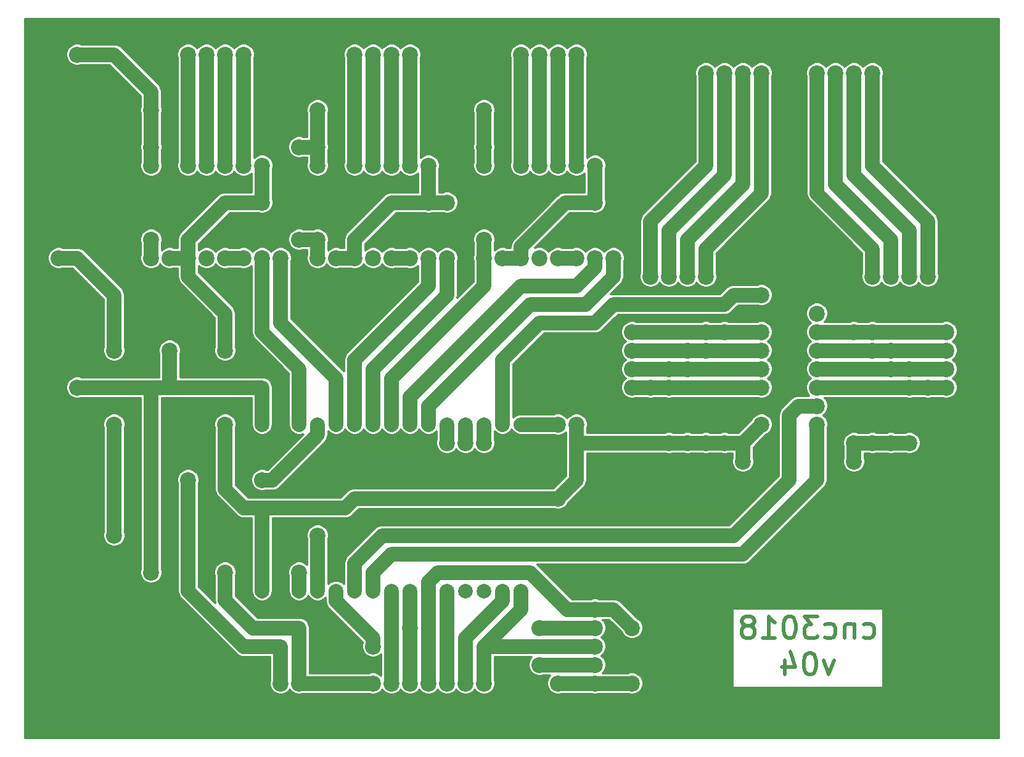
<source format=gbr>
%TF.GenerationSoftware,KiCad,Pcbnew,(5.1.6)-1*%
%TF.CreationDate,2021-09-12T15:35:01-05:00*%
%TF.ProjectId,controller,636f6e74-726f-46c6-9c65-722e6b696361,rev?*%
%TF.SameCoordinates,Original*%
%TF.FileFunction,Copper,L2,Bot*%
%TF.FilePolarity,Positive*%
%FSLAX46Y46*%
G04 Gerber Fmt 4.6, Leading zero omitted, Abs format (unit mm)*
G04 Created by KiCad (PCBNEW (5.1.6)-1) date 2021-09-12 15:35:01*
%MOMM*%
%LPD*%
G01*
G04 APERTURE LIST*
%TA.AperFunction,NonConductor*%
%ADD10C,0.500000*%
%TD*%
%TA.AperFunction,ComponentPad*%
%ADD11C,2.200000*%
%TD*%
%TA.AperFunction,ComponentPad*%
%ADD12C,2.000000*%
%TD*%
%TA.AperFunction,Conductor*%
%ADD13C,2.000000*%
%TD*%
%TA.AperFunction,Conductor*%
%ADD14C,0.300000*%
%TD*%
G04 APERTURE END LIST*
D10*
X118132857Y13985714D02*
X118418571Y13842857D01*
X118990000Y13842857D01*
X119275714Y13985714D01*
X119418571Y14128571D01*
X119561428Y14414285D01*
X119561428Y15271428D01*
X119418571Y15557142D01*
X119275714Y15700000D01*
X118990000Y15842857D01*
X118418571Y15842857D01*
X118132857Y15700000D01*
X116847142Y15842857D02*
X116847142Y13842857D01*
X116847142Y15557142D02*
X116704285Y15700000D01*
X116418571Y15842857D01*
X115990000Y15842857D01*
X115704285Y15700000D01*
X115561428Y15414285D01*
X115561428Y13842857D01*
X112847142Y13985714D02*
X113132857Y13842857D01*
X113704285Y13842857D01*
X113990000Y13985714D01*
X114132857Y14128571D01*
X114275714Y14414285D01*
X114275714Y15271428D01*
X114132857Y15557142D01*
X113990000Y15700000D01*
X113704285Y15842857D01*
X113132857Y15842857D01*
X112847142Y15700000D01*
X111847142Y16842857D02*
X109990000Y16842857D01*
X110990000Y15700000D01*
X110561428Y15700000D01*
X110275714Y15557142D01*
X110132857Y15414285D01*
X109990000Y15128571D01*
X109990000Y14414285D01*
X110132857Y14128571D01*
X110275714Y13985714D01*
X110561428Y13842857D01*
X111418571Y13842857D01*
X111704285Y13985714D01*
X111847142Y14128571D01*
X108132857Y16842857D02*
X107847142Y16842857D01*
X107561428Y16700000D01*
X107418571Y16557142D01*
X107275714Y16271428D01*
X107132857Y15700000D01*
X107132857Y14985714D01*
X107275714Y14414285D01*
X107418571Y14128571D01*
X107561428Y13985714D01*
X107847142Y13842857D01*
X108132857Y13842857D01*
X108418571Y13985714D01*
X108561428Y14128571D01*
X108704285Y14414285D01*
X108847142Y14985714D01*
X108847142Y15700000D01*
X108704285Y16271428D01*
X108561428Y16557142D01*
X108418571Y16700000D01*
X108132857Y16842857D01*
X104275714Y13842857D02*
X105990000Y13842857D01*
X105132857Y13842857D02*
X105132857Y16842857D01*
X105418571Y16414285D01*
X105704285Y16128571D01*
X105990000Y15985714D01*
X102561428Y15557142D02*
X102847142Y15700000D01*
X102990000Y15842857D01*
X103132857Y16128571D01*
X103132857Y16271428D01*
X102990000Y16557142D01*
X102847142Y16700000D01*
X102561428Y16842857D01*
X101990000Y16842857D01*
X101704285Y16700000D01*
X101561428Y16557142D01*
X101418571Y16271428D01*
X101418571Y16128571D01*
X101561428Y15842857D01*
X101704285Y15700000D01*
X101990000Y15557142D01*
X102561428Y15557142D01*
X102847142Y15414285D01*
X102990000Y15271428D01*
X103132857Y14985714D01*
X103132857Y14414285D01*
X102990000Y14128571D01*
X102847142Y13985714D01*
X102561428Y13842857D01*
X101990000Y13842857D01*
X101704285Y13985714D01*
X101561428Y14128571D01*
X101418571Y14414285D01*
X101418571Y14985714D01*
X101561428Y15271428D01*
X101704285Y15414285D01*
X101990000Y15557142D01*
X114061428Y10842857D02*
X113347142Y8842857D01*
X112632857Y10842857D01*
X110918571Y11842857D02*
X110632857Y11842857D01*
X110347142Y11700000D01*
X110204285Y11557142D01*
X110061428Y11271428D01*
X109918571Y10700000D01*
X109918571Y9985714D01*
X110061428Y9414285D01*
X110204285Y9128571D01*
X110347142Y8985714D01*
X110632857Y8842857D01*
X110918571Y8842857D01*
X111204285Y8985714D01*
X111347142Y9128571D01*
X111490000Y9414285D01*
X111632857Y9985714D01*
X111632857Y10700000D01*
X111490000Y11271428D01*
X111347142Y11557142D01*
X111204285Y11700000D01*
X110918571Y11842857D01*
X107347142Y10842857D02*
X107347142Y8842857D01*
X108061428Y11985714D02*
X108775714Y9842857D01*
X106918571Y9842857D01*
D11*
%TO.P,C1,1*%
%TO.N,Net-(C1-Pad1)*%
X22860000Y53340000D03*
%TO.P,C1,2*%
%TO.N,Net-(C1-Pad2)*%
X22860000Y55880000D03*
%TD*%
%TO.P,C2,1*%
%TO.N,Net-(C2-Pad1)*%
X20320000Y86360000D03*
%TO.P,C2,2*%
%TO.N,Net-(C1-Pad2)*%
X17780000Y86360000D03*
%TD*%
%TO.P,C3,2*%
%TO.N,Net-(C1-Pad2)*%
X40640000Y86360000D03*
%TO.P,C3,1*%
%TO.N,Net-(C2-Pad1)*%
X43180000Y86360000D03*
%TD*%
%TO.P,C4,1*%
%TO.N,Net-(C4-Pad1)*%
X78740000Y43180000D03*
%TO.P,C4,2*%
%TO.N,Net-(C4-Pad2)*%
X76200000Y43180000D03*
%TD*%
%TO.P,C5,1*%
%TO.N,Net-(C2-Pad1)*%
X66040000Y86360000D03*
%TO.P,C5,2*%
%TO.N,Net-(C1-Pad2)*%
X63500000Y86360000D03*
%TD*%
%TO.P,C6,1*%
%TO.N,Net-(C6-Pad1)*%
X86360000Y48260000D03*
%TO.P,C6,2*%
%TO.N,Net-(C1-Pad2)*%
X83820000Y48260000D03*
%TD*%
%TO.P,C7,2*%
%TO.N,Net-(C1-Pad2)*%
X83820000Y50800000D03*
%TO.P,C7,1*%
%TO.N,Net-(C7-Pad1)*%
X86360000Y50800000D03*
%TD*%
%TO.P,C8,1*%
%TO.N,Net-(C8-Pad1)*%
X86360000Y53340000D03*
%TO.P,C8,2*%
%TO.N,Net-(C1-Pad2)*%
X83820000Y53340000D03*
%TD*%
%TO.P,C9,2*%
%TO.N,Net-(C1-Pad2)*%
X83820000Y55880000D03*
%TO.P,C9,1*%
%TO.N,Net-(C9-Pad1)*%
X86360000Y55880000D03*
%TD*%
%TO.P,C10,1*%
%TO.N,Net-(C10-Pad1)*%
X129540000Y55880000D03*
%TO.P,C10,2*%
%TO.N,Net-(C1-Pad2)*%
X132080000Y55880000D03*
%TD*%
%TO.P,C11,2*%
%TO.N,Net-(C1-Pad2)*%
X132080000Y53340000D03*
%TO.P,C11,1*%
%TO.N,Net-(C11-Pad1)*%
X129540000Y53340000D03*
%TD*%
%TO.P,C12,1*%
%TO.N,Net-(C12-Pad1)*%
X129540000Y50800000D03*
%TO.P,C12,2*%
%TO.N,Net-(C1-Pad2)*%
X132080000Y50800000D03*
%TD*%
%TO.P,C13,2*%
%TO.N,Net-(C1-Pad2)*%
X132080000Y48260000D03*
%TO.P,C13,1*%
%TO.N,Net-(C13-Pad1)*%
X129540000Y48260000D03*
%TD*%
%TO.P,J1,1*%
%TO.N,Net-(C2-Pad1)*%
X10160000Y93980000D03*
%TD*%
%TO.P,J2,1*%
%TO.N,Net-(C1-Pad2)*%
X10160000Y45720000D03*
%TD*%
%TO.P,J3,1*%
%TO.N,Net-(C1-Pad2)*%
X10160000Y88900000D03*
%TD*%
%TO.P,J4,1*%
%TO.N,Net-(C1-Pad1)*%
X10160000Y48260000D03*
%TD*%
%TO.P,J5,1*%
%TO.N,Net-(J5-Pad1)*%
X7620000Y66040000D03*
%TD*%
%TO.P,J6,1*%
%TO.N,Net-(J6-Pad1)*%
X40640000Y22860000D03*
%TD*%
%TO.P,J7,1*%
%TO.N,Net-(J7-Pad1)*%
X25400000Y93980000D03*
%TO.P,J7,2*%
%TO.N,Net-(J7-Pad2)*%
X27940000Y93980000D03*
%TO.P,J7,3*%
%TO.N,Net-(J7-Pad3)*%
X30480000Y93980000D03*
%TO.P,J7,4*%
%TO.N,Net-(J7-Pad4)*%
X33020000Y93980000D03*
%TO.P,J7,5*%
%TO.N,Net-(C1-Pad2)*%
X35560000Y93980000D03*
%TD*%
%TO.P,J8,1*%
%TO.N,Net-(J8-Pad1)*%
X60960000Y40640000D03*
%TD*%
%TO.P,J9,1*%
%TO.N,Net-(J9-Pad1)*%
X63500000Y40640000D03*
%TD*%
%TO.P,J10,1*%
%TO.N,Net-(J10-Pad1)*%
X66040000Y40640000D03*
%TD*%
%TO.P,J11,5*%
%TO.N,Net-(C1-Pad2)*%
X58420000Y93980000D03*
%TO.P,J11,4*%
%TO.N,Net-(J11-Pad4)*%
X55880000Y93980000D03*
%TO.P,J11,3*%
%TO.N,Net-(J11-Pad3)*%
X53340000Y93980000D03*
%TO.P,J11,2*%
%TO.N,Net-(J11-Pad2)*%
X50800000Y93980000D03*
%TO.P,J11,1*%
%TO.N,Net-(J11-Pad1)*%
X48260000Y93980000D03*
%TD*%
%TO.P,J12,2*%
%TO.N,Net-(C1-Pad2)*%
X96520000Y93980000D03*
%TO.P,J12,1*%
%TO.N,Net-(J12-Pad1)*%
X96520000Y91440000D03*
%TD*%
%TO.P,J13,1*%
%TO.N,Net-(J13-Pad1)*%
X71120000Y93980000D03*
%TO.P,J13,2*%
%TO.N,Net-(J13-Pad2)*%
X73660000Y93980000D03*
%TO.P,J13,3*%
%TO.N,Net-(J13-Pad3)*%
X76200000Y93980000D03*
%TO.P,J13,4*%
%TO.N,Net-(J13-Pad4)*%
X78740000Y93980000D03*
%TO.P,J13,5*%
%TO.N,Net-(C1-Pad2)*%
X81280000Y93980000D03*
%TD*%
%TO.P,J14,1*%
%TO.N,Net-(C1-Pad1)*%
X40640000Y7620000D03*
%TO.P,J14,2*%
%TO.N,Net-(J14-Pad2)*%
X38100000Y7620000D03*
%TO.P,J14,3*%
%TO.N,Net-(C1-Pad2)*%
X35560000Y7620000D03*
%TD*%
%TO.P,J15,1*%
%TO.N,Net-(C1-Pad2)*%
X68580000Y7620000D03*
%TO.P,J15,2*%
%TO.N,Net-(J15-Pad2)*%
X66040000Y7620000D03*
%TO.P,J15,3*%
%TO.N,Net-(J15-Pad3)*%
X63500000Y7620000D03*
%TO.P,J15,4*%
%TO.N,Net-(J15-Pad4)*%
X60960000Y7620000D03*
%TO.P,J15,5*%
%TO.N,Net-(J15-Pad5)*%
X58420000Y7620000D03*
%TO.P,J15,6*%
%TO.N,Net-(J15-Pad6)*%
X55880000Y7620000D03*
%TO.P,J15,7*%
%TO.N,Net-(J15-Pad7)*%
X53340000Y7620000D03*
%TO.P,J15,8*%
%TO.N,Net-(C1-Pad1)*%
X50800000Y7620000D03*
%TD*%
%TO.P,J16,1*%
%TO.N,Net-(J16-Pad1)*%
X99060000Y91440000D03*
%TO.P,J16,2*%
%TO.N,Net-(C1-Pad2)*%
X99060000Y93980000D03*
%TD*%
%TO.P,J17,2*%
%TO.N,Net-(C1-Pad2)*%
X101600000Y93980000D03*
%TO.P,J17,1*%
%TO.N,Net-(J17-Pad1)*%
X101600000Y91440000D03*
%TD*%
%TO.P,J18,2*%
%TO.N,Net-(C1-Pad2)*%
X104140000Y93980000D03*
%TO.P,J18,1*%
%TO.N,Net-(J18-Pad1)*%
X104140000Y91440000D03*
%TD*%
%TO.P,J19,2*%
%TO.N,Net-(C1-Pad2)*%
X111760000Y93980000D03*
%TO.P,J19,1*%
%TO.N,Net-(J19-Pad1)*%
X111760000Y91440000D03*
%TD*%
%TO.P,J20,1*%
%TO.N,Net-(J20-Pad1)*%
X114300000Y91440000D03*
%TO.P,J20,2*%
%TO.N,Net-(C1-Pad2)*%
X114300000Y93980000D03*
%TD*%
%TO.P,J21,1*%
%TO.N,Net-(J21-Pad1)*%
X116840000Y91440000D03*
%TO.P,J21,2*%
%TO.N,Net-(C1-Pad2)*%
X116840000Y93980000D03*
%TD*%
%TO.P,J22,2*%
%TO.N,Net-(C1-Pad2)*%
X119380000Y93980000D03*
%TO.P,J22,1*%
%TO.N,Net-(J22-Pad1)*%
X119380000Y91440000D03*
%TD*%
%TO.P,M1,1*%
%TO.N,Net-(M1-Pad1)*%
X38100000Y66040000D03*
%TO.P,M1,2*%
%TO.N,Net-(M1-Pad2)*%
X35560000Y66040000D03*
%TO.P,M1,3*%
%TO.N,Net-(M1-Pad3)*%
X33020000Y66040000D03*
%TO.P,M1,4*%
X30480000Y66040000D03*
%TO.P,M1,5*%
%TO.N,Net-(M1-Pad5)*%
X27940000Y66040000D03*
%TO.P,M1,6*%
%TO.N,Net-(C4-Pad1)*%
X25400000Y66040000D03*
%TO.P,M1,7*%
X22860000Y66040000D03*
%TO.P,M1,8*%
%TO.N,Net-(M1-Pad8)*%
X20320000Y66040000D03*
%TO.P,M1,16*%
%TO.N,Net-(C1-Pad2)*%
X38100000Y78740000D03*
%TO.P,M1,15*%
%TO.N,Net-(C4-Pad1)*%
X35560000Y78740000D03*
%TO.P,M1,14*%
%TO.N,Net-(J7-Pad4)*%
X33020000Y78740000D03*
%TO.P,M1,13*%
%TO.N,Net-(J7-Pad3)*%
X30480000Y78740000D03*
%TO.P,M1,12*%
%TO.N,Net-(J7-Pad2)*%
X27940000Y78740000D03*
%TO.P,M1,11*%
%TO.N,Net-(J7-Pad1)*%
X25400000Y78740000D03*
%TO.P,M1,10*%
%TO.N,Net-(C1-Pad2)*%
X22860000Y78740000D03*
%TO.P,M1,9*%
%TO.N,Net-(C2-Pad1)*%
X20320000Y78740000D03*
%TD*%
%TO.P,M2,1*%
%TO.N,Net-(M2-Pad1)*%
X60960000Y66040000D03*
%TO.P,M2,2*%
%TO.N,Net-(M2-Pad2)*%
X58420000Y66040000D03*
%TO.P,M2,3*%
%TO.N,Net-(M2-Pad3)*%
X55880000Y66040000D03*
%TO.P,M2,4*%
X53340000Y66040000D03*
%TO.P,M2,5*%
%TO.N,Net-(M2-Pad5)*%
X50800000Y66040000D03*
%TO.P,M2,6*%
%TO.N,Net-(C4-Pad1)*%
X48260000Y66040000D03*
%TO.P,M2,7*%
X45720000Y66040000D03*
%TO.P,M2,8*%
%TO.N,Net-(M1-Pad8)*%
X43180000Y66040000D03*
%TO.P,M2,16*%
%TO.N,Net-(C1-Pad2)*%
X60960000Y78740000D03*
%TO.P,M2,15*%
%TO.N,Net-(C4-Pad1)*%
X58420000Y78740000D03*
%TO.P,M2,14*%
%TO.N,Net-(J11-Pad4)*%
X55880000Y78740000D03*
%TO.P,M2,13*%
%TO.N,Net-(J11-Pad3)*%
X53340000Y78740000D03*
%TO.P,M2,12*%
%TO.N,Net-(J11-Pad2)*%
X50800000Y78740000D03*
%TO.P,M2,11*%
%TO.N,Net-(J11-Pad1)*%
X48260000Y78740000D03*
%TO.P,M2,10*%
%TO.N,Net-(C1-Pad2)*%
X45720000Y78740000D03*
%TO.P,M2,9*%
%TO.N,Net-(C2-Pad1)*%
X43180000Y78740000D03*
%TD*%
%TO.P,M3,9*%
%TO.N,Net-(C2-Pad1)*%
X66040000Y78740000D03*
%TO.P,M3,10*%
%TO.N,Net-(C1-Pad2)*%
X68580000Y78740000D03*
%TO.P,M3,11*%
%TO.N,Net-(J13-Pad1)*%
X71120000Y78740000D03*
%TO.P,M3,12*%
%TO.N,Net-(J13-Pad2)*%
X73660000Y78740000D03*
%TO.P,M3,13*%
%TO.N,Net-(J13-Pad3)*%
X76200000Y78740000D03*
%TO.P,M3,14*%
%TO.N,Net-(J13-Pad4)*%
X78740000Y78740000D03*
%TO.P,M3,15*%
%TO.N,Net-(C4-Pad1)*%
X81280000Y78740000D03*
%TO.P,M3,16*%
%TO.N,Net-(C1-Pad2)*%
X83820000Y78740000D03*
%TO.P,M3,8*%
%TO.N,Net-(M1-Pad8)*%
X66040000Y66040000D03*
%TO.P,M3,7*%
%TO.N,Net-(C4-Pad1)*%
X68580000Y66040000D03*
%TO.P,M3,6*%
X71120000Y66040000D03*
%TO.P,M3,5*%
%TO.N,Net-(M3-Pad5)*%
X73660000Y66040000D03*
%TO.P,M3,4*%
%TO.N,Net-(M3-Pad3)*%
X76200000Y66040000D03*
%TO.P,M3,3*%
X78740000Y66040000D03*
%TO.P,M3,2*%
%TO.N,Net-(M3-Pad2)*%
X81280000Y66040000D03*
%TO.P,M3,1*%
%TO.N,Net-(M3-Pad1)*%
X83820000Y66040000D03*
%TD*%
%TO.P,M4,1*%
%TO.N,Net-(C1-Pad2)*%
X81280000Y20320000D03*
%TO.P,M4,2*%
%TO.N,Net-(J15-Pad5)*%
X81280000Y17780000D03*
%TO.P,M4,3*%
%TO.N,Net-(J15-Pad6)*%
X81280000Y15240000D03*
%TO.P,M4,4*%
%TO.N,Net-(J15-Pad2)*%
X81280000Y12700000D03*
%TO.P,M4,5*%
%TO.N,Net-(M4-Pad5)*%
X81280000Y10160000D03*
%TO.P,M4,6*%
%TO.N,Net-(C4-Pad1)*%
X81280000Y7620000D03*
%TD*%
%TO.P,R1,1*%
%TO.N,Net-(C4-Pad1)*%
X86360000Y7620000D03*
%TO.P,R1,2*%
%TO.N,Net-(J15-Pad5)*%
X86360000Y15240000D03*
%TD*%
%TO.P,R2,1*%
%TO.N,Net-(C4-Pad1)*%
X91440000Y40640000D03*
%TO.P,R2,2*%
%TO.N,Net-(C6-Pad1)*%
X91440000Y48260000D03*
%TD*%
%TO.P,R3,2*%
%TO.N,Net-(C6-Pad1)*%
X88900000Y48260000D03*
%TO.P,R3,1*%
%TO.N,Net-(J12-Pad1)*%
X88900000Y63500000D03*
%TD*%
%TO.P,R4,1*%
%TO.N,Net-(C4-Pad1)*%
X93980000Y40640000D03*
%TO.P,R4,2*%
%TO.N,Net-(C7-Pad1)*%
X93980000Y50800000D03*
%TD*%
%TO.P,R5,2*%
%TO.N,Net-(C7-Pad1)*%
X91440000Y50800000D03*
%TO.P,R5,1*%
%TO.N,Net-(J16-Pad1)*%
X91440000Y63500000D03*
%TD*%
%TO.P,R6,2*%
%TO.N,Net-(C8-Pad1)*%
X96520000Y53340000D03*
%TO.P,R6,1*%
%TO.N,Net-(C4-Pad1)*%
X96520000Y40640000D03*
%TD*%
%TO.P,R7,2*%
%TO.N,Net-(C8-Pad1)*%
X93980000Y53340000D03*
%TO.P,R7,1*%
%TO.N,Net-(J17-Pad1)*%
X93980000Y63500000D03*
%TD*%
%TO.P,R8,2*%
%TO.N,Net-(C9-Pad1)*%
X99060000Y55880000D03*
%TO.P,R8,1*%
%TO.N,Net-(C4-Pad1)*%
X99060000Y40640000D03*
%TD*%
%TO.P,R9,2*%
%TO.N,Net-(C9-Pad1)*%
X96520000Y55880000D03*
%TO.P,R9,1*%
%TO.N,Net-(J18-Pad1)*%
X96520000Y63500000D03*
%TD*%
%TO.P,R10,1*%
%TO.N,Net-(C4-Pad1)*%
X116840000Y40640000D03*
%TO.P,R10,2*%
%TO.N,Net-(C10-Pad1)*%
X116840000Y55880000D03*
%TD*%
%TO.P,R11,1*%
%TO.N,Net-(J19-Pad1)*%
X119380000Y63500000D03*
%TO.P,R11,2*%
%TO.N,Net-(C10-Pad1)*%
X119380000Y55880000D03*
%TD*%
%TO.P,R12,1*%
%TO.N,Net-(C4-Pad1)*%
X119380000Y40640000D03*
%TO.P,R12,2*%
%TO.N,Net-(C11-Pad1)*%
X119380000Y53340000D03*
%TD*%
%TO.P,R13,1*%
%TO.N,Net-(J20-Pad1)*%
X121920000Y63500000D03*
%TO.P,R13,2*%
%TO.N,Net-(C11-Pad1)*%
X121920000Y53340000D03*
%TD*%
%TO.P,R14,2*%
%TO.N,Net-(C12-Pad1)*%
X121920000Y50800000D03*
%TO.P,R14,1*%
%TO.N,Net-(C4-Pad1)*%
X121920000Y40640000D03*
%TD*%
%TO.P,R15,1*%
%TO.N,Net-(J21-Pad1)*%
X124460000Y63500000D03*
%TO.P,R15,2*%
%TO.N,Net-(C12-Pad1)*%
X124460000Y50800000D03*
%TD*%
%TO.P,R16,2*%
%TO.N,Net-(C13-Pad1)*%
X124460000Y48260000D03*
%TO.P,R16,1*%
%TO.N,Net-(C4-Pad1)*%
X124460000Y40640000D03*
%TD*%
%TO.P,R17,1*%
%TO.N,Net-(J22-Pad1)*%
X127000000Y63500000D03*
%TO.P,R17,2*%
%TO.N,Net-(C13-Pad1)*%
X127000000Y48260000D03*
%TD*%
D12*
%TO.P,U1,1*%
%TO.N,Net-(C1-Pad1)*%
X35560000Y43180000D03*
%TO.P,U1,2*%
%TO.N,Net-(C1-Pad2)*%
X38100000Y43180000D03*
%TO.P,U1,3*%
%TO.N,Net-(M1-Pad2)*%
X40640000Y43180000D03*
%TO.P,U1,4*%
%TO.N,Net-(J14-Pad2)*%
X43180000Y43180000D03*
%TO.P,U1,5*%
%TO.N,Net-(M1-Pad1)*%
X45720000Y43180000D03*
%TO.P,U1,6*%
%TO.N,Net-(M2-Pad2)*%
X48260000Y43180000D03*
%TO.P,U1,7*%
%TO.N,Net-(M2-Pad1)*%
X50800000Y43180000D03*
%TO.P,U1,8*%
%TO.N,Net-(M1-Pad8)*%
X53340000Y43180000D03*
%TO.P,U1,9*%
%TO.N,Net-(M3-Pad2)*%
X55880000Y43180000D03*
%TO.P,U1,10*%
%TO.N,Net-(M3-Pad1)*%
X58420000Y43180000D03*
%TO.P,U1,11*%
%TO.N,Net-(J8-Pad1)*%
X60960000Y43180000D03*
%TO.P,U1,12*%
%TO.N,Net-(J9-Pad1)*%
X63500000Y43180000D03*
%TO.P,U1,13*%
%TO.N,Net-(J10-Pad1)*%
X66040000Y43180000D03*
%TO.P,U1,14*%
%TO.N,Net-(U1-Pad14)*%
X68580000Y43180000D03*
%TO.P,U1,15*%
%TO.N,Net-(C4-Pad2)*%
X71120000Y43180000D03*
%TO.P,U1,16*%
%TO.N,Net-(J15-Pad2)*%
X71120000Y20320000D03*
%TO.P,U1,17*%
%TO.N,Net-(J15-Pad3)*%
X68580000Y20320000D03*
%TO.P,U1,18*%
%TO.N,Net-(U1-Pad18)*%
X66040000Y20320000D03*
%TO.P,U1,19*%
%TO.N,Net-(U1-Pad19)*%
X63500000Y20320000D03*
%TO.P,U1,20*%
%TO.N,Net-(J15-Pad4)*%
X60960000Y20320000D03*
%TO.P,U1,21*%
%TO.N,Net-(J15-Pad5)*%
X58420000Y20320000D03*
%TO.P,U1,22*%
%TO.N,Net-(J15-Pad6)*%
X55880000Y20320000D03*
%TO.P,U1,23*%
%TO.N,Net-(J15-Pad7)*%
X53340000Y20320000D03*
%TO.P,U1,24*%
%TO.N,Net-(U1-Pad24)*%
X50800000Y20320000D03*
%TO.P,U1,25*%
%TO.N,Net-(U1-Pad25)*%
X48260000Y20320000D03*
%TO.P,U1,26*%
%TO.N,Net-(M4-Pad5)*%
X45720000Y20320000D03*
%TO.P,U1,27*%
%TO.N,Net-(J5-Pad1)*%
X43180000Y20320000D03*
%TO.P,U1,28*%
%TO.N,Net-(J6-Pad1)*%
X40640000Y20320000D03*
%TO.P,U1,29*%
%TO.N,Net-(C1-Pad2)*%
X38100000Y20320000D03*
%TO.P,U1,30*%
%TO.N,Net-(C4-Pad1)*%
X35560000Y20320000D03*
%TD*%
D11*
%TO.P,V1,1*%
%TO.N,Net-(C1-Pad1)*%
X20320000Y22860000D03*
%TD*%
%TO.P,V2,1*%
%TO.N,Net-(C1-Pad1)*%
X30480000Y22860000D03*
%TD*%
%TO.P,V3,1*%
%TO.N,Net-(J5-Pad1)*%
X15240000Y27940000D03*
%TD*%
%TO.P,V4,1*%
%TO.N,Net-(J5-Pad1)*%
X43180000Y27940000D03*
%TD*%
%TO.P,V7,1*%
%TO.N,Net-(C4-Pad1)*%
X30480000Y53340000D03*
%TD*%
%TO.P,V8,1*%
%TO.N,Net-(C4-Pad1)*%
X30480000Y43180000D03*
%TD*%
%TO.P,V9,1*%
%TO.N,Net-(C4-Pad1)*%
X76200000Y33020000D03*
%TD*%
%TO.P,V10,1*%
%TO.N,Net-(C4-Pad1)*%
X76200000Y7620000D03*
%TD*%
%TO.P,V11,1*%
%TO.N,Net-(C4-Pad1)*%
X101600000Y38100000D03*
%TD*%
%TO.P,V12,1*%
%TO.N,Net-(C4-Pad1)*%
X116840000Y38100000D03*
%TD*%
%TO.P,V13,1*%
%TO.N,Net-(C4-Pad1)*%
X35560000Y73660000D03*
%TD*%
%TO.P,V14,1*%
%TO.N,Net-(C2-Pad1)*%
X20320000Y81280000D03*
%TD*%
%TO.P,V15,1*%
%TO.N,Net-(M1-Pad8)*%
X20320000Y68580000D03*
%TD*%
%TO.P,V16,1*%
%TO.N,Net-(M4-Pad5)*%
X50800000Y12700000D03*
%TD*%
%TO.P,V17,1*%
%TO.N,Net-(M4-Pad5)*%
X73660000Y10160000D03*
%TD*%
%TO.P,V18,1*%
%TO.N,Net-(J15-Pad6)*%
X55880000Y15240000D03*
%TD*%
%TO.P,V19,1*%
%TO.N,Net-(J15-Pad6)*%
X73660000Y15240000D03*
%TD*%
%TO.P,V20,1*%
%TO.N,Net-(C2-Pad1)*%
X40640000Y81280000D03*
%TD*%
%TO.P,V21,1*%
%TO.N,Net-(C4-Pad1)*%
X58420000Y73660000D03*
%TD*%
%TO.P,V22,1*%
%TO.N,Net-(C4-Pad1)*%
X60960000Y73660000D03*
%TD*%
%TO.P,V23,1*%
%TO.N,Net-(C2-Pad1)*%
X43180000Y81280000D03*
%TD*%
%TO.P,V24,1*%
%TO.N,Net-(M1-Pad8)*%
X40640000Y68580000D03*
%TD*%
%TO.P,V25,1*%
%TO.N,Net-(M1-Pad8)*%
X43180000Y68580000D03*
%TD*%
%TO.P,V26,1*%
%TO.N,Net-(J14-Pad2)*%
X25400000Y35560000D03*
%TD*%
%TO.P,V27,1*%
%TO.N,Net-(J14-Pad2)*%
X35560000Y35560000D03*
%TD*%
%TO.P,V28,1*%
%TO.N,Net-(C4-Pad1)*%
X81280000Y73660000D03*
%TD*%
%TO.P,V29,1*%
%TO.N,Net-(M1-Pad8)*%
X66040000Y68580000D03*
%TD*%
%TO.P,V30,1*%
%TO.N,Net-(C2-Pad1)*%
X66040000Y81280000D03*
%TD*%
%TO.P,U2,1*%
%TO.N,Net-(U1-Pad14)*%
X104140000Y60960000D03*
%TO.P,U2,9*%
%TO.N,Net-(U1-Pad24)*%
X111760000Y43180000D03*
%TO.P,U2,2*%
%TO.N,Net-(C1-Pad2)*%
X104140000Y58420000D03*
%TO.P,U2,10*%
%TO.N,Net-(U1-Pad25)*%
X111760000Y45720000D03*
%TO.P,U2,3*%
%TO.N,Net-(C9-Pad1)*%
X104140000Y55880000D03*
%TO.P,U2,11*%
%TO.N,Net-(C13-Pad1)*%
X111760000Y48260000D03*
%TO.P,U2,4*%
%TO.N,Net-(C8-Pad1)*%
X104140000Y53340000D03*
%TO.P,U2,12*%
%TO.N,Net-(C12-Pad1)*%
X111760000Y50800000D03*
%TO.P,U2,5*%
%TO.N,Net-(C7-Pad1)*%
X104140000Y50800000D03*
%TO.P,U2,13*%
%TO.N,Net-(C11-Pad1)*%
X111760000Y53340000D03*
%TO.P,U2,6*%
%TO.N,Net-(C6-Pad1)*%
X104140000Y48260000D03*
%TO.P,U2,14*%
%TO.N,Net-(C10-Pad1)*%
X111760000Y55880000D03*
%TO.P,U2,7*%
%TO.N,Net-(C1-Pad2)*%
X104140000Y45720000D03*
%TO.P,U2,15*%
%TO.N,Net-(U2-Pad15)*%
X111760000Y58420000D03*
%TO.P,U2,8*%
%TO.N,Net-(C4-Pad1)*%
X104140000Y43180000D03*
%TO.P,U2,16*%
%TO.N,Net-(C1-Pad2)*%
X111760000Y60960000D03*
%TD*%
%TO.P,V5,1*%
%TO.N,Net-(J5-Pad1)*%
X15240000Y53340000D03*
%TD*%
%TO.P,V6,1*%
%TO.N,Net-(J5-Pad1)*%
X15240000Y43180000D03*
%TD*%
D13*
%TO.N,Net-(C1-Pad1)*%
X35560000Y43180000D02*
X35560000Y48260000D01*
X22860000Y53340000D02*
X22860000Y48260000D01*
X40640000Y7620000D02*
X50800000Y7620000D01*
X35560000Y48260000D02*
X30480000Y48260000D01*
X30480000Y48260000D02*
X22860000Y48260000D01*
X20320000Y22860000D02*
X20320000Y48260000D01*
X22860000Y48260000D02*
X20320000Y48260000D01*
X20320000Y48260000D02*
X10160000Y48260000D01*
X30480000Y19050000D02*
X30480000Y22860000D01*
X34290000Y15240000D02*
X30480000Y19050000D01*
X40640000Y7620000D02*
X40640000Y15240000D01*
X40640000Y15240000D02*
X34290000Y15240000D01*
%TO.N,Net-(C2-Pad1)*%
X66040000Y78740000D02*
X66040000Y86360000D01*
X43180000Y86360000D02*
X43180000Y78740000D01*
X20320000Y86360000D02*
X20320000Y78740000D01*
X43180000Y81280000D02*
X40640000Y81280000D01*
X20320000Y86360000D02*
X20320000Y88900000D01*
X20320000Y88900000D02*
X15240000Y93980000D01*
X15240000Y93980000D02*
X10160000Y93980000D01*
%TO.N,Net-(C4-Pad1)*%
X22860000Y66040000D02*
X25400000Y66040000D01*
X45720000Y66040000D02*
X48260000Y66040000D01*
X68580000Y66040000D02*
X71120000Y66040000D01*
X35560000Y78740000D02*
X35560000Y73660000D01*
X58420000Y78740000D02*
X58420000Y73660000D01*
X58420000Y73660000D02*
X60960000Y73660000D01*
X25400000Y66040000D02*
X25400000Y68580000D01*
X25400000Y68580000D02*
X30480000Y73660000D01*
X30480000Y73660000D02*
X35560000Y73660000D01*
X48260000Y66040000D02*
X48260000Y68580000D01*
X48260000Y68580000D02*
X53340000Y73660000D01*
X53340000Y73660000D02*
X58420000Y73660000D01*
X71120000Y66040000D02*
X71120000Y67595634D01*
X77184366Y73660000D02*
X81280000Y73660000D01*
X71120000Y67595634D02*
X77184366Y73660000D01*
X81280000Y73660000D02*
X81280000Y78740000D01*
X76200000Y7620000D02*
X81280000Y7620000D01*
X81280000Y7620000D02*
X86360000Y7620000D01*
X78740000Y40640000D02*
X99060000Y40640000D01*
X78740000Y40640000D02*
X78740000Y43180000D01*
X78740000Y38100000D02*
X78740000Y40640000D01*
X101600000Y40640000D02*
X104140000Y43180000D01*
X99060000Y40640000D02*
X101600000Y40640000D01*
X116840000Y40640000D02*
X124460000Y40640000D01*
X101600000Y40640000D02*
X101600000Y38100000D01*
X116840000Y40640000D02*
X116840000Y38100000D01*
X25400000Y66040000D02*
X25400000Y63500000D01*
X25400000Y63500000D02*
X27940000Y60960000D01*
X27940000Y60960000D02*
X30480000Y58420000D01*
X30480000Y58420000D02*
X30480000Y53340000D01*
X76200000Y33020000D02*
X78740000Y35560000D01*
X78740000Y35560000D02*
X78740000Y38100000D01*
X46990000Y31750000D02*
X48260000Y33020000D01*
X30480000Y43180000D02*
X30480000Y34290000D01*
X48260000Y33020000D02*
X76200000Y33020000D01*
X30480000Y34290000D02*
X33020000Y31750000D01*
X35560000Y20320000D02*
X35560000Y31750000D01*
X33020000Y31750000D02*
X35560000Y31750000D01*
X35560000Y31750000D02*
X46990000Y31750000D01*
%TO.N,Net-(C4-Pad2)*%
X71120000Y43180000D02*
X76200000Y43180000D01*
%TO.N,Net-(C6-Pad1)*%
X86360000Y48260000D02*
X104140000Y48260000D01*
%TO.N,Net-(C7-Pad1)*%
X86360000Y50800000D02*
X104140000Y50800000D01*
%TO.N,Net-(C8-Pad1)*%
X86360000Y53340000D02*
X104140000Y53340000D01*
%TO.N,Net-(C9-Pad1)*%
X86360000Y55880000D02*
X104140000Y55880000D01*
%TO.N,Net-(C10-Pad1)*%
X111760000Y55880000D02*
X129540000Y55880000D01*
%TO.N,Net-(C11-Pad1)*%
X111760000Y53340000D02*
X129540000Y53340000D01*
%TO.N,Net-(C12-Pad1)*%
X111760000Y50800000D02*
X129540000Y50800000D01*
%TO.N,Net-(C13-Pad1)*%
X111760000Y48260000D02*
X129540000Y48260000D01*
%TO.N,Net-(J5-Pad1)*%
X43180000Y27940000D02*
X43180000Y20320000D01*
X7620000Y66040000D02*
X10160000Y66040000D01*
X15240000Y60960000D02*
X15240000Y53340000D01*
X10160000Y66040000D02*
X15240000Y60960000D01*
X15240000Y43180000D02*
X15240000Y27940000D01*
%TO.N,Net-(J6-Pad1)*%
X40640000Y20320000D02*
X40640000Y22860000D01*
%TO.N,Net-(J7-Pad1)*%
X25400000Y93980000D02*
X25400000Y78740000D01*
%TO.N,Net-(J7-Pad2)*%
X27940000Y93980000D02*
X27940000Y78740000D01*
%TO.N,Net-(J7-Pad3)*%
X30480000Y93980000D02*
X30480000Y78740000D01*
%TO.N,Net-(J7-Pad4)*%
X33020000Y93980000D02*
X33020000Y78740000D01*
%TO.N,Net-(J8-Pad1)*%
X60960000Y43180000D02*
X60960000Y40640000D01*
%TO.N,Net-(J9-Pad1)*%
X63500000Y43180000D02*
X63500000Y40640000D01*
%TO.N,Net-(J10-Pad1)*%
X66040000Y43180000D02*
X66040000Y40640000D01*
%TO.N,Net-(J11-Pad4)*%
X55880000Y93980000D02*
X55880000Y78740000D01*
%TO.N,Net-(J11-Pad3)*%
X53340000Y93980000D02*
X53340000Y78740000D01*
%TO.N,Net-(J11-Pad2)*%
X50800000Y93980000D02*
X50800000Y78740000D01*
%TO.N,Net-(J11-Pad1)*%
X48260000Y93980000D02*
X48260000Y78740000D01*
%TO.N,Net-(J12-Pad1)*%
X96520000Y78740000D02*
X88900000Y71120000D01*
X88900000Y71120000D02*
X88900000Y63500000D01*
X96520000Y91440000D02*
X96520000Y78740000D01*
%TO.N,Net-(J13-Pad1)*%
X71120000Y93980000D02*
X71120000Y78740000D01*
%TO.N,Net-(J13-Pad2)*%
X73660000Y93980000D02*
X73660000Y78740000D01*
%TO.N,Net-(J13-Pad3)*%
X76200000Y93980000D02*
X76200000Y78740000D01*
%TO.N,Net-(J13-Pad4)*%
X78740000Y93980000D02*
X78740000Y78740000D01*
%TO.N,Net-(J14-Pad2)*%
X43180000Y41765787D02*
X36974213Y35560000D01*
X43180000Y43180000D02*
X43180000Y41765787D01*
X36974213Y35560000D02*
X35560000Y35560000D01*
X25400000Y20320000D02*
X25400000Y35560000D01*
X33020000Y12700000D02*
X25400000Y20320000D01*
X38100000Y7620000D02*
X38100000Y12700000D01*
X38100000Y12700000D02*
X33020000Y12700000D01*
%TO.N,Net-(J15-Pad2)*%
X71120000Y20320000D02*
X71120000Y17780000D01*
X66040000Y12700000D02*
X66040000Y7620000D01*
X71120000Y17780000D02*
X66040000Y12700000D01*
X81280000Y12700000D02*
X76200000Y12700000D01*
X76200000Y12700000D02*
X66040000Y12700000D01*
%TO.N,Net-(J15-Pad3)*%
X68580000Y18905787D02*
X63500000Y13825787D01*
X63500000Y13825787D02*
X63500000Y7620000D01*
X68580000Y20320000D02*
X68580000Y18905787D01*
%TO.N,Net-(J15-Pad4)*%
X60960000Y20320000D02*
X60960000Y7620000D01*
%TO.N,Net-(J15-Pad5)*%
X58420000Y20320000D02*
X58420000Y7620000D01*
X86360000Y15240000D02*
X83820000Y17780000D01*
X83820000Y17780000D02*
X81280000Y17780000D01*
X81280000Y17780000D02*
X77470000Y17780000D01*
X77470000Y17780000D02*
X72390000Y22860000D01*
X72390000Y22860000D02*
X59690000Y22860000D01*
X58420000Y21590000D02*
X58420000Y20320000D01*
X59690000Y22860000D02*
X58420000Y21590000D01*
%TO.N,Net-(J15-Pad6)*%
X55880000Y20320000D02*
X55880000Y7620000D01*
X81280000Y15240000D02*
X73660000Y15240000D01*
%TO.N,Net-(J15-Pad7)*%
X53340000Y20320000D02*
X53340000Y7620000D01*
%TO.N,Net-(J16-Pad1)*%
X91440000Y69850000D02*
X91440000Y63500000D01*
X99060000Y91440000D02*
X99060000Y77470000D01*
X99060000Y77470000D02*
X91440000Y69850000D01*
%TO.N,Net-(J17-Pad1)*%
X93980000Y68580000D02*
X93980000Y63500000D01*
X101600000Y91440000D02*
X101600000Y76200000D01*
X101600000Y76200000D02*
X93980000Y68580000D01*
%TO.N,Net-(J18-Pad1)*%
X96520000Y67310000D02*
X96520000Y63500000D01*
X104140000Y91440000D02*
X104140000Y74930000D01*
X104140000Y74930000D02*
X96520000Y67310000D01*
%TO.N,Net-(J19-Pad1)*%
X119380000Y67310000D02*
X119380000Y63500000D01*
X111760000Y91440000D02*
X111760000Y74930000D01*
X111760000Y74930000D02*
X119380000Y67310000D01*
%TO.N,Net-(J20-Pad1)*%
X121920000Y68580000D02*
X121920000Y63500000D01*
X114300000Y91440000D02*
X114300000Y76200000D01*
X114300000Y76200000D02*
X121920000Y68580000D01*
%TO.N,Net-(J21-Pad1)*%
X116840000Y78740000D02*
X116840000Y77470000D01*
X116840000Y77470000D02*
X124460000Y69850000D01*
X124460000Y69850000D02*
X124460000Y63500000D01*
X116840000Y91440000D02*
X116840000Y79079990D01*
%TO.N,Net-(J22-Pad1)*%
X127000000Y71120000D02*
X127000000Y63500000D01*
X119380000Y91440000D02*
X119380000Y78740000D01*
X119380000Y78740000D02*
X127000000Y71120000D01*
%TO.N,Net-(M1-Pad1)*%
X38100000Y66040000D02*
X38100000Y57150000D01*
X38100000Y57150000D02*
X45720000Y49530000D01*
X45720000Y49530000D02*
X45720000Y43180000D01*
%TO.N,Net-(M1-Pad2)*%
X40640000Y43180000D02*
X40640000Y50800000D01*
X40640000Y50800000D02*
X35560000Y55880000D01*
X35560000Y55880000D02*
X35560000Y66040000D01*
%TO.N,Net-(M1-Pad3)*%
X33020000Y66040000D02*
X30480000Y66040000D01*
%TO.N,Net-(M1-Pad8)*%
X20320000Y68580000D02*
X20320000Y66040000D01*
X40640000Y68580000D02*
X43180000Y68580000D01*
X43180000Y68580000D02*
X43180000Y66040000D01*
X66040000Y68580000D02*
X66040000Y66040000D01*
X53340000Y43180000D02*
X53340000Y49530000D01*
X53340000Y49530000D02*
X66040000Y62230000D01*
X66040000Y62230000D02*
X66040000Y66040000D01*
%TO.N,Net-(M2-Pad1)*%
X60960000Y66040000D02*
X60960000Y60960000D01*
X60960000Y60960000D02*
X50800000Y50800000D01*
X50800000Y50800000D02*
X50800000Y43180000D01*
%TO.N,Net-(M2-Pad2)*%
X58420000Y62230000D02*
X58420000Y66040000D01*
X48260000Y43180000D02*
X48260000Y52070000D01*
X48260000Y52070000D02*
X58420000Y62230000D01*
%TO.N,Net-(M2-Pad3)*%
X53340000Y66040000D02*
X55880000Y66040000D01*
%TO.N,Net-(M3-Pad3)*%
X76200000Y66040000D02*
X78740000Y66040000D01*
%TO.N,Net-(M3-Pad2)*%
X81280000Y66040000D02*
X81280000Y64770000D01*
X81280000Y64770000D02*
X78740000Y62230000D01*
X78740000Y62230000D02*
X71120000Y62230000D01*
X55880000Y46990000D02*
X55880000Y43180000D01*
X71120000Y62230000D02*
X55880000Y46990000D01*
%TO.N,Net-(M3-Pad1)*%
X80010000Y59690000D02*
X72390000Y59690000D01*
X72390000Y59690000D02*
X58420000Y45720000D01*
X83820000Y66040000D02*
X83820000Y63500000D01*
X58420000Y45720000D02*
X58420000Y43180000D01*
X83820000Y63500000D02*
X80010000Y59690000D01*
%TO.N,Net-(M4-Pad5)*%
X81280000Y10160000D02*
X73660000Y10160000D01*
X45720000Y18905787D02*
X50800000Y13825787D01*
X45720000Y20320000D02*
X45720000Y18905787D01*
X50800000Y13825787D02*
X50800000Y12700000D01*
%TO.N,Net-(U1-Pad14)*%
X100330000Y60960000D02*
X104140000Y60960000D01*
X99060000Y59690000D02*
X100330000Y60960000D01*
X68580000Y43180000D02*
X68580000Y46990000D01*
X99060000Y59690000D02*
X83820000Y59690000D01*
X83820000Y59690000D02*
X81280000Y57150000D01*
X81280000Y57150000D02*
X73660000Y57150000D01*
X73660000Y57150000D02*
X68580000Y52070000D01*
X68580000Y52070000D02*
X68580000Y46990000D01*
%TO.N,Net-(U1-Pad24)*%
X50800000Y20320000D02*
X50800000Y22860000D01*
X50800000Y22860000D02*
X53340000Y25400000D01*
X53340000Y25400000D02*
X101600000Y25400000D01*
X101600000Y25400000D02*
X111760000Y35560000D01*
X111760000Y35560000D02*
X111760000Y43180000D01*
%TO.N,Net-(U1-Pad25)*%
X48260000Y24130000D02*
X48260000Y20320000D01*
X109220000Y45720000D02*
X107950000Y44450000D01*
X111760000Y45720000D02*
X109220000Y45720000D01*
X107950000Y44450000D02*
X107950000Y35560000D01*
X52070000Y27940000D02*
X48260000Y24130000D01*
X100330000Y27940000D02*
X52070000Y27940000D01*
X107950000Y35560000D02*
X100330000Y27940000D01*
%TD*%
D14*
%TO.N,Net-(C1-Pad2)*%
G36*
X136660001Y150000D02*
G01*
X3040000Y150000D01*
X3040000Y43332662D01*
X13690000Y43332662D01*
X13690000Y43027338D01*
X13749565Y42727882D01*
X13790000Y42630264D01*
X13790001Y28489738D01*
X13749565Y28392118D01*
X13690000Y28092662D01*
X13690000Y27787338D01*
X13749565Y27487882D01*
X13866408Y27205800D01*
X14036036Y26951932D01*
X14251932Y26736036D01*
X14505800Y26566408D01*
X14787882Y26449565D01*
X15087338Y26390000D01*
X15392662Y26390000D01*
X15692118Y26449565D01*
X15974200Y26566408D01*
X16228068Y26736036D01*
X16443964Y26951932D01*
X16613592Y27205800D01*
X16730435Y27487882D01*
X16790000Y27787338D01*
X16790000Y28092662D01*
X16730435Y28392118D01*
X16690000Y28489736D01*
X16690000Y42630264D01*
X16730435Y42727882D01*
X16790000Y43027338D01*
X16790000Y43332662D01*
X16730435Y43632118D01*
X16613592Y43914200D01*
X16443964Y44168068D01*
X16228068Y44383964D01*
X15974200Y44553592D01*
X15692118Y44670435D01*
X15392662Y44730000D01*
X15087338Y44730000D01*
X14787882Y44670435D01*
X14505800Y44553592D01*
X14251932Y44383964D01*
X14036036Y44168068D01*
X13866408Y43914200D01*
X13749565Y43632118D01*
X13690000Y43332662D01*
X3040000Y43332662D01*
X3040000Y48412662D01*
X8610000Y48412662D01*
X8610000Y48107338D01*
X8669565Y47807882D01*
X8786408Y47525800D01*
X8956036Y47271932D01*
X9171932Y47056036D01*
X9425800Y46886408D01*
X9707882Y46769565D01*
X10007338Y46710000D01*
X10312662Y46710000D01*
X10612118Y46769565D01*
X10709736Y46810000D01*
X18870001Y46810000D01*
X18870000Y23409736D01*
X18829565Y23312118D01*
X18770000Y23012662D01*
X18770000Y22707338D01*
X18829565Y22407882D01*
X18946408Y22125800D01*
X19116036Y21871932D01*
X19331932Y21656036D01*
X19585800Y21486408D01*
X19867882Y21369565D01*
X20167338Y21310000D01*
X20472662Y21310000D01*
X20772118Y21369565D01*
X21054200Y21486408D01*
X21308068Y21656036D01*
X21523964Y21871932D01*
X21693592Y22125800D01*
X21810435Y22407882D01*
X21870000Y22707338D01*
X21870000Y23012662D01*
X21810435Y23312118D01*
X21770000Y23409736D01*
X21770000Y35712662D01*
X23850000Y35712662D01*
X23850000Y35407338D01*
X23909565Y35107882D01*
X23950001Y35010262D01*
X23950000Y20391215D01*
X23942986Y20320000D01*
X23950000Y20248785D01*
X23950000Y20248776D01*
X23970981Y20035751D01*
X24053894Y19762425D01*
X24188536Y19510527D01*
X24282790Y19395679D01*
X24369735Y19289736D01*
X24425057Y19244334D01*
X31944335Y11725056D01*
X31989735Y11669735D01*
X32045055Y11624335D01*
X32045058Y11624332D01*
X32062522Y11610000D01*
X32210526Y11488536D01*
X32462424Y11353894D01*
X32735750Y11270981D01*
X32948775Y11250000D01*
X32948784Y11250000D01*
X33019999Y11242986D01*
X33091214Y11250000D01*
X36650001Y11250000D01*
X36650000Y8169736D01*
X36609565Y8072118D01*
X36550000Y7772662D01*
X36550000Y7467338D01*
X36609565Y7167882D01*
X36726408Y6885800D01*
X36896036Y6631932D01*
X37111932Y6416036D01*
X37365800Y6246408D01*
X37647882Y6129565D01*
X37947338Y6070000D01*
X38252662Y6070000D01*
X38552118Y6129565D01*
X38834200Y6246408D01*
X39088068Y6416036D01*
X39303964Y6631932D01*
X39370000Y6730763D01*
X39436036Y6631932D01*
X39651932Y6416036D01*
X39905800Y6246408D01*
X40187882Y6129565D01*
X40487338Y6070000D01*
X40792662Y6070000D01*
X41092118Y6129565D01*
X41189736Y6170000D01*
X50250264Y6170000D01*
X50347882Y6129565D01*
X50647338Y6070000D01*
X50952662Y6070000D01*
X51252118Y6129565D01*
X51534200Y6246408D01*
X51788068Y6416036D01*
X52003964Y6631932D01*
X52070000Y6730763D01*
X52136036Y6631932D01*
X52351932Y6416036D01*
X52605800Y6246408D01*
X52887882Y6129565D01*
X53187338Y6070000D01*
X53492662Y6070000D01*
X53792118Y6129565D01*
X54074200Y6246408D01*
X54328068Y6416036D01*
X54543964Y6631932D01*
X54610000Y6730763D01*
X54676036Y6631932D01*
X54891932Y6416036D01*
X55145800Y6246408D01*
X55427882Y6129565D01*
X55727338Y6070000D01*
X56032662Y6070000D01*
X56332118Y6129565D01*
X56614200Y6246408D01*
X56868068Y6416036D01*
X57083964Y6631932D01*
X57150000Y6730763D01*
X57216036Y6631932D01*
X57431932Y6416036D01*
X57685800Y6246408D01*
X57967882Y6129565D01*
X58267338Y6070000D01*
X58572662Y6070000D01*
X58872118Y6129565D01*
X59154200Y6246408D01*
X59408068Y6416036D01*
X59623964Y6631932D01*
X59690000Y6730763D01*
X59756036Y6631932D01*
X59971932Y6416036D01*
X60225800Y6246408D01*
X60507882Y6129565D01*
X60807338Y6070000D01*
X61112662Y6070000D01*
X61412118Y6129565D01*
X61694200Y6246408D01*
X61948068Y6416036D01*
X62163964Y6631932D01*
X62230000Y6730763D01*
X62296036Y6631932D01*
X62511932Y6416036D01*
X62765800Y6246408D01*
X63047882Y6129565D01*
X63347338Y6070000D01*
X63652662Y6070000D01*
X63952118Y6129565D01*
X64234200Y6246408D01*
X64488068Y6416036D01*
X64703964Y6631932D01*
X64770000Y6730763D01*
X64836036Y6631932D01*
X65051932Y6416036D01*
X65305800Y6246408D01*
X65587882Y6129565D01*
X65887338Y6070000D01*
X66192662Y6070000D01*
X66492118Y6129565D01*
X66774200Y6246408D01*
X67028068Y6416036D01*
X67243964Y6631932D01*
X67413592Y6885800D01*
X67530435Y7167882D01*
X67590000Y7467338D01*
X67590000Y7772662D01*
X67530435Y8072118D01*
X67490000Y8169736D01*
X67490000Y11250000D01*
X72557968Y11250000D01*
X72456036Y11148068D01*
X72286408Y10894200D01*
X72169565Y10612118D01*
X72110000Y10312662D01*
X72110000Y10007338D01*
X72169565Y9707882D01*
X72286408Y9425800D01*
X72456036Y9171932D01*
X72671932Y8956036D01*
X72925800Y8786408D01*
X73207882Y8669565D01*
X73507338Y8610000D01*
X73812662Y8610000D01*
X74112118Y8669565D01*
X74209736Y8710000D01*
X75097968Y8710000D01*
X74996036Y8608068D01*
X74826408Y8354200D01*
X74709565Y8072118D01*
X74650000Y7772662D01*
X74650000Y7467338D01*
X74709565Y7167882D01*
X74826408Y6885800D01*
X74996036Y6631932D01*
X75211932Y6416036D01*
X75465800Y6246408D01*
X75747882Y6129565D01*
X76047338Y6070000D01*
X76352662Y6070000D01*
X76652118Y6129565D01*
X76749736Y6170000D01*
X80730264Y6170000D01*
X80827882Y6129565D01*
X81127338Y6070000D01*
X81432662Y6070000D01*
X81732118Y6129565D01*
X81829736Y6170000D01*
X85810264Y6170000D01*
X85907882Y6129565D01*
X86207338Y6070000D01*
X86512662Y6070000D01*
X86812118Y6129565D01*
X87094200Y6246408D01*
X87348068Y6416036D01*
X87563964Y6631932D01*
X87733592Y6885800D01*
X87850435Y7167882D01*
X87910000Y7467338D01*
X87910000Y7772662D01*
X87850435Y8072118D01*
X87733592Y8354200D01*
X87563964Y8608068D01*
X87348068Y8823964D01*
X87094200Y8993592D01*
X86812118Y9110435D01*
X86512662Y9170000D01*
X86207338Y9170000D01*
X85907882Y9110435D01*
X85810264Y9070000D01*
X82382032Y9070000D01*
X82483964Y9171932D01*
X82653592Y9425800D01*
X82770435Y9707882D01*
X82830000Y10007338D01*
X82830000Y10312662D01*
X82770435Y10612118D01*
X82653592Y10894200D01*
X82483964Y11148068D01*
X82268068Y11363964D01*
X82169237Y11430000D01*
X82268068Y11496036D01*
X82483964Y11711932D01*
X82653592Y11965800D01*
X82770435Y12247882D01*
X82830000Y12547338D01*
X82830000Y12852662D01*
X82770435Y13152118D01*
X82653592Y13434200D01*
X82483964Y13688068D01*
X82268068Y13903964D01*
X82169237Y13970000D01*
X82268068Y14036036D01*
X82483964Y14251932D01*
X82653592Y14505800D01*
X82770435Y14787882D01*
X82830000Y15087338D01*
X82830000Y15392662D01*
X82770435Y15692118D01*
X82653592Y15974200D01*
X82483964Y16228068D01*
X82382032Y16330000D01*
X83219391Y16330000D01*
X84945974Y14603417D01*
X84986408Y14505800D01*
X85156036Y14251932D01*
X85371932Y14036036D01*
X85625800Y13866408D01*
X85907882Y13749565D01*
X86207338Y13690000D01*
X86512662Y13690000D01*
X86812118Y13749565D01*
X87094200Y13866408D01*
X87348068Y14036036D01*
X87563964Y14251932D01*
X87733592Y14505800D01*
X87850435Y14787882D01*
X87910000Y15087338D01*
X87910000Y15392662D01*
X87850435Y15692118D01*
X87733592Y15974200D01*
X87563964Y16228068D01*
X87348068Y16443964D01*
X87094200Y16613592D01*
X86996583Y16654026D01*
X85715609Y17935000D01*
X100147143Y17935000D01*
X100147143Y7035000D01*
X120832857Y7035000D01*
X120832857Y17935000D01*
X100147143Y17935000D01*
X85715609Y17935000D01*
X84895670Y18754939D01*
X84850265Y18810265D01*
X84629474Y18991464D01*
X84377576Y19126106D01*
X84104250Y19209019D01*
X83891225Y19230000D01*
X83891215Y19230000D01*
X83820000Y19237014D01*
X83748785Y19230000D01*
X81829736Y19230000D01*
X81732118Y19270435D01*
X81432662Y19330000D01*
X81127338Y19330000D01*
X80827882Y19270435D01*
X80730264Y19230000D01*
X78070610Y19230000D01*
X73465668Y23834941D01*
X73420265Y23890265D01*
X73347478Y23950000D01*
X101528785Y23950000D01*
X101600000Y23942986D01*
X101671215Y23950000D01*
X101671225Y23950000D01*
X101884250Y23970981D01*
X102157576Y24053894D01*
X102409474Y24188536D01*
X102630265Y24369735D01*
X102675670Y24425061D01*
X112734949Y34484339D01*
X112790264Y34529735D01*
X112835661Y34585051D01*
X112835668Y34585058D01*
X112971464Y34750526D01*
X113023337Y34847574D01*
X113106106Y35002424D01*
X113189019Y35275750D01*
X113210000Y35488775D01*
X113210000Y35488783D01*
X113217014Y35560000D01*
X113210000Y35631217D01*
X113210000Y40792662D01*
X115290000Y40792662D01*
X115290000Y40487338D01*
X115349565Y40187882D01*
X115390000Y40090263D01*
X115390001Y38649738D01*
X115349565Y38552118D01*
X115290000Y38252662D01*
X115290000Y37947338D01*
X115349565Y37647882D01*
X115466408Y37365800D01*
X115636036Y37111932D01*
X115851932Y36896036D01*
X116105800Y36726408D01*
X116387882Y36609565D01*
X116687338Y36550000D01*
X116992662Y36550000D01*
X117292118Y36609565D01*
X117574200Y36726408D01*
X117828068Y36896036D01*
X118043964Y37111932D01*
X118213592Y37365800D01*
X118330435Y37647882D01*
X118390000Y37947338D01*
X118390000Y38252662D01*
X118330435Y38552118D01*
X118290000Y38649736D01*
X118290000Y39190000D01*
X118830264Y39190000D01*
X118927882Y39149565D01*
X119227338Y39090000D01*
X119532662Y39090000D01*
X119832118Y39149565D01*
X119929736Y39190000D01*
X121370264Y39190000D01*
X121467882Y39149565D01*
X121767338Y39090000D01*
X122072662Y39090000D01*
X122372118Y39149565D01*
X122469736Y39190000D01*
X123910264Y39190000D01*
X124007882Y39149565D01*
X124307338Y39090000D01*
X124612662Y39090000D01*
X124912118Y39149565D01*
X125194200Y39266408D01*
X125448068Y39436036D01*
X125663964Y39651932D01*
X125833592Y39905800D01*
X125950435Y40187882D01*
X126010000Y40487338D01*
X126010000Y40792662D01*
X125950435Y41092118D01*
X125833592Y41374200D01*
X125663964Y41628068D01*
X125448068Y41843964D01*
X125194200Y42013592D01*
X124912118Y42130435D01*
X124612662Y42190000D01*
X124307338Y42190000D01*
X124007882Y42130435D01*
X123910264Y42090000D01*
X122469736Y42090000D01*
X122372118Y42130435D01*
X122072662Y42190000D01*
X121767338Y42190000D01*
X121467882Y42130435D01*
X121370264Y42090000D01*
X119929736Y42090000D01*
X119832118Y42130435D01*
X119532662Y42190000D01*
X119227338Y42190000D01*
X118927882Y42130435D01*
X118830264Y42090000D01*
X117389736Y42090000D01*
X117292118Y42130435D01*
X116992662Y42190000D01*
X116687338Y42190000D01*
X116387882Y42130435D01*
X116105800Y42013592D01*
X115851932Y41843964D01*
X115636036Y41628068D01*
X115466408Y41374200D01*
X115349565Y41092118D01*
X115290000Y40792662D01*
X113210000Y40792662D01*
X113210000Y42630264D01*
X113250435Y42727882D01*
X113310000Y43027338D01*
X113310000Y43332662D01*
X113250435Y43632118D01*
X113133592Y43914200D01*
X112963964Y44168068D01*
X112748068Y44383964D01*
X112649237Y44450000D01*
X112748068Y44516036D01*
X112963964Y44731932D01*
X113133592Y44985800D01*
X113250435Y45267882D01*
X113310000Y45567338D01*
X113310000Y45872662D01*
X113250435Y46172118D01*
X113133592Y46454200D01*
X112963964Y46708068D01*
X112862032Y46810000D01*
X123910264Y46810000D01*
X124007882Y46769565D01*
X124307338Y46710000D01*
X124612662Y46710000D01*
X124912118Y46769565D01*
X125009736Y46810000D01*
X126450264Y46810000D01*
X126547882Y46769565D01*
X126847338Y46710000D01*
X127152662Y46710000D01*
X127452118Y46769565D01*
X127549736Y46810000D01*
X128990264Y46810000D01*
X129087882Y46769565D01*
X129387338Y46710000D01*
X129692662Y46710000D01*
X129992118Y46769565D01*
X130274200Y46886408D01*
X130528068Y47056036D01*
X130743964Y47271932D01*
X130913592Y47525800D01*
X131030435Y47807882D01*
X131090000Y48107338D01*
X131090000Y48412662D01*
X131030435Y48712118D01*
X130913592Y48994200D01*
X130743964Y49248068D01*
X130528068Y49463964D01*
X130429237Y49530000D01*
X130528068Y49596036D01*
X130743964Y49811932D01*
X130913592Y50065800D01*
X131030435Y50347882D01*
X131090000Y50647338D01*
X131090000Y50952662D01*
X131030435Y51252118D01*
X130913592Y51534200D01*
X130743964Y51788068D01*
X130528068Y52003964D01*
X130429237Y52070000D01*
X130528068Y52136036D01*
X130743964Y52351932D01*
X130913592Y52605800D01*
X131030435Y52887882D01*
X131090000Y53187338D01*
X131090000Y53492662D01*
X131030435Y53792118D01*
X130913592Y54074200D01*
X130743964Y54328068D01*
X130528068Y54543964D01*
X130429237Y54610000D01*
X130528068Y54676036D01*
X130743964Y54891932D01*
X130913592Y55145800D01*
X131030435Y55427882D01*
X131090000Y55727338D01*
X131090000Y56032662D01*
X131030435Y56332118D01*
X130913592Y56614200D01*
X130743964Y56868068D01*
X130528068Y57083964D01*
X130274200Y57253592D01*
X129992118Y57370435D01*
X129692662Y57430000D01*
X129387338Y57430000D01*
X129087882Y57370435D01*
X128990264Y57330000D01*
X119929736Y57330000D01*
X119832118Y57370435D01*
X119532662Y57430000D01*
X119227338Y57430000D01*
X118927882Y57370435D01*
X118830264Y57330000D01*
X117389736Y57330000D01*
X117292118Y57370435D01*
X116992662Y57430000D01*
X116687338Y57430000D01*
X116387882Y57370435D01*
X116290264Y57330000D01*
X112862032Y57330000D01*
X112963964Y57431932D01*
X113133592Y57685800D01*
X113250435Y57967882D01*
X113310000Y58267338D01*
X113310000Y58572662D01*
X113250435Y58872118D01*
X113133592Y59154200D01*
X112963964Y59408068D01*
X112748068Y59623964D01*
X112494200Y59793592D01*
X112212118Y59910435D01*
X111912662Y59970000D01*
X111607338Y59970000D01*
X111307882Y59910435D01*
X111025800Y59793592D01*
X110771932Y59623964D01*
X110556036Y59408068D01*
X110386408Y59154200D01*
X110269565Y58872118D01*
X110210000Y58572662D01*
X110210000Y58267338D01*
X110269565Y57967882D01*
X110386408Y57685800D01*
X110556036Y57431932D01*
X110771932Y57216036D01*
X110870763Y57150000D01*
X110771932Y57083964D01*
X110556036Y56868068D01*
X110386408Y56614200D01*
X110269565Y56332118D01*
X110210000Y56032662D01*
X110210000Y55727338D01*
X110269565Y55427882D01*
X110386408Y55145800D01*
X110556036Y54891932D01*
X110771932Y54676036D01*
X110870763Y54610000D01*
X110771932Y54543964D01*
X110556036Y54328068D01*
X110386408Y54074200D01*
X110269565Y53792118D01*
X110210000Y53492662D01*
X110210000Y53187338D01*
X110269565Y52887882D01*
X110386408Y52605800D01*
X110556036Y52351932D01*
X110771932Y52136036D01*
X110870763Y52070000D01*
X110771932Y52003964D01*
X110556036Y51788068D01*
X110386408Y51534200D01*
X110269565Y51252118D01*
X110210000Y50952662D01*
X110210000Y50647338D01*
X110269565Y50347882D01*
X110386408Y50065800D01*
X110556036Y49811932D01*
X110771932Y49596036D01*
X110870763Y49530000D01*
X110771932Y49463964D01*
X110556036Y49248068D01*
X110386408Y48994200D01*
X110269565Y48712118D01*
X110210000Y48412662D01*
X110210000Y48107338D01*
X110269565Y47807882D01*
X110386408Y47525800D01*
X110556036Y47271932D01*
X110657968Y47170000D01*
X109291214Y47170000D01*
X109219999Y47177014D01*
X109148784Y47170000D01*
X109148775Y47170000D01*
X108935750Y47149019D01*
X108662424Y47066106D01*
X108410526Y46931464D01*
X108389117Y46913894D01*
X108245058Y46795668D01*
X108245055Y46795665D01*
X108189735Y46750265D01*
X108144334Y46694944D01*
X106975056Y45525665D01*
X106919735Y45480264D01*
X106738536Y45259473D01*
X106603894Y45007575D01*
X106520981Y44734249D01*
X106500000Y44521224D01*
X106500000Y44521215D01*
X106492986Y44450000D01*
X106500000Y44378785D01*
X106500001Y36160611D01*
X99729391Y29390000D01*
X52141217Y29390000D01*
X52070000Y29397014D01*
X51998783Y29390000D01*
X51998775Y29390000D01*
X51785750Y29369019D01*
X51512424Y29286106D01*
X51260526Y29151464D01*
X51039735Y28970265D01*
X50994332Y28914941D01*
X47285057Y25205666D01*
X47229735Y25160264D01*
X47048536Y24939473D01*
X46913894Y24687575D01*
X46830981Y24414249D01*
X46810000Y24201224D01*
X46810000Y24201215D01*
X46802986Y24130000D01*
X46810000Y24058785D01*
X46810001Y21280609D01*
X46795661Y21294949D01*
X46750264Y21350265D01*
X46694949Y21395661D01*
X46644321Y21446289D01*
X46584791Y21486066D01*
X46529473Y21531464D01*
X46466359Y21565199D01*
X46406833Y21604973D01*
X46340691Y21632370D01*
X46277575Y21666106D01*
X46209088Y21686881D01*
X46142949Y21714277D01*
X46072738Y21728243D01*
X46004249Y21749019D01*
X45933024Y21756034D01*
X45862813Y21770000D01*
X45791225Y21770000D01*
X45720000Y21777015D01*
X45648775Y21770000D01*
X45577187Y21770000D01*
X45506977Y21756034D01*
X45435750Y21749019D01*
X45367259Y21728242D01*
X45297051Y21714277D01*
X45230915Y21686883D01*
X45162424Y21666106D01*
X45099304Y21632368D01*
X45033167Y21604973D01*
X44973645Y21565202D01*
X44910526Y21531464D01*
X44855205Y21486063D01*
X44795679Y21446289D01*
X44745051Y21395661D01*
X44689735Y21350264D01*
X44644339Y21294949D01*
X44630000Y21280610D01*
X44630000Y27390264D01*
X44670435Y27487882D01*
X44730000Y27787338D01*
X44730000Y28092662D01*
X44670435Y28392118D01*
X44553592Y28674200D01*
X44383964Y28928068D01*
X44168068Y29143964D01*
X43914200Y29313592D01*
X43632118Y29430435D01*
X43332662Y29490000D01*
X43027338Y29490000D01*
X42727882Y29430435D01*
X42445800Y29313592D01*
X42191932Y29143964D01*
X41976036Y28928068D01*
X41806408Y28674200D01*
X41689565Y28392118D01*
X41630000Y28092662D01*
X41630000Y27787338D01*
X41689565Y27487882D01*
X41730000Y27390264D01*
X41730001Y23962031D01*
X41628068Y24063964D01*
X41374200Y24233592D01*
X41092118Y24350435D01*
X40792662Y24410000D01*
X40487338Y24410000D01*
X40187882Y24350435D01*
X39905800Y24233592D01*
X39651932Y24063964D01*
X39436036Y23848068D01*
X39266408Y23594200D01*
X39149565Y23312118D01*
X39090000Y23012662D01*
X39090000Y22707338D01*
X39149565Y22407882D01*
X39190001Y22310262D01*
X39190000Y20462813D01*
X39190000Y20177187D01*
X39203966Y20106976D01*
X39210981Y20035751D01*
X39231757Y19967262D01*
X39245723Y19897051D01*
X39273119Y19830912D01*
X39293894Y19762425D01*
X39327630Y19699309D01*
X39355027Y19633167D01*
X39394801Y19573641D01*
X39428536Y19510527D01*
X39473934Y19455209D01*
X39513711Y19395679D01*
X39564339Y19345051D01*
X39609735Y19289736D01*
X39665051Y19244339D01*
X39715679Y19193711D01*
X39775205Y19153937D01*
X39830526Y19108536D01*
X39893645Y19074798D01*
X39953167Y19035027D01*
X40019304Y19007632D01*
X40082424Y18973894D01*
X40150915Y18953117D01*
X40217051Y18925723D01*
X40287259Y18911758D01*
X40355750Y18890981D01*
X40426977Y18883966D01*
X40497187Y18870000D01*
X40568775Y18870000D01*
X40640000Y18862985D01*
X40711225Y18870000D01*
X40782813Y18870000D01*
X40853024Y18883966D01*
X40924249Y18890981D01*
X40992738Y18911757D01*
X41062949Y18925723D01*
X41129088Y18953119D01*
X41197575Y18973894D01*
X41260691Y19007630D01*
X41326833Y19035027D01*
X41386359Y19074801D01*
X41449473Y19108536D01*
X41504791Y19153934D01*
X41564321Y19193711D01*
X41614949Y19244339D01*
X41670264Y19289735D01*
X41715661Y19345051D01*
X41766289Y19395679D01*
X41806063Y19455205D01*
X41851464Y19510526D01*
X41885202Y19573645D01*
X41910000Y19610758D01*
X41934803Y19573637D01*
X41968537Y19510526D01*
X42013934Y19455210D01*
X42053711Y19395679D01*
X42104340Y19345050D01*
X42149736Y19289735D01*
X42205051Y19244339D01*
X42255679Y19193711D01*
X42315209Y19153934D01*
X42370527Y19108536D01*
X42433641Y19074801D01*
X42493167Y19035027D01*
X42559309Y19007630D01*
X42622425Y18973894D01*
X42690912Y18953119D01*
X42757051Y18925723D01*
X42827262Y18911757D01*
X42895751Y18890981D01*
X42966976Y18883966D01*
X43037187Y18870000D01*
X43108775Y18870000D01*
X43180000Y18862985D01*
X43251225Y18870000D01*
X43322813Y18870000D01*
X43393023Y18883966D01*
X43464250Y18890981D01*
X43532741Y18911758D01*
X43602949Y18925723D01*
X43669085Y18953117D01*
X43737576Y18973894D01*
X43800696Y19007632D01*
X43866833Y19035027D01*
X43926355Y19074798D01*
X43989474Y19108536D01*
X44044796Y19153938D01*
X44104321Y19193711D01*
X44154945Y19244335D01*
X44210265Y19289735D01*
X44255665Y19345055D01*
X44270000Y19359390D01*
X44270000Y18977002D01*
X44262986Y18905787D01*
X44270000Y18834572D01*
X44270000Y18834562D01*
X44290981Y18621537D01*
X44330148Y18492424D01*
X44373894Y18348213D01*
X44508536Y18096314D01*
X44644332Y17930846D01*
X44644333Y17930845D01*
X44689736Y17875522D01*
X44745056Y17830122D01*
X49342807Y13232370D01*
X49309565Y13152118D01*
X49250000Y12852662D01*
X49250000Y12547338D01*
X49309565Y12247882D01*
X49426408Y11965800D01*
X49596036Y11711932D01*
X49811932Y11496036D01*
X50065800Y11326408D01*
X50347882Y11209565D01*
X50647338Y11150000D01*
X50952662Y11150000D01*
X51252118Y11209565D01*
X51534200Y11326408D01*
X51788068Y11496036D01*
X51890001Y11597969D01*
X51890001Y8722031D01*
X51788068Y8823964D01*
X51534200Y8993592D01*
X51252118Y9110435D01*
X50952662Y9170000D01*
X50647338Y9170000D01*
X50347882Y9110435D01*
X50250264Y9070000D01*
X42090000Y9070000D01*
X42090000Y15168775D01*
X42097015Y15240000D01*
X42069019Y15524250D01*
X41986106Y15797576D01*
X41851464Y16049474D01*
X41670265Y16270265D01*
X41449474Y16451464D01*
X41197576Y16586106D01*
X40924250Y16669019D01*
X40711225Y16690000D01*
X40640000Y16697015D01*
X40568775Y16690000D01*
X34890609Y16690000D01*
X31930000Y19650609D01*
X31930000Y22310264D01*
X31970435Y22407882D01*
X32030000Y22707338D01*
X32030000Y23012662D01*
X31970435Y23312118D01*
X31853592Y23594200D01*
X31683964Y23848068D01*
X31468068Y24063964D01*
X31214200Y24233592D01*
X30932118Y24350435D01*
X30632662Y24410000D01*
X30327338Y24410000D01*
X30027882Y24350435D01*
X29745800Y24233592D01*
X29491932Y24063964D01*
X29276036Y23848068D01*
X29106408Y23594200D01*
X28989565Y23312118D01*
X28930000Y23012662D01*
X28930000Y22707338D01*
X28989565Y22407882D01*
X29030001Y22310262D01*
X29030000Y19121215D01*
X29022986Y19050000D01*
X29030000Y18978785D01*
X29030000Y18978776D01*
X29050981Y18765751D01*
X29071065Y18699545D01*
X26850000Y20920609D01*
X26850000Y35010264D01*
X26890435Y35107882D01*
X26950000Y35407338D01*
X26950000Y35712662D01*
X26890435Y36012118D01*
X26773592Y36294200D01*
X26603964Y36548068D01*
X26388068Y36763964D01*
X26134200Y36933592D01*
X25852118Y37050435D01*
X25552662Y37110000D01*
X25247338Y37110000D01*
X24947882Y37050435D01*
X24665800Y36933592D01*
X24411932Y36763964D01*
X24196036Y36548068D01*
X24026408Y36294200D01*
X23909565Y36012118D01*
X23850000Y35712662D01*
X21770000Y35712662D01*
X21770000Y46810000D01*
X22788775Y46810000D01*
X22860000Y46802985D01*
X22931225Y46810000D01*
X34110001Y46810000D01*
X34110000Y43322813D01*
X34110000Y43037187D01*
X34123966Y42966976D01*
X34130981Y42895751D01*
X34151757Y42827262D01*
X34165723Y42757051D01*
X34193119Y42690912D01*
X34213894Y42622425D01*
X34247630Y42559309D01*
X34275027Y42493167D01*
X34314801Y42433641D01*
X34348536Y42370527D01*
X34393934Y42315209D01*
X34433711Y42255679D01*
X34484339Y42205051D01*
X34529735Y42149736D01*
X34585051Y42104339D01*
X34635679Y42053711D01*
X34695205Y42013937D01*
X34750526Y41968536D01*
X34813645Y41934798D01*
X34873167Y41895027D01*
X34939304Y41867632D01*
X35002424Y41833894D01*
X35070915Y41813117D01*
X35137051Y41785723D01*
X35207259Y41771758D01*
X35275750Y41750981D01*
X35346977Y41743966D01*
X35417187Y41730000D01*
X35488775Y41730000D01*
X35560000Y41722985D01*
X35631225Y41730000D01*
X35702813Y41730000D01*
X35773024Y41743966D01*
X35844249Y41750981D01*
X35912738Y41771757D01*
X35982949Y41785723D01*
X36049088Y41813119D01*
X36117575Y41833894D01*
X36180691Y41867630D01*
X36246833Y41895027D01*
X36306359Y41934801D01*
X36369473Y41968536D01*
X36424791Y42013934D01*
X36484321Y42053711D01*
X36534949Y42104339D01*
X36590264Y42149735D01*
X36635661Y42205051D01*
X36686289Y42255679D01*
X36726063Y42315205D01*
X36771464Y42370526D01*
X36805202Y42433645D01*
X36844973Y42493167D01*
X36872368Y42559304D01*
X36906106Y42622424D01*
X36926883Y42690915D01*
X36954277Y42757051D01*
X36968242Y42827259D01*
X36989019Y42895750D01*
X36996034Y42966977D01*
X37010000Y43037187D01*
X37010000Y48188775D01*
X37017015Y48260000D01*
X36989019Y48544250D01*
X36906106Y48817576D01*
X36771464Y49069474D01*
X36590265Y49290265D01*
X36369474Y49471464D01*
X36117576Y49606106D01*
X35844250Y49689019D01*
X35631225Y49710000D01*
X35560000Y49717015D01*
X35488775Y49710000D01*
X24310000Y49710000D01*
X24310000Y52790264D01*
X24350435Y52887882D01*
X24410000Y53187338D01*
X24410000Y53492662D01*
X24350435Y53792118D01*
X24233592Y54074200D01*
X24063964Y54328068D01*
X23848068Y54543964D01*
X23594200Y54713592D01*
X23312118Y54830435D01*
X23012662Y54890000D01*
X22707338Y54890000D01*
X22407882Y54830435D01*
X22125800Y54713592D01*
X21871932Y54543964D01*
X21656036Y54328068D01*
X21486408Y54074200D01*
X21369565Y53792118D01*
X21310000Y53492662D01*
X21310000Y53187338D01*
X21369565Y52887882D01*
X21410000Y52790264D01*
X21410001Y49710000D01*
X20391225Y49710000D01*
X20320000Y49717015D01*
X20248775Y49710000D01*
X10709736Y49710000D01*
X10612118Y49750435D01*
X10312662Y49810000D01*
X10007338Y49810000D01*
X9707882Y49750435D01*
X9425800Y49633592D01*
X9171932Y49463964D01*
X8956036Y49248068D01*
X8786408Y48994200D01*
X8669565Y48712118D01*
X8610000Y48412662D01*
X3040000Y48412662D01*
X3040000Y66192662D01*
X6070000Y66192662D01*
X6070000Y65887338D01*
X6129565Y65587882D01*
X6246408Y65305800D01*
X6416036Y65051932D01*
X6631932Y64836036D01*
X6885800Y64666408D01*
X7167882Y64549565D01*
X7467338Y64490000D01*
X7772662Y64490000D01*
X8072118Y64549565D01*
X8169736Y64590000D01*
X9559391Y64590000D01*
X13790000Y60359390D01*
X13790001Y53889738D01*
X13749565Y53792118D01*
X13690000Y53492662D01*
X13690000Y53187338D01*
X13749565Y52887882D01*
X13866408Y52605800D01*
X14036036Y52351932D01*
X14251932Y52136036D01*
X14505800Y51966408D01*
X14787882Y51849565D01*
X15087338Y51790000D01*
X15392662Y51790000D01*
X15692118Y51849565D01*
X15974200Y51966408D01*
X16228068Y52136036D01*
X16443964Y52351932D01*
X16613592Y52605800D01*
X16730435Y52887882D01*
X16790000Y53187338D01*
X16790000Y53492662D01*
X16730435Y53792118D01*
X16690000Y53889736D01*
X16690000Y60888783D01*
X16697014Y60960000D01*
X16690000Y61031217D01*
X16690000Y61031225D01*
X16669019Y61244250D01*
X16586106Y61517576D01*
X16451464Y61769474D01*
X16451463Y61769475D01*
X16315668Y61934942D01*
X16315661Y61934949D01*
X16270264Y61990265D01*
X16214949Y62035661D01*
X11235670Y67014939D01*
X11190265Y67070265D01*
X10969474Y67251464D01*
X10717576Y67386106D01*
X10444250Y67469019D01*
X10231225Y67490000D01*
X10231215Y67490000D01*
X10160000Y67497014D01*
X10088785Y67490000D01*
X8169736Y67490000D01*
X8072118Y67530435D01*
X7772662Y67590000D01*
X7467338Y67590000D01*
X7167882Y67530435D01*
X6885800Y67413592D01*
X6631932Y67243964D01*
X6416036Y67028068D01*
X6246408Y66774200D01*
X6129565Y66492118D01*
X6070000Y66192662D01*
X3040000Y66192662D01*
X3040000Y68732662D01*
X18770000Y68732662D01*
X18770000Y68427338D01*
X18829565Y68127882D01*
X18870000Y68030263D01*
X18870001Y66589738D01*
X18829565Y66492118D01*
X18770000Y66192662D01*
X18770000Y65887338D01*
X18829565Y65587882D01*
X18946408Y65305800D01*
X19116036Y65051932D01*
X19331932Y64836036D01*
X19585800Y64666408D01*
X19867882Y64549565D01*
X20167338Y64490000D01*
X20472662Y64490000D01*
X20772118Y64549565D01*
X21054200Y64666408D01*
X21308068Y64836036D01*
X21523964Y65051932D01*
X21590000Y65150763D01*
X21656036Y65051932D01*
X21871932Y64836036D01*
X22125800Y64666408D01*
X22407882Y64549565D01*
X22707338Y64490000D01*
X23012662Y64490000D01*
X23312118Y64549565D01*
X23409736Y64590000D01*
X23950001Y64590000D01*
X23950001Y63571224D01*
X23942986Y63500000D01*
X23970982Y63215751D01*
X24053894Y62942426D01*
X24188536Y62690527D01*
X24324332Y62525059D01*
X24324336Y62525055D01*
X24369736Y62469735D01*
X24425056Y62424335D01*
X26965058Y59884332D01*
X26965063Y59884328D01*
X29030000Y57819390D01*
X29030001Y53889738D01*
X28989565Y53792118D01*
X28930000Y53492662D01*
X28930000Y53187338D01*
X28989565Y52887882D01*
X29106408Y52605800D01*
X29276036Y52351932D01*
X29491932Y52136036D01*
X29745800Y51966408D01*
X30027882Y51849565D01*
X30327338Y51790000D01*
X30632662Y51790000D01*
X30932118Y51849565D01*
X31214200Y51966408D01*
X31468068Y52136036D01*
X31683964Y52351932D01*
X31853592Y52605800D01*
X31970435Y52887882D01*
X32030000Y53187338D01*
X32030000Y53492662D01*
X31970435Y53792118D01*
X31930000Y53889736D01*
X31930000Y58348786D01*
X31937014Y58420001D01*
X31930000Y58491216D01*
X31930000Y58491225D01*
X31909019Y58704250D01*
X31826106Y58977576D01*
X31691464Y59229474D01*
X31673925Y59250845D01*
X31555668Y59394942D01*
X31555661Y59394949D01*
X31510264Y59450265D01*
X31454949Y59495661D01*
X29015672Y61934937D01*
X29015668Y61934942D01*
X26850000Y64100609D01*
X26850000Y64937968D01*
X26951932Y64836036D01*
X27205800Y64666408D01*
X27487882Y64549565D01*
X27787338Y64490000D01*
X28092662Y64490000D01*
X28392118Y64549565D01*
X28674200Y64666408D01*
X28928068Y64836036D01*
X29143964Y65051932D01*
X29210000Y65150763D01*
X29276036Y65051932D01*
X29491932Y64836036D01*
X29745800Y64666408D01*
X30027882Y64549565D01*
X30327338Y64490000D01*
X30632662Y64490000D01*
X30932118Y64549565D01*
X31029736Y64590000D01*
X32470264Y64590000D01*
X32567882Y64549565D01*
X32867338Y64490000D01*
X33172662Y64490000D01*
X33472118Y64549565D01*
X33754200Y64666408D01*
X34008068Y64836036D01*
X34110001Y64937969D01*
X34110000Y55951215D01*
X34102986Y55880000D01*
X34110000Y55808785D01*
X34110000Y55808776D01*
X34130981Y55595751D01*
X34213894Y55322425D01*
X34348536Y55070527D01*
X34529735Y54849736D01*
X34585057Y54804334D01*
X39190001Y50199389D01*
X39190000Y43322813D01*
X39190000Y43037187D01*
X39203966Y42966976D01*
X39210981Y42895751D01*
X39231757Y42827262D01*
X39245723Y42757051D01*
X39273119Y42690912D01*
X39293894Y42622425D01*
X39327630Y42559309D01*
X39355027Y42493167D01*
X39394801Y42433641D01*
X39428536Y42370527D01*
X39473934Y42315209D01*
X39513711Y42255679D01*
X39564339Y42205051D01*
X39609735Y42149736D01*
X39665051Y42104339D01*
X39715679Y42053711D01*
X39775205Y42013937D01*
X39830526Y41968536D01*
X39893645Y41934798D01*
X39953167Y41895027D01*
X40019304Y41867632D01*
X40082424Y41833894D01*
X40150915Y41813117D01*
X40217051Y41785723D01*
X40287259Y41771758D01*
X40355750Y41750981D01*
X40426977Y41743966D01*
X40497187Y41730000D01*
X40568775Y41730000D01*
X40640000Y41722985D01*
X40711225Y41730000D01*
X40782813Y41730000D01*
X40853024Y41743966D01*
X40924249Y41750981D01*
X40992738Y41771757D01*
X41062949Y41785723D01*
X41129088Y41813119D01*
X41197463Y41833860D01*
X36373604Y37010000D01*
X36109736Y37010000D01*
X36012118Y37050435D01*
X35712662Y37110000D01*
X35407338Y37110000D01*
X35107882Y37050435D01*
X34825800Y36933592D01*
X34571932Y36763964D01*
X34356036Y36548068D01*
X34186408Y36294200D01*
X34069565Y36012118D01*
X34010000Y35712662D01*
X34010000Y35407338D01*
X34069565Y35107882D01*
X34186408Y34825800D01*
X34356036Y34571932D01*
X34571932Y34356036D01*
X34825800Y34186408D01*
X35107882Y34069565D01*
X35407338Y34010000D01*
X35712662Y34010000D01*
X36012118Y34069565D01*
X36109736Y34110000D01*
X36902998Y34110000D01*
X36974213Y34102986D01*
X37045428Y34110000D01*
X37045438Y34110000D01*
X37258463Y34130981D01*
X37531789Y34213894D01*
X37783687Y34348536D01*
X38004478Y34529735D01*
X38049883Y34585061D01*
X44154944Y40690121D01*
X44210265Y40735522D01*
X44365151Y40924250D01*
X44391464Y40956312D01*
X44526106Y41208211D01*
X44599292Y41449473D01*
X44609019Y41481537D01*
X44630000Y41694562D01*
X44630000Y41694571D01*
X44637014Y41765786D01*
X44630000Y41837001D01*
X44630000Y42219390D01*
X44644340Y42205050D01*
X44689736Y42149735D01*
X44745051Y42104339D01*
X44795679Y42053711D01*
X44855209Y42013934D01*
X44910527Y41968536D01*
X44973641Y41934801D01*
X45033167Y41895027D01*
X45099309Y41867630D01*
X45162425Y41833894D01*
X45230912Y41813119D01*
X45297051Y41785723D01*
X45367262Y41771757D01*
X45435751Y41750981D01*
X45506976Y41743966D01*
X45577187Y41730000D01*
X45648775Y41730000D01*
X45720000Y41722985D01*
X45791225Y41730000D01*
X45862813Y41730000D01*
X45933023Y41743966D01*
X46004250Y41750981D01*
X46072741Y41771758D01*
X46142949Y41785723D01*
X46209085Y41813117D01*
X46277576Y41833894D01*
X46340696Y41867632D01*
X46406833Y41895027D01*
X46466355Y41934798D01*
X46529474Y41968536D01*
X46584796Y42013938D01*
X46644321Y42053711D01*
X46694945Y42104335D01*
X46750265Y42149735D01*
X46795668Y42205058D01*
X46846289Y42255679D01*
X46886062Y42315204D01*
X46931464Y42370526D01*
X46965202Y42433645D01*
X46990000Y42470758D01*
X47014801Y42433641D01*
X47048536Y42370527D01*
X47093934Y42315209D01*
X47133711Y42255679D01*
X47184339Y42205051D01*
X47229735Y42149736D01*
X47285051Y42104339D01*
X47335679Y42053711D01*
X47395205Y42013937D01*
X47450526Y41968536D01*
X47513645Y41934798D01*
X47573167Y41895027D01*
X47639304Y41867632D01*
X47702424Y41833894D01*
X47770915Y41813117D01*
X47837051Y41785723D01*
X47907259Y41771758D01*
X47975750Y41750981D01*
X48046977Y41743966D01*
X48117187Y41730000D01*
X48188775Y41730000D01*
X48260000Y41722985D01*
X48331225Y41730000D01*
X48402813Y41730000D01*
X48473024Y41743966D01*
X48544249Y41750981D01*
X48612738Y41771757D01*
X48682949Y41785723D01*
X48749088Y41813119D01*
X48817575Y41833894D01*
X48880691Y41867630D01*
X48946833Y41895027D01*
X49006359Y41934801D01*
X49069473Y41968536D01*
X49124791Y42013934D01*
X49184321Y42053711D01*
X49234949Y42104339D01*
X49290264Y42149735D01*
X49335661Y42205051D01*
X49386289Y42255679D01*
X49426063Y42315205D01*
X49471464Y42370526D01*
X49505202Y42433645D01*
X49530000Y42470758D01*
X49554803Y42433637D01*
X49588537Y42370526D01*
X49633934Y42315210D01*
X49673711Y42255679D01*
X49724340Y42205050D01*
X49769736Y42149735D01*
X49825051Y42104339D01*
X49875679Y42053711D01*
X49935209Y42013934D01*
X49990527Y41968536D01*
X50053641Y41934801D01*
X50113167Y41895027D01*
X50179309Y41867630D01*
X50242425Y41833894D01*
X50310912Y41813119D01*
X50377051Y41785723D01*
X50447262Y41771757D01*
X50515751Y41750981D01*
X50586976Y41743966D01*
X50657187Y41730000D01*
X50728775Y41730000D01*
X50800000Y41722985D01*
X50871225Y41730000D01*
X50942813Y41730000D01*
X51013023Y41743966D01*
X51084250Y41750981D01*
X51152741Y41771758D01*
X51222949Y41785723D01*
X51289085Y41813117D01*
X51357576Y41833894D01*
X51420696Y41867632D01*
X51486833Y41895027D01*
X51546355Y41934798D01*
X51609474Y41968536D01*
X51664796Y42013938D01*
X51724321Y42053711D01*
X51774945Y42104335D01*
X51830265Y42149735D01*
X51875668Y42205058D01*
X51926289Y42255679D01*
X51966062Y42315204D01*
X52011464Y42370526D01*
X52045202Y42433645D01*
X52070000Y42470758D01*
X52094801Y42433641D01*
X52128536Y42370527D01*
X52173934Y42315209D01*
X52213711Y42255679D01*
X52264339Y42205051D01*
X52309735Y42149736D01*
X52365051Y42104339D01*
X52415679Y42053711D01*
X52475205Y42013937D01*
X52530526Y41968536D01*
X52593645Y41934798D01*
X52653167Y41895027D01*
X52719304Y41867632D01*
X52782424Y41833894D01*
X52850915Y41813117D01*
X52917051Y41785723D01*
X52987259Y41771758D01*
X53055750Y41750981D01*
X53126977Y41743966D01*
X53197187Y41730000D01*
X53268775Y41730000D01*
X53340000Y41722985D01*
X53411225Y41730000D01*
X53482813Y41730000D01*
X53553024Y41743966D01*
X53624249Y41750981D01*
X53692738Y41771757D01*
X53762949Y41785723D01*
X53829088Y41813119D01*
X53897575Y41833894D01*
X53960691Y41867630D01*
X54026833Y41895027D01*
X54086359Y41934801D01*
X54149473Y41968536D01*
X54204791Y42013934D01*
X54264321Y42053711D01*
X54314949Y42104339D01*
X54370264Y42149735D01*
X54415661Y42205051D01*
X54466289Y42255679D01*
X54506063Y42315205D01*
X54551464Y42370526D01*
X54585202Y42433645D01*
X54610000Y42470758D01*
X54634803Y42433637D01*
X54668537Y42370526D01*
X54713934Y42315210D01*
X54753711Y42255679D01*
X54804340Y42205050D01*
X54849736Y42149735D01*
X54905051Y42104339D01*
X54955679Y42053711D01*
X55015209Y42013934D01*
X55070527Y41968536D01*
X55133641Y41934801D01*
X55193167Y41895027D01*
X55259309Y41867630D01*
X55322425Y41833894D01*
X55390912Y41813119D01*
X55457051Y41785723D01*
X55527262Y41771757D01*
X55595751Y41750981D01*
X55666976Y41743966D01*
X55737187Y41730000D01*
X55808775Y41730000D01*
X55880000Y41722985D01*
X55951225Y41730000D01*
X56022813Y41730000D01*
X56093023Y41743966D01*
X56164250Y41750981D01*
X56232741Y41771758D01*
X56302949Y41785723D01*
X56369085Y41813117D01*
X56437576Y41833894D01*
X56500696Y41867632D01*
X56566833Y41895027D01*
X56626355Y41934798D01*
X56689474Y41968536D01*
X56744796Y42013938D01*
X56804321Y42053711D01*
X56854945Y42104335D01*
X56910265Y42149735D01*
X56955668Y42205058D01*
X57006289Y42255679D01*
X57046062Y42315204D01*
X57091464Y42370526D01*
X57125202Y42433645D01*
X57150000Y42470758D01*
X57174803Y42433637D01*
X57208537Y42370526D01*
X57253934Y42315210D01*
X57293711Y42255679D01*
X57344340Y42205050D01*
X57389736Y42149735D01*
X57445051Y42104339D01*
X57495679Y42053711D01*
X57555209Y42013934D01*
X57610527Y41968536D01*
X57673641Y41934801D01*
X57733167Y41895027D01*
X57799309Y41867630D01*
X57862425Y41833894D01*
X57930912Y41813119D01*
X57997051Y41785723D01*
X58067262Y41771757D01*
X58135751Y41750981D01*
X58206976Y41743966D01*
X58277187Y41730000D01*
X58348775Y41730000D01*
X58420000Y41722985D01*
X58491225Y41730000D01*
X58562813Y41730000D01*
X58633023Y41743966D01*
X58704250Y41750981D01*
X58772741Y41771758D01*
X58842949Y41785723D01*
X58909085Y41813117D01*
X58977576Y41833894D01*
X59040696Y41867632D01*
X59106833Y41895027D01*
X59166355Y41934798D01*
X59229474Y41968536D01*
X59284796Y42013938D01*
X59344321Y42053711D01*
X59394945Y42104335D01*
X59450265Y42149735D01*
X59495668Y42205058D01*
X59510000Y42219390D01*
X59510001Y41189738D01*
X59469565Y41092118D01*
X59410000Y40792662D01*
X59410000Y40487338D01*
X59469565Y40187882D01*
X59586408Y39905800D01*
X59756036Y39651932D01*
X59971932Y39436036D01*
X60225800Y39266408D01*
X60507882Y39149565D01*
X60807338Y39090000D01*
X61112662Y39090000D01*
X61412118Y39149565D01*
X61694200Y39266408D01*
X61948068Y39436036D01*
X62163964Y39651932D01*
X62230000Y39750763D01*
X62296036Y39651932D01*
X62511932Y39436036D01*
X62765800Y39266408D01*
X63047882Y39149565D01*
X63347338Y39090000D01*
X63652662Y39090000D01*
X63952118Y39149565D01*
X64234200Y39266408D01*
X64488068Y39436036D01*
X64703964Y39651932D01*
X64770000Y39750763D01*
X64836036Y39651932D01*
X65051932Y39436036D01*
X65305800Y39266408D01*
X65587882Y39149565D01*
X65887338Y39090000D01*
X66192662Y39090000D01*
X66492118Y39149565D01*
X66774200Y39266408D01*
X67028068Y39436036D01*
X67243964Y39651932D01*
X67413592Y39905800D01*
X67530435Y40187882D01*
X67590000Y40487338D01*
X67590000Y40792662D01*
X67530435Y41092118D01*
X67490000Y41189736D01*
X67490000Y42219390D01*
X67504339Y42205051D01*
X67549735Y42149736D01*
X67605051Y42104339D01*
X67655679Y42053711D01*
X67715205Y42013937D01*
X67770526Y41968536D01*
X67833645Y41934798D01*
X67893167Y41895027D01*
X67959304Y41867632D01*
X68022424Y41833894D01*
X68090915Y41813117D01*
X68157051Y41785723D01*
X68227259Y41771758D01*
X68295750Y41750981D01*
X68366977Y41743966D01*
X68437187Y41730000D01*
X68508775Y41730000D01*
X68580000Y41722985D01*
X68651225Y41730000D01*
X68722813Y41730000D01*
X68793024Y41743966D01*
X68864249Y41750981D01*
X68932738Y41771757D01*
X69002949Y41785723D01*
X69069088Y41813119D01*
X69137575Y41833894D01*
X69200691Y41867630D01*
X69266833Y41895027D01*
X69326359Y41934801D01*
X69389473Y41968536D01*
X69444791Y42013934D01*
X69504321Y42053711D01*
X69554949Y42104339D01*
X69610264Y42149735D01*
X69655661Y42205051D01*
X69706289Y42255679D01*
X69746063Y42315205D01*
X69791464Y42370526D01*
X69825202Y42433645D01*
X69850000Y42470758D01*
X69874798Y42433645D01*
X69908536Y42370526D01*
X69953938Y42315204D01*
X69993711Y42255679D01*
X70044332Y42205058D01*
X70089735Y42149735D01*
X70145055Y42104335D01*
X70195679Y42053711D01*
X70255204Y42013938D01*
X70310526Y41968536D01*
X70373645Y41934798D01*
X70433167Y41895027D01*
X70499304Y41867632D01*
X70562424Y41833894D01*
X70630915Y41813117D01*
X70697051Y41785723D01*
X70767259Y41771758D01*
X70835750Y41750981D01*
X70906977Y41743966D01*
X70977187Y41730000D01*
X75650264Y41730000D01*
X75747882Y41689565D01*
X76047338Y41630000D01*
X76352662Y41630000D01*
X76652118Y41689565D01*
X76934200Y41806408D01*
X77188068Y41976036D01*
X77290001Y42077969D01*
X77290000Y40711225D01*
X77282985Y40640000D01*
X77290001Y40568765D01*
X77290000Y38028776D01*
X77290001Y38028766D01*
X77290000Y36160610D01*
X75599391Y34470000D01*
X48331214Y34470000D01*
X48259999Y34477014D01*
X48188784Y34470000D01*
X48188775Y34470000D01*
X47975750Y34449019D01*
X47702424Y34366106D01*
X47450526Y34231464D01*
X47429117Y34213894D01*
X47285058Y34095668D01*
X47285055Y34095665D01*
X47229735Y34050265D01*
X47184334Y33994944D01*
X46389391Y33200000D01*
X35631225Y33200000D01*
X35560000Y33207015D01*
X35488775Y33200000D01*
X33620610Y33200000D01*
X31930000Y34890609D01*
X31930000Y42630264D01*
X31970435Y42727882D01*
X32030000Y43027338D01*
X32030000Y43332662D01*
X31970435Y43632118D01*
X31853592Y43914200D01*
X31683964Y44168068D01*
X31468068Y44383964D01*
X31214200Y44553592D01*
X30932118Y44670435D01*
X30632662Y44730000D01*
X30327338Y44730000D01*
X30027882Y44670435D01*
X29745800Y44553592D01*
X29491932Y44383964D01*
X29276036Y44168068D01*
X29106408Y43914200D01*
X28989565Y43632118D01*
X28930000Y43332662D01*
X28930000Y43027338D01*
X28989565Y42727882D01*
X29030000Y42630264D01*
X29030001Y34361225D01*
X29022986Y34290000D01*
X29030001Y34218775D01*
X29050564Y34010000D01*
X29050982Y34005751D01*
X29133894Y33732426D01*
X29268536Y33480527D01*
X29404332Y33315059D01*
X29404336Y33315055D01*
X29449736Y33259735D01*
X29505056Y33214335D01*
X31944334Y30775056D01*
X31989735Y30719735D01*
X32045055Y30674335D01*
X32045058Y30674332D01*
X32164092Y30576644D01*
X32210526Y30538536D01*
X32462424Y30403894D01*
X32735750Y30320981D01*
X32948775Y30300000D01*
X32948784Y30300000D01*
X33019999Y30292986D01*
X33091214Y30300000D01*
X34110001Y30300000D01*
X34110000Y20462813D01*
X34110000Y20177187D01*
X34123966Y20106976D01*
X34130981Y20035751D01*
X34151757Y19967262D01*
X34165723Y19897051D01*
X34193119Y19830912D01*
X34213894Y19762425D01*
X34247630Y19699309D01*
X34275027Y19633167D01*
X34314801Y19573641D01*
X34348536Y19510527D01*
X34393934Y19455209D01*
X34433711Y19395679D01*
X34484339Y19345051D01*
X34529735Y19289736D01*
X34585051Y19244339D01*
X34635679Y19193711D01*
X34695205Y19153937D01*
X34750526Y19108536D01*
X34813645Y19074798D01*
X34873167Y19035027D01*
X34939304Y19007632D01*
X35002424Y18973894D01*
X35070915Y18953117D01*
X35137051Y18925723D01*
X35207259Y18911758D01*
X35275750Y18890981D01*
X35346977Y18883966D01*
X35417187Y18870000D01*
X35488775Y18870000D01*
X35560000Y18862985D01*
X35631225Y18870000D01*
X35702813Y18870000D01*
X35773024Y18883966D01*
X35844249Y18890981D01*
X35912738Y18911757D01*
X35982949Y18925723D01*
X36049088Y18953119D01*
X36117575Y18973894D01*
X36180691Y19007630D01*
X36246833Y19035027D01*
X36306359Y19074801D01*
X36369473Y19108536D01*
X36424791Y19153934D01*
X36484321Y19193711D01*
X36534949Y19244339D01*
X36590264Y19289735D01*
X36635661Y19345051D01*
X36686289Y19395679D01*
X36726063Y19455205D01*
X36771464Y19510526D01*
X36805202Y19573645D01*
X36844973Y19633167D01*
X36872368Y19699304D01*
X36906106Y19762424D01*
X36926883Y19830915D01*
X36954277Y19897051D01*
X36968242Y19967259D01*
X36989019Y20035750D01*
X36996034Y20106977D01*
X37010000Y20177187D01*
X37010000Y30300000D01*
X46918785Y30300000D01*
X46990000Y30292986D01*
X47061215Y30300000D01*
X47061225Y30300000D01*
X47274250Y30320981D01*
X47547576Y30403894D01*
X47799474Y30538536D01*
X48020265Y30719735D01*
X48065670Y30775061D01*
X48860610Y31570000D01*
X75650264Y31570000D01*
X75747882Y31529565D01*
X76047338Y31470000D01*
X76352662Y31470000D01*
X76652118Y31529565D01*
X76934200Y31646408D01*
X77188068Y31816036D01*
X77403964Y32031932D01*
X77573592Y32285800D01*
X77614027Y32383418D01*
X79714949Y34484339D01*
X79770264Y34529735D01*
X79815661Y34585051D01*
X79815668Y34585058D01*
X79951463Y34750525D01*
X79951465Y34750527D01*
X80086106Y35002424D01*
X80169019Y35275750D01*
X80190000Y35488775D01*
X80190000Y35488784D01*
X80197014Y35559999D01*
X80190000Y35631214D01*
X80190000Y39190000D01*
X90890264Y39190000D01*
X90987882Y39149565D01*
X91287338Y39090000D01*
X91592662Y39090000D01*
X91892118Y39149565D01*
X91989736Y39190000D01*
X93430264Y39190000D01*
X93527882Y39149565D01*
X93827338Y39090000D01*
X94132662Y39090000D01*
X94432118Y39149565D01*
X94529736Y39190000D01*
X95970264Y39190000D01*
X96067882Y39149565D01*
X96367338Y39090000D01*
X96672662Y39090000D01*
X96972118Y39149565D01*
X97069736Y39190000D01*
X98510264Y39190000D01*
X98607882Y39149565D01*
X98907338Y39090000D01*
X99212662Y39090000D01*
X99512118Y39149565D01*
X99609736Y39190000D01*
X100150001Y39190000D01*
X100150001Y38649738D01*
X100109565Y38552118D01*
X100050000Y38252662D01*
X100050000Y37947338D01*
X100109565Y37647882D01*
X100226408Y37365800D01*
X100396036Y37111932D01*
X100611932Y36896036D01*
X100865800Y36726408D01*
X101147882Y36609565D01*
X101447338Y36550000D01*
X101752662Y36550000D01*
X102052118Y36609565D01*
X102334200Y36726408D01*
X102588068Y36896036D01*
X102803964Y37111932D01*
X102973592Y37365800D01*
X103090435Y37647882D01*
X103150000Y37947338D01*
X103150000Y38252662D01*
X103090435Y38552118D01*
X103050000Y38649736D01*
X103050000Y40039391D01*
X104776583Y41765974D01*
X104874200Y41806408D01*
X105128068Y41976036D01*
X105343964Y42191932D01*
X105513592Y42445800D01*
X105630435Y42727882D01*
X105690000Y43027338D01*
X105690000Y43332662D01*
X105630435Y43632118D01*
X105513592Y43914200D01*
X105343964Y44168068D01*
X105128068Y44383964D01*
X104874200Y44553592D01*
X104592118Y44670435D01*
X104292662Y44730000D01*
X103987338Y44730000D01*
X103687882Y44670435D01*
X103405800Y44553592D01*
X103151932Y44383964D01*
X102936036Y44168068D01*
X102766408Y43914200D01*
X102725974Y43816583D01*
X100999391Y42090000D01*
X99609736Y42090000D01*
X99512118Y42130435D01*
X99212662Y42190000D01*
X98907338Y42190000D01*
X98607882Y42130435D01*
X98510264Y42090000D01*
X97069736Y42090000D01*
X96972118Y42130435D01*
X96672662Y42190000D01*
X96367338Y42190000D01*
X96067882Y42130435D01*
X95970264Y42090000D01*
X94529736Y42090000D01*
X94432118Y42130435D01*
X94132662Y42190000D01*
X93827338Y42190000D01*
X93527882Y42130435D01*
X93430264Y42090000D01*
X91989736Y42090000D01*
X91892118Y42130435D01*
X91592662Y42190000D01*
X91287338Y42190000D01*
X90987882Y42130435D01*
X90890264Y42090000D01*
X80190000Y42090000D01*
X80190000Y42630264D01*
X80230435Y42727882D01*
X80290000Y43027338D01*
X80290000Y43332662D01*
X80230435Y43632118D01*
X80113592Y43914200D01*
X79943964Y44168068D01*
X79728068Y44383964D01*
X79474200Y44553592D01*
X79192118Y44670435D01*
X78892662Y44730000D01*
X78587338Y44730000D01*
X78287882Y44670435D01*
X78005800Y44553592D01*
X77751932Y44383964D01*
X77536036Y44168068D01*
X77470000Y44069237D01*
X77403964Y44168068D01*
X77188068Y44383964D01*
X76934200Y44553592D01*
X76652118Y44670435D01*
X76352662Y44730000D01*
X76047338Y44730000D01*
X75747882Y44670435D01*
X75650264Y44630000D01*
X70977187Y44630000D01*
X70906977Y44616034D01*
X70835750Y44609019D01*
X70767259Y44588242D01*
X70697051Y44574277D01*
X70630915Y44546883D01*
X70562424Y44526106D01*
X70499304Y44492368D01*
X70433167Y44464973D01*
X70373645Y44425202D01*
X70310526Y44391464D01*
X70255204Y44346062D01*
X70195679Y44306289D01*
X70145055Y44255665D01*
X70089735Y44210265D01*
X70044335Y44154945D01*
X70030000Y44140610D01*
X70030000Y51469391D01*
X74260610Y55700000D01*
X81208785Y55700000D01*
X81280000Y55692986D01*
X81351215Y55700000D01*
X81351225Y55700000D01*
X81564250Y55720981D01*
X81837576Y55803894D01*
X82089474Y55938536D01*
X82204166Y56032662D01*
X84810000Y56032662D01*
X84810000Y55727338D01*
X84869565Y55427882D01*
X84986408Y55145800D01*
X85156036Y54891932D01*
X85371932Y54676036D01*
X85470763Y54610000D01*
X85371932Y54543964D01*
X85156036Y54328068D01*
X84986408Y54074200D01*
X84869565Y53792118D01*
X84810000Y53492662D01*
X84810000Y53187338D01*
X84869565Y52887882D01*
X84986408Y52605800D01*
X85156036Y52351932D01*
X85371932Y52136036D01*
X85470763Y52070000D01*
X85371932Y52003964D01*
X85156036Y51788068D01*
X84986408Y51534200D01*
X84869565Y51252118D01*
X84810000Y50952662D01*
X84810000Y50647338D01*
X84869565Y50347882D01*
X84986408Y50065800D01*
X85156036Y49811932D01*
X85371932Y49596036D01*
X85470763Y49530000D01*
X85371932Y49463964D01*
X85156036Y49248068D01*
X84986408Y48994200D01*
X84869565Y48712118D01*
X84810000Y48412662D01*
X84810000Y48107338D01*
X84869565Y47807882D01*
X84986408Y47525800D01*
X85156036Y47271932D01*
X85371932Y47056036D01*
X85625800Y46886408D01*
X85907882Y46769565D01*
X86207338Y46710000D01*
X86512662Y46710000D01*
X86812118Y46769565D01*
X86909736Y46810000D01*
X88350264Y46810000D01*
X88447882Y46769565D01*
X88747338Y46710000D01*
X89052662Y46710000D01*
X89352118Y46769565D01*
X89449736Y46810000D01*
X90890264Y46810000D01*
X90987882Y46769565D01*
X91287338Y46710000D01*
X91592662Y46710000D01*
X91892118Y46769565D01*
X91989736Y46810000D01*
X103590264Y46810000D01*
X103687882Y46769565D01*
X103987338Y46710000D01*
X104292662Y46710000D01*
X104592118Y46769565D01*
X104874200Y46886408D01*
X105128068Y47056036D01*
X105343964Y47271932D01*
X105513592Y47525800D01*
X105630435Y47807882D01*
X105690000Y48107338D01*
X105690000Y48412662D01*
X105630435Y48712118D01*
X105513592Y48994200D01*
X105343964Y49248068D01*
X105128068Y49463964D01*
X105029237Y49530000D01*
X105128068Y49596036D01*
X105343964Y49811932D01*
X105513592Y50065800D01*
X105630435Y50347882D01*
X105690000Y50647338D01*
X105690000Y50952662D01*
X105630435Y51252118D01*
X105513592Y51534200D01*
X105343964Y51788068D01*
X105128068Y52003964D01*
X105029237Y52070000D01*
X105128068Y52136036D01*
X105343964Y52351932D01*
X105513592Y52605800D01*
X105630435Y52887882D01*
X105690000Y53187338D01*
X105690000Y53492662D01*
X105630435Y53792118D01*
X105513592Y54074200D01*
X105343964Y54328068D01*
X105128068Y54543964D01*
X105029237Y54610000D01*
X105128068Y54676036D01*
X105343964Y54891932D01*
X105513592Y55145800D01*
X105630435Y55427882D01*
X105690000Y55727338D01*
X105690000Y56032662D01*
X105630435Y56332118D01*
X105513592Y56614200D01*
X105343964Y56868068D01*
X105128068Y57083964D01*
X104874200Y57253592D01*
X104592118Y57370435D01*
X104292662Y57430000D01*
X103987338Y57430000D01*
X103687882Y57370435D01*
X103590264Y57330000D01*
X99609736Y57330000D01*
X99512118Y57370435D01*
X99212662Y57430000D01*
X98907338Y57430000D01*
X98607882Y57370435D01*
X98510264Y57330000D01*
X97069736Y57330000D01*
X96972118Y57370435D01*
X96672662Y57430000D01*
X96367338Y57430000D01*
X96067882Y57370435D01*
X95970264Y57330000D01*
X86909736Y57330000D01*
X86812118Y57370435D01*
X86512662Y57430000D01*
X86207338Y57430000D01*
X85907882Y57370435D01*
X85625800Y57253592D01*
X85371932Y57083964D01*
X85156036Y56868068D01*
X84986408Y56614200D01*
X84869565Y56332118D01*
X84810000Y56032662D01*
X82204166Y56032662D01*
X82310265Y56119735D01*
X82355670Y56175061D01*
X84420610Y58240000D01*
X98988785Y58240000D01*
X99060000Y58232986D01*
X99131215Y58240000D01*
X99131225Y58240000D01*
X99344250Y58260981D01*
X99617576Y58343894D01*
X99869474Y58478536D01*
X100090265Y58659735D01*
X100135670Y58715061D01*
X100930610Y59510000D01*
X103590264Y59510000D01*
X103687882Y59469565D01*
X103987338Y59410000D01*
X104292662Y59410000D01*
X104592118Y59469565D01*
X104874200Y59586408D01*
X105128068Y59756036D01*
X105343964Y59971932D01*
X105513592Y60225800D01*
X105630435Y60507882D01*
X105690000Y60807338D01*
X105690000Y61112662D01*
X105630435Y61412118D01*
X105513592Y61694200D01*
X105343964Y61948068D01*
X105128068Y62163964D01*
X104874200Y62333592D01*
X104592118Y62450435D01*
X104292662Y62510000D01*
X103987338Y62510000D01*
X103687882Y62450435D01*
X103590264Y62410000D01*
X100401214Y62410000D01*
X100329999Y62417014D01*
X100258784Y62410000D01*
X100258775Y62410000D01*
X100045750Y62389019D01*
X99772424Y62306106D01*
X99520526Y62171464D01*
X99499117Y62153894D01*
X99355058Y62035668D01*
X99355055Y62035665D01*
X99299735Y61990265D01*
X99254334Y61934944D01*
X98459391Y61140000D01*
X83891214Y61140000D01*
X83819999Y61147014D01*
X83748784Y61140000D01*
X83748775Y61140000D01*
X83535750Y61119019D01*
X83469545Y61098936D01*
X84794939Y62424330D01*
X84850265Y62469735D01*
X85031464Y62690526D01*
X85166106Y62942424D01*
X85249019Y63215750D01*
X85270000Y63428775D01*
X85270000Y63428783D01*
X85277014Y63500000D01*
X85270000Y63571217D01*
X85270000Y63652662D01*
X87350000Y63652662D01*
X87350000Y63347338D01*
X87409565Y63047882D01*
X87526408Y62765800D01*
X87696036Y62511932D01*
X87911932Y62296036D01*
X88165800Y62126408D01*
X88447882Y62009565D01*
X88747338Y61950000D01*
X89052662Y61950000D01*
X89352118Y62009565D01*
X89634200Y62126408D01*
X89888068Y62296036D01*
X90103964Y62511932D01*
X90170000Y62610763D01*
X90236036Y62511932D01*
X90451932Y62296036D01*
X90705800Y62126408D01*
X90987882Y62009565D01*
X91287338Y61950000D01*
X91592662Y61950000D01*
X91892118Y62009565D01*
X92174200Y62126408D01*
X92428068Y62296036D01*
X92643964Y62511932D01*
X92710000Y62610763D01*
X92776036Y62511932D01*
X92991932Y62296036D01*
X93245800Y62126408D01*
X93527882Y62009565D01*
X93827338Y61950000D01*
X94132662Y61950000D01*
X94432118Y62009565D01*
X94714200Y62126408D01*
X94968068Y62296036D01*
X95183964Y62511932D01*
X95250000Y62610763D01*
X95316036Y62511932D01*
X95531932Y62296036D01*
X95785800Y62126408D01*
X96067882Y62009565D01*
X96367338Y61950000D01*
X96672662Y61950000D01*
X96972118Y62009565D01*
X97254200Y62126408D01*
X97508068Y62296036D01*
X97723964Y62511932D01*
X97893592Y62765800D01*
X98010435Y63047882D01*
X98070000Y63347338D01*
X98070000Y63652662D01*
X98010435Y63952118D01*
X97970000Y64049736D01*
X97970000Y66709391D01*
X105114944Y73854335D01*
X105170265Y73899735D01*
X105215669Y73955059D01*
X105351463Y74120525D01*
X105351465Y74120527D01*
X105486106Y74372424D01*
X105569019Y74645750D01*
X105590000Y74858775D01*
X105590000Y74858784D01*
X105597014Y74929999D01*
X105590000Y75001214D01*
X105590000Y90890264D01*
X105630435Y90987882D01*
X105690000Y91287338D01*
X105690000Y91592662D01*
X110210000Y91592662D01*
X110210000Y91287338D01*
X110269565Y90987882D01*
X110310000Y90890264D01*
X110310001Y75001225D01*
X110302986Y74930000D01*
X110310001Y74858775D01*
X110330982Y74645750D01*
X110367085Y74526735D01*
X110413894Y74372426D01*
X110548536Y74120527D01*
X110684332Y73955059D01*
X110684333Y73955058D01*
X110729736Y73899735D01*
X110785056Y73854335D01*
X117930000Y66709390D01*
X117930001Y64049738D01*
X117889565Y63952118D01*
X117830000Y63652662D01*
X117830000Y63347338D01*
X117889565Y63047882D01*
X118006408Y62765800D01*
X118176036Y62511932D01*
X118391932Y62296036D01*
X118645800Y62126408D01*
X118927882Y62009565D01*
X119227338Y61950000D01*
X119532662Y61950000D01*
X119832118Y62009565D01*
X120114200Y62126408D01*
X120368068Y62296036D01*
X120583964Y62511932D01*
X120650000Y62610763D01*
X120716036Y62511932D01*
X120931932Y62296036D01*
X121185800Y62126408D01*
X121467882Y62009565D01*
X121767338Y61950000D01*
X122072662Y61950000D01*
X122372118Y62009565D01*
X122654200Y62126408D01*
X122908068Y62296036D01*
X123123964Y62511932D01*
X123190000Y62610763D01*
X123256036Y62511932D01*
X123471932Y62296036D01*
X123725800Y62126408D01*
X124007882Y62009565D01*
X124307338Y61950000D01*
X124612662Y61950000D01*
X124912118Y62009565D01*
X125194200Y62126408D01*
X125448068Y62296036D01*
X125663964Y62511932D01*
X125730000Y62610763D01*
X125796036Y62511932D01*
X126011932Y62296036D01*
X126265800Y62126408D01*
X126547882Y62009565D01*
X126847338Y61950000D01*
X127152662Y61950000D01*
X127452118Y62009565D01*
X127734200Y62126408D01*
X127988068Y62296036D01*
X128203964Y62511932D01*
X128373592Y62765800D01*
X128490435Y63047882D01*
X128550000Y63347338D01*
X128550000Y63652662D01*
X128490435Y63952118D01*
X128450000Y64049736D01*
X128450000Y71048786D01*
X128457014Y71120001D01*
X128450000Y71191216D01*
X128450000Y71191225D01*
X128429019Y71404250D01*
X128346106Y71677576D01*
X128211464Y71929474D01*
X128193925Y71950845D01*
X128075668Y72094942D01*
X128075661Y72094949D01*
X128030264Y72150265D01*
X127974949Y72195661D01*
X120830000Y79340609D01*
X120830000Y90890264D01*
X120870435Y90987882D01*
X120930000Y91287338D01*
X120930000Y91592662D01*
X120870435Y91892118D01*
X120753592Y92174200D01*
X120583964Y92428068D01*
X120368068Y92643964D01*
X120114200Y92813592D01*
X119832118Y92930435D01*
X119532662Y92990000D01*
X119227338Y92990000D01*
X118927882Y92930435D01*
X118645800Y92813592D01*
X118391932Y92643964D01*
X118176036Y92428068D01*
X118110000Y92329237D01*
X118043964Y92428068D01*
X117828068Y92643964D01*
X117574200Y92813592D01*
X117292118Y92930435D01*
X116992662Y92990000D01*
X116687338Y92990000D01*
X116387882Y92930435D01*
X116105800Y92813592D01*
X115851932Y92643964D01*
X115636036Y92428068D01*
X115570000Y92329237D01*
X115503964Y92428068D01*
X115288068Y92643964D01*
X115034200Y92813592D01*
X114752118Y92930435D01*
X114452662Y92990000D01*
X114147338Y92990000D01*
X113847882Y92930435D01*
X113565800Y92813592D01*
X113311932Y92643964D01*
X113096036Y92428068D01*
X113030000Y92329237D01*
X112963964Y92428068D01*
X112748068Y92643964D01*
X112494200Y92813592D01*
X112212118Y92930435D01*
X111912662Y92990000D01*
X111607338Y92990000D01*
X111307882Y92930435D01*
X111025800Y92813592D01*
X110771932Y92643964D01*
X110556036Y92428068D01*
X110386408Y92174200D01*
X110269565Y91892118D01*
X110210000Y91592662D01*
X105690000Y91592662D01*
X105630435Y91892118D01*
X105513592Y92174200D01*
X105343964Y92428068D01*
X105128068Y92643964D01*
X104874200Y92813592D01*
X104592118Y92930435D01*
X104292662Y92990000D01*
X103987338Y92990000D01*
X103687882Y92930435D01*
X103405800Y92813592D01*
X103151932Y92643964D01*
X102936036Y92428068D01*
X102870000Y92329237D01*
X102803964Y92428068D01*
X102588068Y92643964D01*
X102334200Y92813592D01*
X102052118Y92930435D01*
X101752662Y92990000D01*
X101447338Y92990000D01*
X101147882Y92930435D01*
X100865800Y92813592D01*
X100611932Y92643964D01*
X100396036Y92428068D01*
X100330000Y92329237D01*
X100263964Y92428068D01*
X100048068Y92643964D01*
X99794200Y92813592D01*
X99512118Y92930435D01*
X99212662Y92990000D01*
X98907338Y92990000D01*
X98607882Y92930435D01*
X98325800Y92813592D01*
X98071932Y92643964D01*
X97856036Y92428068D01*
X97790000Y92329237D01*
X97723964Y92428068D01*
X97508068Y92643964D01*
X97254200Y92813592D01*
X96972118Y92930435D01*
X96672662Y92990000D01*
X96367338Y92990000D01*
X96067882Y92930435D01*
X95785800Y92813592D01*
X95531932Y92643964D01*
X95316036Y92428068D01*
X95146408Y92174200D01*
X95029565Y91892118D01*
X94970000Y91592662D01*
X94970000Y91287338D01*
X95029565Y90987882D01*
X95070000Y90890264D01*
X95070001Y79340611D01*
X87925057Y72195666D01*
X87869735Y72150264D01*
X87688536Y71929473D01*
X87553894Y71677575D01*
X87470981Y71404249D01*
X87450000Y71191224D01*
X87450000Y71191215D01*
X87442986Y71120000D01*
X87450000Y71048785D01*
X87450001Y64049738D01*
X87409565Y63952118D01*
X87350000Y63652662D01*
X85270000Y63652662D01*
X85270000Y65490264D01*
X85310435Y65587882D01*
X85370000Y65887338D01*
X85370000Y66192662D01*
X85310435Y66492118D01*
X85193592Y66774200D01*
X85023964Y67028068D01*
X84808068Y67243964D01*
X84554200Y67413592D01*
X84272118Y67530435D01*
X83972662Y67590000D01*
X83667338Y67590000D01*
X83367882Y67530435D01*
X83085800Y67413592D01*
X82831932Y67243964D01*
X82616036Y67028068D01*
X82550000Y66929237D01*
X82483964Y67028068D01*
X82268068Y67243964D01*
X82014200Y67413592D01*
X81732118Y67530435D01*
X81432662Y67590000D01*
X81127338Y67590000D01*
X80827882Y67530435D01*
X80545800Y67413592D01*
X80291932Y67243964D01*
X80076036Y67028068D01*
X80010000Y66929237D01*
X79943964Y67028068D01*
X79728068Y67243964D01*
X79474200Y67413592D01*
X79192118Y67530435D01*
X78892662Y67590000D01*
X78587338Y67590000D01*
X78287882Y67530435D01*
X78190264Y67490000D01*
X76749736Y67490000D01*
X76652118Y67530435D01*
X76352662Y67590000D01*
X76047338Y67590000D01*
X75747882Y67530435D01*
X75465800Y67413592D01*
X75211932Y67243964D01*
X74996036Y67028068D01*
X74930000Y66929237D01*
X74863964Y67028068D01*
X74648068Y67243964D01*
X74394200Y67413592D01*
X74112118Y67530435D01*
X73812662Y67590000D01*
X73507338Y67590000D01*
X73207882Y67530435D01*
X73032950Y67457975D01*
X77784975Y72210000D01*
X80730264Y72210000D01*
X80827882Y72169565D01*
X81127338Y72110000D01*
X81432662Y72110000D01*
X81732118Y72169565D01*
X82014200Y72286408D01*
X82268068Y72456036D01*
X82483964Y72671932D01*
X82653592Y72925800D01*
X82770435Y73207882D01*
X82830000Y73507338D01*
X82830000Y73812662D01*
X82770435Y74112118D01*
X82730000Y74209736D01*
X82730000Y78190264D01*
X82770435Y78287882D01*
X82830000Y78587338D01*
X82830000Y78892662D01*
X82770435Y79192118D01*
X82653592Y79474200D01*
X82483964Y79728068D01*
X82268068Y79943964D01*
X82014200Y80113592D01*
X81732118Y80230435D01*
X81432662Y80290000D01*
X81127338Y80290000D01*
X80827882Y80230435D01*
X80545800Y80113592D01*
X80291932Y79943964D01*
X80190000Y79842032D01*
X80190000Y93430264D01*
X80230435Y93527882D01*
X80290000Y93827338D01*
X80290000Y94132662D01*
X80230435Y94432118D01*
X80113592Y94714200D01*
X79943964Y94968068D01*
X79728068Y95183964D01*
X79474200Y95353592D01*
X79192118Y95470435D01*
X78892662Y95530000D01*
X78587338Y95530000D01*
X78287882Y95470435D01*
X78005800Y95353592D01*
X77751932Y95183964D01*
X77536036Y94968068D01*
X77470000Y94869237D01*
X77403964Y94968068D01*
X77188068Y95183964D01*
X76934200Y95353592D01*
X76652118Y95470435D01*
X76352662Y95530000D01*
X76047338Y95530000D01*
X75747882Y95470435D01*
X75465800Y95353592D01*
X75211932Y95183964D01*
X74996036Y94968068D01*
X74930000Y94869237D01*
X74863964Y94968068D01*
X74648068Y95183964D01*
X74394200Y95353592D01*
X74112118Y95470435D01*
X73812662Y95530000D01*
X73507338Y95530000D01*
X73207882Y95470435D01*
X72925800Y95353592D01*
X72671932Y95183964D01*
X72456036Y94968068D01*
X72390000Y94869237D01*
X72323964Y94968068D01*
X72108068Y95183964D01*
X71854200Y95353592D01*
X71572118Y95470435D01*
X71272662Y95530000D01*
X70967338Y95530000D01*
X70667882Y95470435D01*
X70385800Y95353592D01*
X70131932Y95183964D01*
X69916036Y94968068D01*
X69746408Y94714200D01*
X69629565Y94432118D01*
X69570000Y94132662D01*
X69570000Y93827338D01*
X69629565Y93527882D01*
X69670000Y93430264D01*
X69670001Y79289738D01*
X69629565Y79192118D01*
X69570000Y78892662D01*
X69570000Y78587338D01*
X69629565Y78287882D01*
X69746408Y78005800D01*
X69916036Y77751932D01*
X70131932Y77536036D01*
X70385800Y77366408D01*
X70667882Y77249565D01*
X70967338Y77190000D01*
X71272662Y77190000D01*
X71572118Y77249565D01*
X71854200Y77366408D01*
X72108068Y77536036D01*
X72323964Y77751932D01*
X72390000Y77850763D01*
X72456036Y77751932D01*
X72671932Y77536036D01*
X72925800Y77366408D01*
X73207882Y77249565D01*
X73507338Y77190000D01*
X73812662Y77190000D01*
X74112118Y77249565D01*
X74394200Y77366408D01*
X74648068Y77536036D01*
X74863964Y77751932D01*
X74930000Y77850763D01*
X74996036Y77751932D01*
X75211932Y77536036D01*
X75465800Y77366408D01*
X75747882Y77249565D01*
X76047338Y77190000D01*
X76352662Y77190000D01*
X76652118Y77249565D01*
X76934200Y77366408D01*
X77188068Y77536036D01*
X77403964Y77751932D01*
X77470000Y77850763D01*
X77536036Y77751932D01*
X77751932Y77536036D01*
X78005800Y77366408D01*
X78287882Y77249565D01*
X78587338Y77190000D01*
X78892662Y77190000D01*
X79192118Y77249565D01*
X79474200Y77366408D01*
X79728068Y77536036D01*
X79830001Y77637969D01*
X79830000Y75110000D01*
X77255583Y75110000D01*
X77184366Y75117014D01*
X77113149Y75110000D01*
X77113141Y75110000D01*
X76900116Y75089019D01*
X76626790Y75006106D01*
X76374892Y74871464D01*
X76154101Y74690265D01*
X76108696Y74634939D01*
X70145056Y68671299D01*
X70089736Y68625899D01*
X70044336Y68570579D01*
X70044332Y68570575D01*
X69908536Y68405107D01*
X69773894Y68153208D01*
X69763661Y68119475D01*
X69690981Y67879884D01*
X69670000Y67666859D01*
X69670000Y67666849D01*
X69662986Y67595634D01*
X69670000Y67524419D01*
X69670000Y67490000D01*
X69129736Y67490000D01*
X69032118Y67530435D01*
X68732662Y67590000D01*
X68427338Y67590000D01*
X68127882Y67530435D01*
X67845800Y67413592D01*
X67591932Y67243964D01*
X67490000Y67142032D01*
X67490000Y68030264D01*
X67530435Y68127882D01*
X67590000Y68427338D01*
X67590000Y68732662D01*
X67530435Y69032118D01*
X67413592Y69314200D01*
X67243964Y69568068D01*
X67028068Y69783964D01*
X66774200Y69953592D01*
X66492118Y70070435D01*
X66192662Y70130000D01*
X65887338Y70130000D01*
X65587882Y70070435D01*
X65305800Y69953592D01*
X65051932Y69783964D01*
X64836036Y69568068D01*
X64666408Y69314200D01*
X64549565Y69032118D01*
X64490000Y68732662D01*
X64490000Y68427338D01*
X64549565Y68127882D01*
X64590000Y68030263D01*
X64590001Y66589738D01*
X64549565Y66492118D01*
X64490000Y66192662D01*
X64490000Y65887338D01*
X64549565Y65587882D01*
X64590001Y65490262D01*
X64590000Y62830610D01*
X62368936Y60609546D01*
X62389019Y60675750D01*
X62410000Y60888775D01*
X62410000Y60888783D01*
X62417014Y60960000D01*
X62410000Y61031217D01*
X62410000Y65490264D01*
X62450435Y65587882D01*
X62510000Y65887338D01*
X62510000Y66192662D01*
X62450435Y66492118D01*
X62333592Y66774200D01*
X62163964Y67028068D01*
X61948068Y67243964D01*
X61694200Y67413592D01*
X61412118Y67530435D01*
X61112662Y67590000D01*
X60807338Y67590000D01*
X60507882Y67530435D01*
X60225800Y67413592D01*
X59971932Y67243964D01*
X59756036Y67028068D01*
X59690000Y66929237D01*
X59623964Y67028068D01*
X59408068Y67243964D01*
X59154200Y67413592D01*
X58872118Y67530435D01*
X58572662Y67590000D01*
X58267338Y67590000D01*
X57967882Y67530435D01*
X57685800Y67413592D01*
X57431932Y67243964D01*
X57216036Y67028068D01*
X57150000Y66929237D01*
X57083964Y67028068D01*
X56868068Y67243964D01*
X56614200Y67413592D01*
X56332118Y67530435D01*
X56032662Y67590000D01*
X55727338Y67590000D01*
X55427882Y67530435D01*
X55330264Y67490000D01*
X53889736Y67490000D01*
X53792118Y67530435D01*
X53492662Y67590000D01*
X53187338Y67590000D01*
X52887882Y67530435D01*
X52605800Y67413592D01*
X52351932Y67243964D01*
X52136036Y67028068D01*
X52070000Y66929237D01*
X52003964Y67028068D01*
X51788068Y67243964D01*
X51534200Y67413592D01*
X51252118Y67530435D01*
X50952662Y67590000D01*
X50647338Y67590000D01*
X50347882Y67530435D01*
X50065800Y67413592D01*
X49811932Y67243964D01*
X49710000Y67142032D01*
X49710000Y67979391D01*
X53940610Y72210000D01*
X57870264Y72210000D01*
X57967882Y72169565D01*
X58267338Y72110000D01*
X58572662Y72110000D01*
X58872118Y72169565D01*
X58969736Y72210000D01*
X60410264Y72210000D01*
X60507882Y72169565D01*
X60807338Y72110000D01*
X61112662Y72110000D01*
X61412118Y72169565D01*
X61694200Y72286408D01*
X61948068Y72456036D01*
X62163964Y72671932D01*
X62333592Y72925800D01*
X62450435Y73207882D01*
X62510000Y73507338D01*
X62510000Y73812662D01*
X62450435Y74112118D01*
X62333592Y74394200D01*
X62163964Y74648068D01*
X61948068Y74863964D01*
X61694200Y75033592D01*
X61412118Y75150435D01*
X61112662Y75210000D01*
X60807338Y75210000D01*
X60507882Y75150435D01*
X60410264Y75110000D01*
X59870000Y75110000D01*
X59870000Y78190264D01*
X59910435Y78287882D01*
X59970000Y78587338D01*
X59970000Y78892662D01*
X59910435Y79192118D01*
X59793592Y79474200D01*
X59623964Y79728068D01*
X59408068Y79943964D01*
X59154200Y80113592D01*
X58872118Y80230435D01*
X58572662Y80290000D01*
X58267338Y80290000D01*
X57967882Y80230435D01*
X57685800Y80113592D01*
X57431932Y79943964D01*
X57330000Y79842032D01*
X57330000Y86512662D01*
X64490000Y86512662D01*
X64490000Y86207338D01*
X64549565Y85907882D01*
X64590001Y85810262D01*
X64590000Y81829737D01*
X64549565Y81732118D01*
X64490000Y81432662D01*
X64490000Y81127338D01*
X64549565Y80827882D01*
X64590000Y80730263D01*
X64590000Y79289736D01*
X64549565Y79192118D01*
X64490000Y78892662D01*
X64490000Y78587338D01*
X64549565Y78287882D01*
X64666408Y78005800D01*
X64836036Y77751932D01*
X65051932Y77536036D01*
X65305800Y77366408D01*
X65587882Y77249565D01*
X65887338Y77190000D01*
X66192662Y77190000D01*
X66492118Y77249565D01*
X66774200Y77366408D01*
X67028068Y77536036D01*
X67243964Y77751932D01*
X67413592Y78005800D01*
X67530435Y78287882D01*
X67590000Y78587338D01*
X67590000Y78892662D01*
X67530435Y79192118D01*
X67490000Y79289736D01*
X67490000Y80730264D01*
X67530435Y80827882D01*
X67590000Y81127338D01*
X67590000Y81432662D01*
X67530435Y81732118D01*
X67490000Y81829736D01*
X67490000Y85810264D01*
X67530435Y85907882D01*
X67590000Y86207338D01*
X67590000Y86512662D01*
X67530435Y86812118D01*
X67413592Y87094200D01*
X67243964Y87348068D01*
X67028068Y87563964D01*
X66774200Y87733592D01*
X66492118Y87850435D01*
X66192662Y87910000D01*
X65887338Y87910000D01*
X65587882Y87850435D01*
X65305800Y87733592D01*
X65051932Y87563964D01*
X64836036Y87348068D01*
X64666408Y87094200D01*
X64549565Y86812118D01*
X64490000Y86512662D01*
X57330000Y86512662D01*
X57330000Y93430264D01*
X57370435Y93527882D01*
X57430000Y93827338D01*
X57430000Y94132662D01*
X57370435Y94432118D01*
X57253592Y94714200D01*
X57083964Y94968068D01*
X56868068Y95183964D01*
X56614200Y95353592D01*
X56332118Y95470435D01*
X56032662Y95530000D01*
X55727338Y95530000D01*
X55427882Y95470435D01*
X55145800Y95353592D01*
X54891932Y95183964D01*
X54676036Y94968068D01*
X54610000Y94869237D01*
X54543964Y94968068D01*
X54328068Y95183964D01*
X54074200Y95353592D01*
X53792118Y95470435D01*
X53492662Y95530000D01*
X53187338Y95530000D01*
X52887882Y95470435D01*
X52605800Y95353592D01*
X52351932Y95183964D01*
X52136036Y94968068D01*
X52070000Y94869237D01*
X52003964Y94968068D01*
X51788068Y95183964D01*
X51534200Y95353592D01*
X51252118Y95470435D01*
X50952662Y95530000D01*
X50647338Y95530000D01*
X50347882Y95470435D01*
X50065800Y95353592D01*
X49811932Y95183964D01*
X49596036Y94968068D01*
X49530000Y94869237D01*
X49463964Y94968068D01*
X49248068Y95183964D01*
X48994200Y95353592D01*
X48712118Y95470435D01*
X48412662Y95530000D01*
X48107338Y95530000D01*
X47807882Y95470435D01*
X47525800Y95353592D01*
X47271932Y95183964D01*
X47056036Y94968068D01*
X46886408Y94714200D01*
X46769565Y94432118D01*
X46710000Y94132662D01*
X46710000Y93827338D01*
X46769565Y93527882D01*
X46810000Y93430264D01*
X46810001Y79289738D01*
X46769565Y79192118D01*
X46710000Y78892662D01*
X46710000Y78587338D01*
X46769565Y78287882D01*
X46886408Y78005800D01*
X47056036Y77751932D01*
X47271932Y77536036D01*
X47525800Y77366408D01*
X47807882Y77249565D01*
X48107338Y77190000D01*
X48412662Y77190000D01*
X48712118Y77249565D01*
X48994200Y77366408D01*
X49248068Y77536036D01*
X49463964Y77751932D01*
X49530000Y77850763D01*
X49596036Y77751932D01*
X49811932Y77536036D01*
X50065800Y77366408D01*
X50347882Y77249565D01*
X50647338Y77190000D01*
X50952662Y77190000D01*
X51252118Y77249565D01*
X51534200Y77366408D01*
X51788068Y77536036D01*
X52003964Y77751932D01*
X52070000Y77850763D01*
X52136036Y77751932D01*
X52351932Y77536036D01*
X52605800Y77366408D01*
X52887882Y77249565D01*
X53187338Y77190000D01*
X53492662Y77190000D01*
X53792118Y77249565D01*
X54074200Y77366408D01*
X54328068Y77536036D01*
X54543964Y77751932D01*
X54610000Y77850763D01*
X54676036Y77751932D01*
X54891932Y77536036D01*
X55145800Y77366408D01*
X55427882Y77249565D01*
X55727338Y77190000D01*
X56032662Y77190000D01*
X56332118Y77249565D01*
X56614200Y77366408D01*
X56868068Y77536036D01*
X56970000Y77637968D01*
X56970001Y75110000D01*
X53411217Y75110000D01*
X53340000Y75117014D01*
X53268783Y75110000D01*
X53268775Y75110000D01*
X53055750Y75089019D01*
X52782424Y75006106D01*
X52640038Y74929999D01*
X52530526Y74871464D01*
X52365058Y74735668D01*
X52365055Y74735665D01*
X52309735Y74690265D01*
X52264334Y74634944D01*
X47285056Y69655665D01*
X47229736Y69610265D01*
X47184336Y69554945D01*
X47184332Y69554941D01*
X47048536Y69389473D01*
X46913894Y69137574D01*
X46884455Y69040527D01*
X46830983Y68864251D01*
X46830982Y68864249D01*
X46802986Y68580000D01*
X46810001Y68508776D01*
X46810001Y67490000D01*
X46269736Y67490000D01*
X46172118Y67530435D01*
X45872662Y67590000D01*
X45567338Y67590000D01*
X45267882Y67530435D01*
X44985800Y67413592D01*
X44731932Y67243964D01*
X44630000Y67142032D01*
X44630000Y68030264D01*
X44670435Y68127882D01*
X44730000Y68427338D01*
X44730000Y68732662D01*
X44670435Y69032118D01*
X44553592Y69314200D01*
X44383964Y69568068D01*
X44168068Y69783964D01*
X43914200Y69953592D01*
X43632118Y70070435D01*
X43332662Y70130000D01*
X43027338Y70130000D01*
X42727882Y70070435D01*
X42630264Y70030000D01*
X41189736Y70030000D01*
X41092118Y70070435D01*
X40792662Y70130000D01*
X40487338Y70130000D01*
X40187882Y70070435D01*
X39905800Y69953592D01*
X39651932Y69783964D01*
X39436036Y69568068D01*
X39266408Y69314200D01*
X39149565Y69032118D01*
X39090000Y68732662D01*
X39090000Y68427338D01*
X39149565Y68127882D01*
X39266408Y67845800D01*
X39436036Y67591932D01*
X39651932Y67376036D01*
X39905800Y67206408D01*
X40187882Y67089565D01*
X40487338Y67030000D01*
X40792662Y67030000D01*
X41092118Y67089565D01*
X41189736Y67130000D01*
X41730001Y67130000D01*
X41730001Y66589738D01*
X41689565Y66492118D01*
X41630000Y66192662D01*
X41630000Y65887338D01*
X41689565Y65587882D01*
X41806408Y65305800D01*
X41976036Y65051932D01*
X42191932Y64836036D01*
X42445800Y64666408D01*
X42727882Y64549565D01*
X43027338Y64490000D01*
X43332662Y64490000D01*
X43632118Y64549565D01*
X43914200Y64666408D01*
X44168068Y64836036D01*
X44383964Y65051932D01*
X44450000Y65150763D01*
X44516036Y65051932D01*
X44731932Y64836036D01*
X44985800Y64666408D01*
X45267882Y64549565D01*
X45567338Y64490000D01*
X45872662Y64490000D01*
X46172118Y64549565D01*
X46269736Y64590000D01*
X47710264Y64590000D01*
X47807882Y64549565D01*
X48107338Y64490000D01*
X48412662Y64490000D01*
X48712118Y64549565D01*
X48994200Y64666408D01*
X49248068Y64836036D01*
X49463964Y65051932D01*
X49530000Y65150763D01*
X49596036Y65051932D01*
X49811932Y64836036D01*
X50065800Y64666408D01*
X50347882Y64549565D01*
X50647338Y64490000D01*
X50952662Y64490000D01*
X51252118Y64549565D01*
X51534200Y64666408D01*
X51788068Y64836036D01*
X52003964Y65051932D01*
X52070000Y65150763D01*
X52136036Y65051932D01*
X52351932Y64836036D01*
X52605800Y64666408D01*
X52887882Y64549565D01*
X53187338Y64490000D01*
X53492662Y64490000D01*
X53792118Y64549565D01*
X53889736Y64590000D01*
X55330264Y64590000D01*
X55427882Y64549565D01*
X55727338Y64490000D01*
X56032662Y64490000D01*
X56332118Y64549565D01*
X56614200Y64666408D01*
X56868068Y64836036D01*
X56970001Y64937969D01*
X56970000Y62830610D01*
X47285056Y53145665D01*
X47229736Y53100265D01*
X47184336Y53044945D01*
X47184332Y53044941D01*
X47055437Y52887882D01*
X47048537Y52879474D01*
X46913895Y52627576D01*
X46830982Y52354250D01*
X46826598Y52309735D01*
X46802986Y52070000D01*
X46810001Y51998775D01*
X46810001Y50487477D01*
X46795668Y50504942D01*
X46795661Y50504949D01*
X46750264Y50560265D01*
X46694949Y50605661D01*
X39550000Y57750609D01*
X39550000Y65490264D01*
X39590435Y65587882D01*
X39650000Y65887338D01*
X39650000Y66192662D01*
X39590435Y66492118D01*
X39473592Y66774200D01*
X39303964Y67028068D01*
X39088068Y67243964D01*
X38834200Y67413592D01*
X38552118Y67530435D01*
X38252662Y67590000D01*
X37947338Y67590000D01*
X37647882Y67530435D01*
X37365800Y67413592D01*
X37111932Y67243964D01*
X36896036Y67028068D01*
X36830000Y66929237D01*
X36763964Y67028068D01*
X36548068Y67243964D01*
X36294200Y67413592D01*
X36012118Y67530435D01*
X35712662Y67590000D01*
X35407338Y67590000D01*
X35107882Y67530435D01*
X34825800Y67413592D01*
X34571932Y67243964D01*
X34356036Y67028068D01*
X34290000Y66929237D01*
X34223964Y67028068D01*
X34008068Y67243964D01*
X33754200Y67413592D01*
X33472118Y67530435D01*
X33172662Y67590000D01*
X32867338Y67590000D01*
X32567882Y67530435D01*
X32470264Y67490000D01*
X31029736Y67490000D01*
X30932118Y67530435D01*
X30632662Y67590000D01*
X30327338Y67590000D01*
X30027882Y67530435D01*
X29745800Y67413592D01*
X29491932Y67243964D01*
X29276036Y67028068D01*
X29210000Y66929237D01*
X29143964Y67028068D01*
X28928068Y67243964D01*
X28674200Y67413592D01*
X28392118Y67530435D01*
X28092662Y67590000D01*
X27787338Y67590000D01*
X27487882Y67530435D01*
X27205800Y67413592D01*
X26951932Y67243964D01*
X26850000Y67142032D01*
X26850000Y67979391D01*
X31080610Y72210000D01*
X35010264Y72210000D01*
X35107882Y72169565D01*
X35407338Y72110000D01*
X35712662Y72110000D01*
X36012118Y72169565D01*
X36294200Y72286408D01*
X36548068Y72456036D01*
X36763964Y72671932D01*
X36933592Y72925800D01*
X37050435Y73207882D01*
X37110000Y73507338D01*
X37110000Y73812662D01*
X37050435Y74112118D01*
X37010000Y74209736D01*
X37010000Y78190264D01*
X37050435Y78287882D01*
X37110000Y78587338D01*
X37110000Y78892662D01*
X37050435Y79192118D01*
X36933592Y79474200D01*
X36763964Y79728068D01*
X36548068Y79943964D01*
X36294200Y80113592D01*
X36012118Y80230435D01*
X35712662Y80290000D01*
X35407338Y80290000D01*
X35107882Y80230435D01*
X34825800Y80113592D01*
X34571932Y79943964D01*
X34470000Y79842032D01*
X34470000Y81432662D01*
X39090000Y81432662D01*
X39090000Y81127338D01*
X39149565Y80827882D01*
X39266408Y80545800D01*
X39436036Y80291932D01*
X39651932Y80076036D01*
X39905800Y79906408D01*
X40187882Y79789565D01*
X40487338Y79730000D01*
X40792662Y79730000D01*
X41092118Y79789565D01*
X41189736Y79830000D01*
X41730001Y79830000D01*
X41730001Y79289738D01*
X41689565Y79192118D01*
X41630000Y78892662D01*
X41630000Y78587338D01*
X41689565Y78287882D01*
X41806408Y78005800D01*
X41976036Y77751932D01*
X42191932Y77536036D01*
X42445800Y77366408D01*
X42727882Y77249565D01*
X43027338Y77190000D01*
X43332662Y77190000D01*
X43632118Y77249565D01*
X43914200Y77366408D01*
X44168068Y77536036D01*
X44383964Y77751932D01*
X44553592Y78005800D01*
X44670435Y78287882D01*
X44730000Y78587338D01*
X44730000Y78892662D01*
X44670435Y79192118D01*
X44630000Y79289736D01*
X44630000Y80730264D01*
X44670435Y80827882D01*
X44730000Y81127338D01*
X44730000Y81432662D01*
X44670435Y81732118D01*
X44630000Y81829736D01*
X44630000Y85810264D01*
X44670435Y85907882D01*
X44730000Y86207338D01*
X44730000Y86512662D01*
X44670435Y86812118D01*
X44553592Y87094200D01*
X44383964Y87348068D01*
X44168068Y87563964D01*
X43914200Y87733592D01*
X43632118Y87850435D01*
X43332662Y87910000D01*
X43027338Y87910000D01*
X42727882Y87850435D01*
X42445800Y87733592D01*
X42191932Y87563964D01*
X41976036Y87348068D01*
X41806408Y87094200D01*
X41689565Y86812118D01*
X41630000Y86512662D01*
X41630000Y86207338D01*
X41689565Y85907882D01*
X41730000Y85810264D01*
X41730000Y82730000D01*
X41189736Y82730000D01*
X41092118Y82770435D01*
X40792662Y82830000D01*
X40487338Y82830000D01*
X40187882Y82770435D01*
X39905800Y82653592D01*
X39651932Y82483964D01*
X39436036Y82268068D01*
X39266408Y82014200D01*
X39149565Y81732118D01*
X39090000Y81432662D01*
X34470000Y81432662D01*
X34470000Y93430264D01*
X34510435Y93527882D01*
X34570000Y93827338D01*
X34570000Y94132662D01*
X34510435Y94432118D01*
X34393592Y94714200D01*
X34223964Y94968068D01*
X34008068Y95183964D01*
X33754200Y95353592D01*
X33472118Y95470435D01*
X33172662Y95530000D01*
X32867338Y95530000D01*
X32567882Y95470435D01*
X32285800Y95353592D01*
X32031932Y95183964D01*
X31816036Y94968068D01*
X31750000Y94869237D01*
X31683964Y94968068D01*
X31468068Y95183964D01*
X31214200Y95353592D01*
X30932118Y95470435D01*
X30632662Y95530000D01*
X30327338Y95530000D01*
X30027882Y95470435D01*
X29745800Y95353592D01*
X29491932Y95183964D01*
X29276036Y94968068D01*
X29210000Y94869237D01*
X29143964Y94968068D01*
X28928068Y95183964D01*
X28674200Y95353592D01*
X28392118Y95470435D01*
X28092662Y95530000D01*
X27787338Y95530000D01*
X27487882Y95470435D01*
X27205800Y95353592D01*
X26951932Y95183964D01*
X26736036Y94968068D01*
X26670000Y94869237D01*
X26603964Y94968068D01*
X26388068Y95183964D01*
X26134200Y95353592D01*
X25852118Y95470435D01*
X25552662Y95530000D01*
X25247338Y95530000D01*
X24947882Y95470435D01*
X24665800Y95353592D01*
X24411932Y95183964D01*
X24196036Y94968068D01*
X24026408Y94714200D01*
X23909565Y94432118D01*
X23850000Y94132662D01*
X23850000Y93827338D01*
X23909565Y93527882D01*
X23950000Y93430264D01*
X23950001Y79289738D01*
X23909565Y79192118D01*
X23850000Y78892662D01*
X23850000Y78587338D01*
X23909565Y78287882D01*
X24026408Y78005800D01*
X24196036Y77751932D01*
X24411932Y77536036D01*
X24665800Y77366408D01*
X24947882Y77249565D01*
X25247338Y77190000D01*
X25552662Y77190000D01*
X25852118Y77249565D01*
X26134200Y77366408D01*
X26388068Y77536036D01*
X26603964Y77751932D01*
X26670000Y77850763D01*
X26736036Y77751932D01*
X26951932Y77536036D01*
X27205800Y77366408D01*
X27487882Y77249565D01*
X27787338Y77190000D01*
X28092662Y77190000D01*
X28392118Y77249565D01*
X28674200Y77366408D01*
X28928068Y77536036D01*
X29143964Y77751932D01*
X29210000Y77850763D01*
X29276036Y77751932D01*
X29491932Y77536036D01*
X29745800Y77366408D01*
X30027882Y77249565D01*
X30327338Y77190000D01*
X30632662Y77190000D01*
X30932118Y77249565D01*
X31214200Y77366408D01*
X31468068Y77536036D01*
X31683964Y77751932D01*
X31750000Y77850763D01*
X31816036Y77751932D01*
X32031932Y77536036D01*
X32285800Y77366408D01*
X32567882Y77249565D01*
X32867338Y77190000D01*
X33172662Y77190000D01*
X33472118Y77249565D01*
X33754200Y77366408D01*
X34008068Y77536036D01*
X34110000Y77637968D01*
X34110001Y75110000D01*
X30551217Y75110000D01*
X30480000Y75117014D01*
X30408783Y75110000D01*
X30408775Y75110000D01*
X30195750Y75089019D01*
X29922424Y75006106D01*
X29780038Y74929999D01*
X29670526Y74871464D01*
X29505058Y74735668D01*
X29505055Y74735665D01*
X29449735Y74690265D01*
X29404334Y74634944D01*
X24425056Y69655665D01*
X24369736Y69610265D01*
X24324336Y69554945D01*
X24324332Y69554941D01*
X24188536Y69389473D01*
X24053894Y69137574D01*
X24024455Y69040527D01*
X23970983Y68864251D01*
X23970982Y68864249D01*
X23942986Y68580000D01*
X23950001Y68508776D01*
X23950001Y67490000D01*
X23409736Y67490000D01*
X23312118Y67530435D01*
X23012662Y67590000D01*
X22707338Y67590000D01*
X22407882Y67530435D01*
X22125800Y67413592D01*
X21871932Y67243964D01*
X21770000Y67142032D01*
X21770000Y68030264D01*
X21810435Y68127882D01*
X21870000Y68427338D01*
X21870000Y68732662D01*
X21810435Y69032118D01*
X21693592Y69314200D01*
X21523964Y69568068D01*
X21308068Y69783964D01*
X21054200Y69953592D01*
X20772118Y70070435D01*
X20472662Y70130000D01*
X20167338Y70130000D01*
X19867882Y70070435D01*
X19585800Y69953592D01*
X19331932Y69783964D01*
X19116036Y69568068D01*
X18946408Y69314200D01*
X18829565Y69032118D01*
X18770000Y68732662D01*
X3040000Y68732662D01*
X3040000Y94132662D01*
X8610000Y94132662D01*
X8610000Y93827338D01*
X8669565Y93527882D01*
X8786408Y93245800D01*
X8956036Y92991932D01*
X9171932Y92776036D01*
X9425800Y92606408D01*
X9707882Y92489565D01*
X10007338Y92430000D01*
X10312662Y92430000D01*
X10612118Y92489565D01*
X10709736Y92530000D01*
X14639391Y92530000D01*
X18870001Y88299389D01*
X18870000Y86909737D01*
X18829565Y86812118D01*
X18770000Y86512662D01*
X18770000Y86207338D01*
X18829565Y85907882D01*
X18870000Y85810264D01*
X18870001Y81829737D01*
X18829565Y81732118D01*
X18770000Y81432662D01*
X18770000Y81127338D01*
X18829565Y80827882D01*
X18870001Y80730262D01*
X18870001Y79289738D01*
X18829565Y79192118D01*
X18770000Y78892662D01*
X18770000Y78587338D01*
X18829565Y78287882D01*
X18946408Y78005800D01*
X19116036Y77751932D01*
X19331932Y77536036D01*
X19585800Y77366408D01*
X19867882Y77249565D01*
X20167338Y77190000D01*
X20472662Y77190000D01*
X20772118Y77249565D01*
X21054200Y77366408D01*
X21308068Y77536036D01*
X21523964Y77751932D01*
X21693592Y78005800D01*
X21810435Y78287882D01*
X21870000Y78587338D01*
X21870000Y78892662D01*
X21810435Y79192118D01*
X21770000Y79289736D01*
X21770000Y80730264D01*
X21810435Y80827882D01*
X21870000Y81127338D01*
X21870000Y81432662D01*
X21810435Y81732118D01*
X21770000Y81829736D01*
X21770000Y85810264D01*
X21810435Y85907882D01*
X21870000Y86207338D01*
X21870000Y86512662D01*
X21810435Y86812118D01*
X21770000Y86909736D01*
X21770000Y88828783D01*
X21777014Y88900000D01*
X21770000Y88971217D01*
X21770000Y88971225D01*
X21749019Y89184250D01*
X21666106Y89457576D01*
X21531464Y89709474D01*
X21350265Y89930265D01*
X21294944Y89975666D01*
X16315670Y94954939D01*
X16270265Y95010265D01*
X16049474Y95191464D01*
X15797576Y95326106D01*
X15524250Y95409019D01*
X15311225Y95430000D01*
X15311215Y95430000D01*
X15240000Y95437014D01*
X15168785Y95430000D01*
X10709736Y95430000D01*
X10612118Y95470435D01*
X10312662Y95530000D01*
X10007338Y95530000D01*
X9707882Y95470435D01*
X9425800Y95353592D01*
X9171932Y95183964D01*
X8956036Y94968068D01*
X8786408Y94714200D01*
X8669565Y94432118D01*
X8610000Y94132662D01*
X3040000Y94132662D01*
X3040000Y98910000D01*
X136660000Y98910000D01*
X136660001Y150000D01*
G37*
X136660001Y150000D02*
X3040000Y150000D01*
X3040000Y43332662D01*
X13690000Y43332662D01*
X13690000Y43027338D01*
X13749565Y42727882D01*
X13790000Y42630264D01*
X13790001Y28489738D01*
X13749565Y28392118D01*
X13690000Y28092662D01*
X13690000Y27787338D01*
X13749565Y27487882D01*
X13866408Y27205800D01*
X14036036Y26951932D01*
X14251932Y26736036D01*
X14505800Y26566408D01*
X14787882Y26449565D01*
X15087338Y26390000D01*
X15392662Y26390000D01*
X15692118Y26449565D01*
X15974200Y26566408D01*
X16228068Y26736036D01*
X16443964Y26951932D01*
X16613592Y27205800D01*
X16730435Y27487882D01*
X16790000Y27787338D01*
X16790000Y28092662D01*
X16730435Y28392118D01*
X16690000Y28489736D01*
X16690000Y42630264D01*
X16730435Y42727882D01*
X16790000Y43027338D01*
X16790000Y43332662D01*
X16730435Y43632118D01*
X16613592Y43914200D01*
X16443964Y44168068D01*
X16228068Y44383964D01*
X15974200Y44553592D01*
X15692118Y44670435D01*
X15392662Y44730000D01*
X15087338Y44730000D01*
X14787882Y44670435D01*
X14505800Y44553592D01*
X14251932Y44383964D01*
X14036036Y44168068D01*
X13866408Y43914200D01*
X13749565Y43632118D01*
X13690000Y43332662D01*
X3040000Y43332662D01*
X3040000Y48412662D01*
X8610000Y48412662D01*
X8610000Y48107338D01*
X8669565Y47807882D01*
X8786408Y47525800D01*
X8956036Y47271932D01*
X9171932Y47056036D01*
X9425800Y46886408D01*
X9707882Y46769565D01*
X10007338Y46710000D01*
X10312662Y46710000D01*
X10612118Y46769565D01*
X10709736Y46810000D01*
X18870001Y46810000D01*
X18870000Y23409736D01*
X18829565Y23312118D01*
X18770000Y23012662D01*
X18770000Y22707338D01*
X18829565Y22407882D01*
X18946408Y22125800D01*
X19116036Y21871932D01*
X19331932Y21656036D01*
X19585800Y21486408D01*
X19867882Y21369565D01*
X20167338Y21310000D01*
X20472662Y21310000D01*
X20772118Y21369565D01*
X21054200Y21486408D01*
X21308068Y21656036D01*
X21523964Y21871932D01*
X21693592Y22125800D01*
X21810435Y22407882D01*
X21870000Y22707338D01*
X21870000Y23012662D01*
X21810435Y23312118D01*
X21770000Y23409736D01*
X21770000Y35712662D01*
X23850000Y35712662D01*
X23850000Y35407338D01*
X23909565Y35107882D01*
X23950001Y35010262D01*
X23950000Y20391215D01*
X23942986Y20320000D01*
X23950000Y20248785D01*
X23950000Y20248776D01*
X23970981Y20035751D01*
X24053894Y19762425D01*
X24188536Y19510527D01*
X24282790Y19395679D01*
X24369735Y19289736D01*
X24425057Y19244334D01*
X31944335Y11725056D01*
X31989735Y11669735D01*
X32045055Y11624335D01*
X32045058Y11624332D01*
X32062522Y11610000D01*
X32210526Y11488536D01*
X32462424Y11353894D01*
X32735750Y11270981D01*
X32948775Y11250000D01*
X32948784Y11250000D01*
X33019999Y11242986D01*
X33091214Y11250000D01*
X36650001Y11250000D01*
X36650000Y8169736D01*
X36609565Y8072118D01*
X36550000Y7772662D01*
X36550000Y7467338D01*
X36609565Y7167882D01*
X36726408Y6885800D01*
X36896036Y6631932D01*
X37111932Y6416036D01*
X37365800Y6246408D01*
X37647882Y6129565D01*
X37947338Y6070000D01*
X38252662Y6070000D01*
X38552118Y6129565D01*
X38834200Y6246408D01*
X39088068Y6416036D01*
X39303964Y6631932D01*
X39370000Y6730763D01*
X39436036Y6631932D01*
X39651932Y6416036D01*
X39905800Y6246408D01*
X40187882Y6129565D01*
X40487338Y6070000D01*
X40792662Y6070000D01*
X41092118Y6129565D01*
X41189736Y6170000D01*
X50250264Y6170000D01*
X50347882Y6129565D01*
X50647338Y6070000D01*
X50952662Y6070000D01*
X51252118Y6129565D01*
X51534200Y6246408D01*
X51788068Y6416036D01*
X52003964Y6631932D01*
X52070000Y6730763D01*
X52136036Y6631932D01*
X52351932Y6416036D01*
X52605800Y6246408D01*
X52887882Y6129565D01*
X53187338Y6070000D01*
X53492662Y6070000D01*
X53792118Y6129565D01*
X54074200Y6246408D01*
X54328068Y6416036D01*
X54543964Y6631932D01*
X54610000Y6730763D01*
X54676036Y6631932D01*
X54891932Y6416036D01*
X55145800Y6246408D01*
X55427882Y6129565D01*
X55727338Y6070000D01*
X56032662Y6070000D01*
X56332118Y6129565D01*
X56614200Y6246408D01*
X56868068Y6416036D01*
X57083964Y6631932D01*
X57150000Y6730763D01*
X57216036Y6631932D01*
X57431932Y6416036D01*
X57685800Y6246408D01*
X57967882Y6129565D01*
X58267338Y6070000D01*
X58572662Y6070000D01*
X58872118Y6129565D01*
X59154200Y6246408D01*
X59408068Y6416036D01*
X59623964Y6631932D01*
X59690000Y6730763D01*
X59756036Y6631932D01*
X59971932Y6416036D01*
X60225800Y6246408D01*
X60507882Y6129565D01*
X60807338Y6070000D01*
X61112662Y6070000D01*
X61412118Y6129565D01*
X61694200Y6246408D01*
X61948068Y6416036D01*
X62163964Y6631932D01*
X62230000Y6730763D01*
X62296036Y6631932D01*
X62511932Y6416036D01*
X62765800Y6246408D01*
X63047882Y6129565D01*
X63347338Y6070000D01*
X63652662Y6070000D01*
X63952118Y6129565D01*
X64234200Y6246408D01*
X64488068Y6416036D01*
X64703964Y6631932D01*
X64770000Y6730763D01*
X64836036Y6631932D01*
X65051932Y6416036D01*
X65305800Y6246408D01*
X65587882Y6129565D01*
X65887338Y6070000D01*
X66192662Y6070000D01*
X66492118Y6129565D01*
X66774200Y6246408D01*
X67028068Y6416036D01*
X67243964Y6631932D01*
X67413592Y6885800D01*
X67530435Y7167882D01*
X67590000Y7467338D01*
X67590000Y7772662D01*
X67530435Y8072118D01*
X67490000Y8169736D01*
X67490000Y11250000D01*
X72557968Y11250000D01*
X72456036Y11148068D01*
X72286408Y10894200D01*
X72169565Y10612118D01*
X72110000Y10312662D01*
X72110000Y10007338D01*
X72169565Y9707882D01*
X72286408Y9425800D01*
X72456036Y9171932D01*
X72671932Y8956036D01*
X72925800Y8786408D01*
X73207882Y8669565D01*
X73507338Y8610000D01*
X73812662Y8610000D01*
X74112118Y8669565D01*
X74209736Y8710000D01*
X75097968Y8710000D01*
X74996036Y8608068D01*
X74826408Y8354200D01*
X74709565Y8072118D01*
X74650000Y7772662D01*
X74650000Y7467338D01*
X74709565Y7167882D01*
X74826408Y6885800D01*
X74996036Y6631932D01*
X75211932Y6416036D01*
X75465800Y6246408D01*
X75747882Y6129565D01*
X76047338Y6070000D01*
X76352662Y6070000D01*
X76652118Y6129565D01*
X76749736Y6170000D01*
X80730264Y6170000D01*
X80827882Y6129565D01*
X81127338Y6070000D01*
X81432662Y6070000D01*
X81732118Y6129565D01*
X81829736Y6170000D01*
X85810264Y6170000D01*
X85907882Y6129565D01*
X86207338Y6070000D01*
X86512662Y6070000D01*
X86812118Y6129565D01*
X87094200Y6246408D01*
X87348068Y6416036D01*
X87563964Y6631932D01*
X87733592Y6885800D01*
X87850435Y7167882D01*
X87910000Y7467338D01*
X87910000Y7772662D01*
X87850435Y8072118D01*
X87733592Y8354200D01*
X87563964Y8608068D01*
X87348068Y8823964D01*
X87094200Y8993592D01*
X86812118Y9110435D01*
X86512662Y9170000D01*
X86207338Y9170000D01*
X85907882Y9110435D01*
X85810264Y9070000D01*
X82382032Y9070000D01*
X82483964Y9171932D01*
X82653592Y9425800D01*
X82770435Y9707882D01*
X82830000Y10007338D01*
X82830000Y10312662D01*
X82770435Y10612118D01*
X82653592Y10894200D01*
X82483964Y11148068D01*
X82268068Y11363964D01*
X82169237Y11430000D01*
X82268068Y11496036D01*
X82483964Y11711932D01*
X82653592Y11965800D01*
X82770435Y12247882D01*
X82830000Y12547338D01*
X82830000Y12852662D01*
X82770435Y13152118D01*
X82653592Y13434200D01*
X82483964Y13688068D01*
X82268068Y13903964D01*
X82169237Y13970000D01*
X82268068Y14036036D01*
X82483964Y14251932D01*
X82653592Y14505800D01*
X82770435Y14787882D01*
X82830000Y15087338D01*
X82830000Y15392662D01*
X82770435Y15692118D01*
X82653592Y15974200D01*
X82483964Y16228068D01*
X82382032Y16330000D01*
X83219391Y16330000D01*
X84945974Y14603417D01*
X84986408Y14505800D01*
X85156036Y14251932D01*
X85371932Y14036036D01*
X85625800Y13866408D01*
X85907882Y13749565D01*
X86207338Y13690000D01*
X86512662Y13690000D01*
X86812118Y13749565D01*
X87094200Y13866408D01*
X87348068Y14036036D01*
X87563964Y14251932D01*
X87733592Y14505800D01*
X87850435Y14787882D01*
X87910000Y15087338D01*
X87910000Y15392662D01*
X87850435Y15692118D01*
X87733592Y15974200D01*
X87563964Y16228068D01*
X87348068Y16443964D01*
X87094200Y16613592D01*
X86996583Y16654026D01*
X85715609Y17935000D01*
X100147143Y17935000D01*
X100147143Y7035000D01*
X120832857Y7035000D01*
X120832857Y17935000D01*
X100147143Y17935000D01*
X85715609Y17935000D01*
X84895670Y18754939D01*
X84850265Y18810265D01*
X84629474Y18991464D01*
X84377576Y19126106D01*
X84104250Y19209019D01*
X83891225Y19230000D01*
X83891215Y19230000D01*
X83820000Y19237014D01*
X83748785Y19230000D01*
X81829736Y19230000D01*
X81732118Y19270435D01*
X81432662Y19330000D01*
X81127338Y19330000D01*
X80827882Y19270435D01*
X80730264Y19230000D01*
X78070610Y19230000D01*
X73465668Y23834941D01*
X73420265Y23890265D01*
X73347478Y23950000D01*
X101528785Y23950000D01*
X101600000Y23942986D01*
X101671215Y23950000D01*
X101671225Y23950000D01*
X101884250Y23970981D01*
X102157576Y24053894D01*
X102409474Y24188536D01*
X102630265Y24369735D01*
X102675670Y24425061D01*
X112734949Y34484339D01*
X112790264Y34529735D01*
X112835661Y34585051D01*
X112835668Y34585058D01*
X112971464Y34750526D01*
X113023337Y34847574D01*
X113106106Y35002424D01*
X113189019Y35275750D01*
X113210000Y35488775D01*
X113210000Y35488783D01*
X113217014Y35560000D01*
X113210000Y35631217D01*
X113210000Y40792662D01*
X115290000Y40792662D01*
X115290000Y40487338D01*
X115349565Y40187882D01*
X115390000Y40090263D01*
X115390001Y38649738D01*
X115349565Y38552118D01*
X115290000Y38252662D01*
X115290000Y37947338D01*
X115349565Y37647882D01*
X115466408Y37365800D01*
X115636036Y37111932D01*
X115851932Y36896036D01*
X116105800Y36726408D01*
X116387882Y36609565D01*
X116687338Y36550000D01*
X116992662Y36550000D01*
X117292118Y36609565D01*
X117574200Y36726408D01*
X117828068Y36896036D01*
X118043964Y37111932D01*
X118213592Y37365800D01*
X118330435Y37647882D01*
X118390000Y37947338D01*
X118390000Y38252662D01*
X118330435Y38552118D01*
X118290000Y38649736D01*
X118290000Y39190000D01*
X118830264Y39190000D01*
X118927882Y39149565D01*
X119227338Y39090000D01*
X119532662Y39090000D01*
X119832118Y39149565D01*
X119929736Y39190000D01*
X121370264Y39190000D01*
X121467882Y39149565D01*
X121767338Y39090000D01*
X122072662Y39090000D01*
X122372118Y39149565D01*
X122469736Y39190000D01*
X123910264Y39190000D01*
X124007882Y39149565D01*
X124307338Y39090000D01*
X124612662Y39090000D01*
X124912118Y39149565D01*
X125194200Y39266408D01*
X125448068Y39436036D01*
X125663964Y39651932D01*
X125833592Y39905800D01*
X125950435Y40187882D01*
X126010000Y40487338D01*
X126010000Y40792662D01*
X125950435Y41092118D01*
X125833592Y41374200D01*
X125663964Y41628068D01*
X125448068Y41843964D01*
X125194200Y42013592D01*
X124912118Y42130435D01*
X124612662Y42190000D01*
X124307338Y42190000D01*
X124007882Y42130435D01*
X123910264Y42090000D01*
X122469736Y42090000D01*
X122372118Y42130435D01*
X122072662Y42190000D01*
X121767338Y42190000D01*
X121467882Y42130435D01*
X121370264Y42090000D01*
X119929736Y42090000D01*
X119832118Y42130435D01*
X119532662Y42190000D01*
X119227338Y42190000D01*
X118927882Y42130435D01*
X118830264Y42090000D01*
X117389736Y42090000D01*
X117292118Y42130435D01*
X116992662Y42190000D01*
X116687338Y42190000D01*
X116387882Y42130435D01*
X116105800Y42013592D01*
X115851932Y41843964D01*
X115636036Y41628068D01*
X115466408Y41374200D01*
X115349565Y41092118D01*
X115290000Y40792662D01*
X113210000Y40792662D01*
X113210000Y42630264D01*
X113250435Y42727882D01*
X113310000Y43027338D01*
X113310000Y43332662D01*
X113250435Y43632118D01*
X113133592Y43914200D01*
X112963964Y44168068D01*
X112748068Y44383964D01*
X112649237Y44450000D01*
X112748068Y44516036D01*
X112963964Y44731932D01*
X113133592Y44985800D01*
X113250435Y45267882D01*
X113310000Y45567338D01*
X113310000Y45872662D01*
X113250435Y46172118D01*
X113133592Y46454200D01*
X112963964Y46708068D01*
X112862032Y46810000D01*
X123910264Y46810000D01*
X124007882Y46769565D01*
X124307338Y46710000D01*
X124612662Y46710000D01*
X124912118Y46769565D01*
X125009736Y46810000D01*
X126450264Y46810000D01*
X126547882Y46769565D01*
X126847338Y46710000D01*
X127152662Y46710000D01*
X127452118Y46769565D01*
X127549736Y46810000D01*
X128990264Y46810000D01*
X129087882Y46769565D01*
X129387338Y46710000D01*
X129692662Y46710000D01*
X129992118Y46769565D01*
X130274200Y46886408D01*
X130528068Y47056036D01*
X130743964Y47271932D01*
X130913592Y47525800D01*
X131030435Y47807882D01*
X131090000Y48107338D01*
X131090000Y48412662D01*
X131030435Y48712118D01*
X130913592Y48994200D01*
X130743964Y49248068D01*
X130528068Y49463964D01*
X130429237Y49530000D01*
X130528068Y49596036D01*
X130743964Y49811932D01*
X130913592Y50065800D01*
X131030435Y50347882D01*
X131090000Y50647338D01*
X131090000Y50952662D01*
X131030435Y51252118D01*
X130913592Y51534200D01*
X130743964Y51788068D01*
X130528068Y52003964D01*
X130429237Y52070000D01*
X130528068Y52136036D01*
X130743964Y52351932D01*
X130913592Y52605800D01*
X131030435Y52887882D01*
X131090000Y53187338D01*
X131090000Y53492662D01*
X131030435Y53792118D01*
X130913592Y54074200D01*
X130743964Y54328068D01*
X130528068Y54543964D01*
X130429237Y54610000D01*
X130528068Y54676036D01*
X130743964Y54891932D01*
X130913592Y55145800D01*
X131030435Y55427882D01*
X131090000Y55727338D01*
X131090000Y56032662D01*
X131030435Y56332118D01*
X130913592Y56614200D01*
X130743964Y56868068D01*
X130528068Y57083964D01*
X130274200Y57253592D01*
X129992118Y57370435D01*
X129692662Y57430000D01*
X129387338Y57430000D01*
X129087882Y57370435D01*
X128990264Y57330000D01*
X119929736Y57330000D01*
X119832118Y57370435D01*
X119532662Y57430000D01*
X119227338Y57430000D01*
X118927882Y57370435D01*
X118830264Y57330000D01*
X117389736Y57330000D01*
X117292118Y57370435D01*
X116992662Y57430000D01*
X116687338Y57430000D01*
X116387882Y57370435D01*
X116290264Y57330000D01*
X112862032Y57330000D01*
X112963964Y57431932D01*
X113133592Y57685800D01*
X113250435Y57967882D01*
X113310000Y58267338D01*
X113310000Y58572662D01*
X113250435Y58872118D01*
X113133592Y59154200D01*
X112963964Y59408068D01*
X112748068Y59623964D01*
X112494200Y59793592D01*
X112212118Y59910435D01*
X111912662Y59970000D01*
X111607338Y59970000D01*
X111307882Y59910435D01*
X111025800Y59793592D01*
X110771932Y59623964D01*
X110556036Y59408068D01*
X110386408Y59154200D01*
X110269565Y58872118D01*
X110210000Y58572662D01*
X110210000Y58267338D01*
X110269565Y57967882D01*
X110386408Y57685800D01*
X110556036Y57431932D01*
X110771932Y57216036D01*
X110870763Y57150000D01*
X110771932Y57083964D01*
X110556036Y56868068D01*
X110386408Y56614200D01*
X110269565Y56332118D01*
X110210000Y56032662D01*
X110210000Y55727338D01*
X110269565Y55427882D01*
X110386408Y55145800D01*
X110556036Y54891932D01*
X110771932Y54676036D01*
X110870763Y54610000D01*
X110771932Y54543964D01*
X110556036Y54328068D01*
X110386408Y54074200D01*
X110269565Y53792118D01*
X110210000Y53492662D01*
X110210000Y53187338D01*
X110269565Y52887882D01*
X110386408Y52605800D01*
X110556036Y52351932D01*
X110771932Y52136036D01*
X110870763Y52070000D01*
X110771932Y52003964D01*
X110556036Y51788068D01*
X110386408Y51534200D01*
X110269565Y51252118D01*
X110210000Y50952662D01*
X110210000Y50647338D01*
X110269565Y50347882D01*
X110386408Y50065800D01*
X110556036Y49811932D01*
X110771932Y49596036D01*
X110870763Y49530000D01*
X110771932Y49463964D01*
X110556036Y49248068D01*
X110386408Y48994200D01*
X110269565Y48712118D01*
X110210000Y48412662D01*
X110210000Y48107338D01*
X110269565Y47807882D01*
X110386408Y47525800D01*
X110556036Y47271932D01*
X110657968Y47170000D01*
X109291214Y47170000D01*
X109219999Y47177014D01*
X109148784Y47170000D01*
X109148775Y47170000D01*
X108935750Y47149019D01*
X108662424Y47066106D01*
X108410526Y46931464D01*
X108389117Y46913894D01*
X108245058Y46795668D01*
X108245055Y46795665D01*
X108189735Y46750265D01*
X108144334Y46694944D01*
X106975056Y45525665D01*
X106919735Y45480264D01*
X106738536Y45259473D01*
X106603894Y45007575D01*
X106520981Y44734249D01*
X106500000Y44521224D01*
X106500000Y44521215D01*
X106492986Y44450000D01*
X106500000Y44378785D01*
X106500001Y36160611D01*
X99729391Y29390000D01*
X52141217Y29390000D01*
X52070000Y29397014D01*
X51998783Y29390000D01*
X51998775Y29390000D01*
X51785750Y29369019D01*
X51512424Y29286106D01*
X51260526Y29151464D01*
X51039735Y28970265D01*
X50994332Y28914941D01*
X47285057Y25205666D01*
X47229735Y25160264D01*
X47048536Y24939473D01*
X46913894Y24687575D01*
X46830981Y24414249D01*
X46810000Y24201224D01*
X46810000Y24201215D01*
X46802986Y24130000D01*
X46810000Y24058785D01*
X46810001Y21280609D01*
X46795661Y21294949D01*
X46750264Y21350265D01*
X46694949Y21395661D01*
X46644321Y21446289D01*
X46584791Y21486066D01*
X46529473Y21531464D01*
X46466359Y21565199D01*
X46406833Y21604973D01*
X46340691Y21632370D01*
X46277575Y21666106D01*
X46209088Y21686881D01*
X46142949Y21714277D01*
X46072738Y21728243D01*
X46004249Y21749019D01*
X45933024Y21756034D01*
X45862813Y21770000D01*
X45791225Y21770000D01*
X45720000Y21777015D01*
X45648775Y21770000D01*
X45577187Y21770000D01*
X45506977Y21756034D01*
X45435750Y21749019D01*
X45367259Y21728242D01*
X45297051Y21714277D01*
X45230915Y21686883D01*
X45162424Y21666106D01*
X45099304Y21632368D01*
X45033167Y21604973D01*
X44973645Y21565202D01*
X44910526Y21531464D01*
X44855205Y21486063D01*
X44795679Y21446289D01*
X44745051Y21395661D01*
X44689735Y21350264D01*
X44644339Y21294949D01*
X44630000Y21280610D01*
X44630000Y27390264D01*
X44670435Y27487882D01*
X44730000Y27787338D01*
X44730000Y28092662D01*
X44670435Y28392118D01*
X44553592Y28674200D01*
X44383964Y28928068D01*
X44168068Y29143964D01*
X43914200Y29313592D01*
X43632118Y29430435D01*
X43332662Y29490000D01*
X43027338Y29490000D01*
X42727882Y29430435D01*
X42445800Y29313592D01*
X42191932Y29143964D01*
X41976036Y28928068D01*
X41806408Y28674200D01*
X41689565Y28392118D01*
X41630000Y28092662D01*
X41630000Y27787338D01*
X41689565Y27487882D01*
X41730000Y27390264D01*
X41730001Y23962031D01*
X41628068Y24063964D01*
X41374200Y24233592D01*
X41092118Y24350435D01*
X40792662Y24410000D01*
X40487338Y24410000D01*
X40187882Y24350435D01*
X39905800Y24233592D01*
X39651932Y24063964D01*
X39436036Y23848068D01*
X39266408Y23594200D01*
X39149565Y23312118D01*
X39090000Y23012662D01*
X39090000Y22707338D01*
X39149565Y22407882D01*
X39190001Y22310262D01*
X39190000Y20462813D01*
X39190000Y20177187D01*
X39203966Y20106976D01*
X39210981Y20035751D01*
X39231757Y19967262D01*
X39245723Y19897051D01*
X39273119Y19830912D01*
X39293894Y19762425D01*
X39327630Y19699309D01*
X39355027Y19633167D01*
X39394801Y19573641D01*
X39428536Y19510527D01*
X39473934Y19455209D01*
X39513711Y19395679D01*
X39564339Y19345051D01*
X39609735Y19289736D01*
X39665051Y19244339D01*
X39715679Y19193711D01*
X39775205Y19153937D01*
X39830526Y19108536D01*
X39893645Y19074798D01*
X39953167Y19035027D01*
X40019304Y19007632D01*
X40082424Y18973894D01*
X40150915Y18953117D01*
X40217051Y18925723D01*
X40287259Y18911758D01*
X40355750Y18890981D01*
X40426977Y18883966D01*
X40497187Y18870000D01*
X40568775Y18870000D01*
X40640000Y18862985D01*
X40711225Y18870000D01*
X40782813Y18870000D01*
X40853024Y18883966D01*
X40924249Y18890981D01*
X40992738Y18911757D01*
X41062949Y18925723D01*
X41129088Y18953119D01*
X41197575Y18973894D01*
X41260691Y19007630D01*
X41326833Y19035027D01*
X41386359Y19074801D01*
X41449473Y19108536D01*
X41504791Y19153934D01*
X41564321Y19193711D01*
X41614949Y19244339D01*
X41670264Y19289735D01*
X41715661Y19345051D01*
X41766289Y19395679D01*
X41806063Y19455205D01*
X41851464Y19510526D01*
X41885202Y19573645D01*
X41910000Y19610758D01*
X41934803Y19573637D01*
X41968537Y19510526D01*
X42013934Y19455210D01*
X42053711Y19395679D01*
X42104340Y19345050D01*
X42149736Y19289735D01*
X42205051Y19244339D01*
X42255679Y19193711D01*
X42315209Y19153934D01*
X42370527Y19108536D01*
X42433641Y19074801D01*
X42493167Y19035027D01*
X42559309Y19007630D01*
X42622425Y18973894D01*
X42690912Y18953119D01*
X42757051Y18925723D01*
X42827262Y18911757D01*
X42895751Y18890981D01*
X42966976Y18883966D01*
X43037187Y18870000D01*
X43108775Y18870000D01*
X43180000Y18862985D01*
X43251225Y18870000D01*
X43322813Y18870000D01*
X43393023Y18883966D01*
X43464250Y18890981D01*
X43532741Y18911758D01*
X43602949Y18925723D01*
X43669085Y18953117D01*
X43737576Y18973894D01*
X43800696Y19007632D01*
X43866833Y19035027D01*
X43926355Y19074798D01*
X43989474Y19108536D01*
X44044796Y19153938D01*
X44104321Y19193711D01*
X44154945Y19244335D01*
X44210265Y19289735D01*
X44255665Y19345055D01*
X44270000Y19359390D01*
X44270000Y18977002D01*
X44262986Y18905787D01*
X44270000Y18834572D01*
X44270000Y18834562D01*
X44290981Y18621537D01*
X44330148Y18492424D01*
X44373894Y18348213D01*
X44508536Y18096314D01*
X44644332Y17930846D01*
X44644333Y17930845D01*
X44689736Y17875522D01*
X44745056Y17830122D01*
X49342807Y13232370D01*
X49309565Y13152118D01*
X49250000Y12852662D01*
X49250000Y12547338D01*
X49309565Y12247882D01*
X49426408Y11965800D01*
X49596036Y11711932D01*
X49811932Y11496036D01*
X50065800Y11326408D01*
X50347882Y11209565D01*
X50647338Y11150000D01*
X50952662Y11150000D01*
X51252118Y11209565D01*
X51534200Y11326408D01*
X51788068Y11496036D01*
X51890001Y11597969D01*
X51890001Y8722031D01*
X51788068Y8823964D01*
X51534200Y8993592D01*
X51252118Y9110435D01*
X50952662Y9170000D01*
X50647338Y9170000D01*
X50347882Y9110435D01*
X50250264Y9070000D01*
X42090000Y9070000D01*
X42090000Y15168775D01*
X42097015Y15240000D01*
X42069019Y15524250D01*
X41986106Y15797576D01*
X41851464Y16049474D01*
X41670265Y16270265D01*
X41449474Y16451464D01*
X41197576Y16586106D01*
X40924250Y16669019D01*
X40711225Y16690000D01*
X40640000Y16697015D01*
X40568775Y16690000D01*
X34890609Y16690000D01*
X31930000Y19650609D01*
X31930000Y22310264D01*
X31970435Y22407882D01*
X32030000Y22707338D01*
X32030000Y23012662D01*
X31970435Y23312118D01*
X31853592Y23594200D01*
X31683964Y23848068D01*
X31468068Y24063964D01*
X31214200Y24233592D01*
X30932118Y24350435D01*
X30632662Y24410000D01*
X30327338Y24410000D01*
X30027882Y24350435D01*
X29745800Y24233592D01*
X29491932Y24063964D01*
X29276036Y23848068D01*
X29106408Y23594200D01*
X28989565Y23312118D01*
X28930000Y23012662D01*
X28930000Y22707338D01*
X28989565Y22407882D01*
X29030001Y22310262D01*
X29030000Y19121215D01*
X29022986Y19050000D01*
X29030000Y18978785D01*
X29030000Y18978776D01*
X29050981Y18765751D01*
X29071065Y18699545D01*
X26850000Y20920609D01*
X26850000Y35010264D01*
X26890435Y35107882D01*
X26950000Y35407338D01*
X26950000Y35712662D01*
X26890435Y36012118D01*
X26773592Y36294200D01*
X26603964Y36548068D01*
X26388068Y36763964D01*
X26134200Y36933592D01*
X25852118Y37050435D01*
X25552662Y37110000D01*
X25247338Y37110000D01*
X24947882Y37050435D01*
X24665800Y36933592D01*
X24411932Y36763964D01*
X24196036Y36548068D01*
X24026408Y36294200D01*
X23909565Y36012118D01*
X23850000Y35712662D01*
X21770000Y35712662D01*
X21770000Y46810000D01*
X22788775Y46810000D01*
X22860000Y46802985D01*
X22931225Y46810000D01*
X34110001Y46810000D01*
X34110000Y43322813D01*
X34110000Y43037187D01*
X34123966Y42966976D01*
X34130981Y42895751D01*
X34151757Y42827262D01*
X34165723Y42757051D01*
X34193119Y42690912D01*
X34213894Y42622425D01*
X34247630Y42559309D01*
X34275027Y42493167D01*
X34314801Y42433641D01*
X34348536Y42370527D01*
X34393934Y42315209D01*
X34433711Y42255679D01*
X34484339Y42205051D01*
X34529735Y42149736D01*
X34585051Y42104339D01*
X34635679Y42053711D01*
X34695205Y42013937D01*
X34750526Y41968536D01*
X34813645Y41934798D01*
X34873167Y41895027D01*
X34939304Y41867632D01*
X35002424Y41833894D01*
X35070915Y41813117D01*
X35137051Y41785723D01*
X35207259Y41771758D01*
X35275750Y41750981D01*
X35346977Y41743966D01*
X35417187Y41730000D01*
X35488775Y41730000D01*
X35560000Y41722985D01*
X35631225Y41730000D01*
X35702813Y41730000D01*
X35773024Y41743966D01*
X35844249Y41750981D01*
X35912738Y41771757D01*
X35982949Y41785723D01*
X36049088Y41813119D01*
X36117575Y41833894D01*
X36180691Y41867630D01*
X36246833Y41895027D01*
X36306359Y41934801D01*
X36369473Y41968536D01*
X36424791Y42013934D01*
X36484321Y42053711D01*
X36534949Y42104339D01*
X36590264Y42149735D01*
X36635661Y42205051D01*
X36686289Y42255679D01*
X36726063Y42315205D01*
X36771464Y42370526D01*
X36805202Y42433645D01*
X36844973Y42493167D01*
X36872368Y42559304D01*
X36906106Y42622424D01*
X36926883Y42690915D01*
X36954277Y42757051D01*
X36968242Y42827259D01*
X36989019Y42895750D01*
X36996034Y42966977D01*
X37010000Y43037187D01*
X37010000Y48188775D01*
X37017015Y48260000D01*
X36989019Y48544250D01*
X36906106Y48817576D01*
X36771464Y49069474D01*
X36590265Y49290265D01*
X36369474Y49471464D01*
X36117576Y49606106D01*
X35844250Y49689019D01*
X35631225Y49710000D01*
X35560000Y49717015D01*
X35488775Y49710000D01*
X24310000Y49710000D01*
X24310000Y52790264D01*
X24350435Y52887882D01*
X24410000Y53187338D01*
X24410000Y53492662D01*
X24350435Y53792118D01*
X24233592Y54074200D01*
X24063964Y54328068D01*
X23848068Y54543964D01*
X23594200Y54713592D01*
X23312118Y54830435D01*
X23012662Y54890000D01*
X22707338Y54890000D01*
X22407882Y54830435D01*
X22125800Y54713592D01*
X21871932Y54543964D01*
X21656036Y54328068D01*
X21486408Y54074200D01*
X21369565Y53792118D01*
X21310000Y53492662D01*
X21310000Y53187338D01*
X21369565Y52887882D01*
X21410000Y52790264D01*
X21410001Y49710000D01*
X20391225Y49710000D01*
X20320000Y49717015D01*
X20248775Y49710000D01*
X10709736Y49710000D01*
X10612118Y49750435D01*
X10312662Y49810000D01*
X10007338Y49810000D01*
X9707882Y49750435D01*
X9425800Y49633592D01*
X9171932Y49463964D01*
X8956036Y49248068D01*
X8786408Y48994200D01*
X8669565Y48712118D01*
X8610000Y48412662D01*
X3040000Y48412662D01*
X3040000Y66192662D01*
X6070000Y66192662D01*
X6070000Y65887338D01*
X6129565Y65587882D01*
X6246408Y65305800D01*
X6416036Y65051932D01*
X6631932Y64836036D01*
X6885800Y64666408D01*
X7167882Y64549565D01*
X7467338Y64490000D01*
X7772662Y64490000D01*
X8072118Y64549565D01*
X8169736Y64590000D01*
X9559391Y64590000D01*
X13790000Y60359390D01*
X13790001Y53889738D01*
X13749565Y53792118D01*
X13690000Y53492662D01*
X13690000Y53187338D01*
X13749565Y52887882D01*
X13866408Y52605800D01*
X14036036Y52351932D01*
X14251932Y52136036D01*
X14505800Y51966408D01*
X14787882Y51849565D01*
X15087338Y51790000D01*
X15392662Y51790000D01*
X15692118Y51849565D01*
X15974200Y51966408D01*
X16228068Y52136036D01*
X16443964Y52351932D01*
X16613592Y52605800D01*
X16730435Y52887882D01*
X16790000Y53187338D01*
X16790000Y53492662D01*
X16730435Y53792118D01*
X16690000Y53889736D01*
X16690000Y60888783D01*
X16697014Y60960000D01*
X16690000Y61031217D01*
X16690000Y61031225D01*
X16669019Y61244250D01*
X16586106Y61517576D01*
X16451464Y61769474D01*
X16451463Y61769475D01*
X16315668Y61934942D01*
X16315661Y61934949D01*
X16270264Y61990265D01*
X16214949Y62035661D01*
X11235670Y67014939D01*
X11190265Y67070265D01*
X10969474Y67251464D01*
X10717576Y67386106D01*
X10444250Y67469019D01*
X10231225Y67490000D01*
X10231215Y67490000D01*
X10160000Y67497014D01*
X10088785Y67490000D01*
X8169736Y67490000D01*
X8072118Y67530435D01*
X7772662Y67590000D01*
X7467338Y67590000D01*
X7167882Y67530435D01*
X6885800Y67413592D01*
X6631932Y67243964D01*
X6416036Y67028068D01*
X6246408Y66774200D01*
X6129565Y66492118D01*
X6070000Y66192662D01*
X3040000Y66192662D01*
X3040000Y68732662D01*
X18770000Y68732662D01*
X18770000Y68427338D01*
X18829565Y68127882D01*
X18870000Y68030263D01*
X18870001Y66589738D01*
X18829565Y66492118D01*
X18770000Y66192662D01*
X18770000Y65887338D01*
X18829565Y65587882D01*
X18946408Y65305800D01*
X19116036Y65051932D01*
X19331932Y64836036D01*
X19585800Y64666408D01*
X19867882Y64549565D01*
X20167338Y64490000D01*
X20472662Y64490000D01*
X20772118Y64549565D01*
X21054200Y64666408D01*
X21308068Y64836036D01*
X21523964Y65051932D01*
X21590000Y65150763D01*
X21656036Y65051932D01*
X21871932Y64836036D01*
X22125800Y64666408D01*
X22407882Y64549565D01*
X22707338Y64490000D01*
X23012662Y64490000D01*
X23312118Y64549565D01*
X23409736Y64590000D01*
X23950001Y64590000D01*
X23950001Y63571224D01*
X23942986Y63500000D01*
X23970982Y63215751D01*
X24053894Y62942426D01*
X24188536Y62690527D01*
X24324332Y62525059D01*
X24324336Y62525055D01*
X24369736Y62469735D01*
X24425056Y62424335D01*
X26965058Y59884332D01*
X26965063Y59884328D01*
X29030000Y57819390D01*
X29030001Y53889738D01*
X28989565Y53792118D01*
X28930000Y53492662D01*
X28930000Y53187338D01*
X28989565Y52887882D01*
X29106408Y52605800D01*
X29276036Y52351932D01*
X29491932Y52136036D01*
X29745800Y51966408D01*
X30027882Y51849565D01*
X30327338Y51790000D01*
X30632662Y51790000D01*
X30932118Y51849565D01*
X31214200Y51966408D01*
X31468068Y52136036D01*
X31683964Y52351932D01*
X31853592Y52605800D01*
X31970435Y52887882D01*
X32030000Y53187338D01*
X32030000Y53492662D01*
X31970435Y53792118D01*
X31930000Y53889736D01*
X31930000Y58348786D01*
X31937014Y58420001D01*
X31930000Y58491216D01*
X31930000Y58491225D01*
X31909019Y58704250D01*
X31826106Y58977576D01*
X31691464Y59229474D01*
X31673925Y59250845D01*
X31555668Y59394942D01*
X31555661Y59394949D01*
X31510264Y59450265D01*
X31454949Y59495661D01*
X29015672Y61934937D01*
X29015668Y61934942D01*
X26850000Y64100609D01*
X26850000Y64937968D01*
X26951932Y64836036D01*
X27205800Y64666408D01*
X27487882Y64549565D01*
X27787338Y64490000D01*
X28092662Y64490000D01*
X28392118Y64549565D01*
X28674200Y64666408D01*
X28928068Y64836036D01*
X29143964Y65051932D01*
X29210000Y65150763D01*
X29276036Y65051932D01*
X29491932Y64836036D01*
X29745800Y64666408D01*
X30027882Y64549565D01*
X30327338Y64490000D01*
X30632662Y64490000D01*
X30932118Y64549565D01*
X31029736Y64590000D01*
X32470264Y64590000D01*
X32567882Y64549565D01*
X32867338Y64490000D01*
X33172662Y64490000D01*
X33472118Y64549565D01*
X33754200Y64666408D01*
X34008068Y64836036D01*
X34110001Y64937969D01*
X34110000Y55951215D01*
X34102986Y55880000D01*
X34110000Y55808785D01*
X34110000Y55808776D01*
X34130981Y55595751D01*
X34213894Y55322425D01*
X34348536Y55070527D01*
X34529735Y54849736D01*
X34585057Y54804334D01*
X39190001Y50199389D01*
X39190000Y43322813D01*
X39190000Y43037187D01*
X39203966Y42966976D01*
X39210981Y42895751D01*
X39231757Y42827262D01*
X39245723Y42757051D01*
X39273119Y42690912D01*
X39293894Y42622425D01*
X39327630Y42559309D01*
X39355027Y42493167D01*
X39394801Y42433641D01*
X39428536Y42370527D01*
X39473934Y42315209D01*
X39513711Y42255679D01*
X39564339Y42205051D01*
X39609735Y42149736D01*
X39665051Y42104339D01*
X39715679Y42053711D01*
X39775205Y42013937D01*
X39830526Y41968536D01*
X39893645Y41934798D01*
X39953167Y41895027D01*
X40019304Y41867632D01*
X40082424Y41833894D01*
X40150915Y41813117D01*
X40217051Y41785723D01*
X40287259Y41771758D01*
X40355750Y41750981D01*
X40426977Y41743966D01*
X40497187Y41730000D01*
X40568775Y41730000D01*
X40640000Y41722985D01*
X40711225Y41730000D01*
X40782813Y41730000D01*
X40853024Y41743966D01*
X40924249Y41750981D01*
X40992738Y41771757D01*
X41062949Y41785723D01*
X41129088Y41813119D01*
X41197463Y41833860D01*
X36373604Y37010000D01*
X36109736Y37010000D01*
X36012118Y37050435D01*
X35712662Y37110000D01*
X35407338Y37110000D01*
X35107882Y37050435D01*
X34825800Y36933592D01*
X34571932Y36763964D01*
X34356036Y36548068D01*
X34186408Y36294200D01*
X34069565Y36012118D01*
X34010000Y35712662D01*
X34010000Y35407338D01*
X34069565Y35107882D01*
X34186408Y34825800D01*
X34356036Y34571932D01*
X34571932Y34356036D01*
X34825800Y34186408D01*
X35107882Y34069565D01*
X35407338Y34010000D01*
X35712662Y34010000D01*
X36012118Y34069565D01*
X36109736Y34110000D01*
X36902998Y34110000D01*
X36974213Y34102986D01*
X37045428Y34110000D01*
X37045438Y34110000D01*
X37258463Y34130981D01*
X37531789Y34213894D01*
X37783687Y34348536D01*
X38004478Y34529735D01*
X38049883Y34585061D01*
X44154944Y40690121D01*
X44210265Y40735522D01*
X44365151Y40924250D01*
X44391464Y40956312D01*
X44526106Y41208211D01*
X44599292Y41449473D01*
X44609019Y41481537D01*
X44630000Y41694562D01*
X44630000Y41694571D01*
X44637014Y41765786D01*
X44630000Y41837001D01*
X44630000Y42219390D01*
X44644340Y42205050D01*
X44689736Y42149735D01*
X44745051Y42104339D01*
X44795679Y42053711D01*
X44855209Y42013934D01*
X44910527Y41968536D01*
X44973641Y41934801D01*
X45033167Y41895027D01*
X45099309Y41867630D01*
X45162425Y41833894D01*
X45230912Y41813119D01*
X45297051Y41785723D01*
X45367262Y41771757D01*
X45435751Y41750981D01*
X45506976Y41743966D01*
X45577187Y41730000D01*
X45648775Y41730000D01*
X45720000Y41722985D01*
X45791225Y41730000D01*
X45862813Y41730000D01*
X45933023Y41743966D01*
X46004250Y41750981D01*
X46072741Y41771758D01*
X46142949Y41785723D01*
X46209085Y41813117D01*
X46277576Y41833894D01*
X46340696Y41867632D01*
X46406833Y41895027D01*
X46466355Y41934798D01*
X46529474Y41968536D01*
X46584796Y42013938D01*
X46644321Y42053711D01*
X46694945Y42104335D01*
X46750265Y42149735D01*
X46795668Y42205058D01*
X46846289Y42255679D01*
X46886062Y42315204D01*
X46931464Y42370526D01*
X46965202Y42433645D01*
X46990000Y42470758D01*
X47014801Y42433641D01*
X47048536Y42370527D01*
X47093934Y42315209D01*
X47133711Y42255679D01*
X47184339Y42205051D01*
X47229735Y42149736D01*
X47285051Y42104339D01*
X47335679Y42053711D01*
X47395205Y42013937D01*
X47450526Y41968536D01*
X47513645Y41934798D01*
X47573167Y41895027D01*
X47639304Y41867632D01*
X47702424Y41833894D01*
X47770915Y41813117D01*
X47837051Y41785723D01*
X47907259Y41771758D01*
X47975750Y41750981D01*
X48046977Y41743966D01*
X48117187Y41730000D01*
X48188775Y41730000D01*
X48260000Y41722985D01*
X48331225Y41730000D01*
X48402813Y41730000D01*
X48473024Y41743966D01*
X48544249Y41750981D01*
X48612738Y41771757D01*
X48682949Y41785723D01*
X48749088Y41813119D01*
X48817575Y41833894D01*
X48880691Y41867630D01*
X48946833Y41895027D01*
X49006359Y41934801D01*
X49069473Y41968536D01*
X49124791Y42013934D01*
X49184321Y42053711D01*
X49234949Y42104339D01*
X49290264Y42149735D01*
X49335661Y42205051D01*
X49386289Y42255679D01*
X49426063Y42315205D01*
X49471464Y42370526D01*
X49505202Y42433645D01*
X49530000Y42470758D01*
X49554803Y42433637D01*
X49588537Y42370526D01*
X49633934Y42315210D01*
X49673711Y42255679D01*
X49724340Y42205050D01*
X49769736Y42149735D01*
X49825051Y42104339D01*
X49875679Y42053711D01*
X49935209Y42013934D01*
X49990527Y41968536D01*
X50053641Y41934801D01*
X50113167Y41895027D01*
X50179309Y41867630D01*
X50242425Y41833894D01*
X50310912Y41813119D01*
X50377051Y41785723D01*
X50447262Y41771757D01*
X50515751Y41750981D01*
X50586976Y41743966D01*
X50657187Y41730000D01*
X50728775Y41730000D01*
X50800000Y41722985D01*
X50871225Y41730000D01*
X50942813Y41730000D01*
X51013023Y41743966D01*
X51084250Y41750981D01*
X51152741Y41771758D01*
X51222949Y41785723D01*
X51289085Y41813117D01*
X51357576Y41833894D01*
X51420696Y41867632D01*
X51486833Y41895027D01*
X51546355Y41934798D01*
X51609474Y41968536D01*
X51664796Y42013938D01*
X51724321Y42053711D01*
X51774945Y42104335D01*
X51830265Y42149735D01*
X51875668Y42205058D01*
X51926289Y42255679D01*
X51966062Y42315204D01*
X52011464Y42370526D01*
X52045202Y42433645D01*
X52070000Y42470758D01*
X52094801Y42433641D01*
X52128536Y42370527D01*
X52173934Y42315209D01*
X52213711Y42255679D01*
X52264339Y42205051D01*
X52309735Y42149736D01*
X52365051Y42104339D01*
X52415679Y42053711D01*
X52475205Y42013937D01*
X52530526Y41968536D01*
X52593645Y41934798D01*
X52653167Y41895027D01*
X52719304Y41867632D01*
X52782424Y41833894D01*
X52850915Y41813117D01*
X52917051Y41785723D01*
X52987259Y41771758D01*
X53055750Y41750981D01*
X53126977Y41743966D01*
X53197187Y41730000D01*
X53268775Y41730000D01*
X53340000Y41722985D01*
X53411225Y41730000D01*
X53482813Y41730000D01*
X53553024Y41743966D01*
X53624249Y41750981D01*
X53692738Y41771757D01*
X53762949Y41785723D01*
X53829088Y41813119D01*
X53897575Y41833894D01*
X53960691Y41867630D01*
X54026833Y41895027D01*
X54086359Y41934801D01*
X54149473Y41968536D01*
X54204791Y42013934D01*
X54264321Y42053711D01*
X54314949Y42104339D01*
X54370264Y42149735D01*
X54415661Y42205051D01*
X54466289Y42255679D01*
X54506063Y42315205D01*
X54551464Y42370526D01*
X54585202Y42433645D01*
X54610000Y42470758D01*
X54634803Y42433637D01*
X54668537Y42370526D01*
X54713934Y42315210D01*
X54753711Y42255679D01*
X54804340Y42205050D01*
X54849736Y42149735D01*
X54905051Y42104339D01*
X54955679Y42053711D01*
X55015209Y42013934D01*
X55070527Y41968536D01*
X55133641Y41934801D01*
X55193167Y41895027D01*
X55259309Y41867630D01*
X55322425Y41833894D01*
X55390912Y41813119D01*
X55457051Y41785723D01*
X55527262Y41771757D01*
X55595751Y41750981D01*
X55666976Y41743966D01*
X55737187Y41730000D01*
X55808775Y41730000D01*
X55880000Y41722985D01*
X55951225Y41730000D01*
X56022813Y41730000D01*
X56093023Y41743966D01*
X56164250Y41750981D01*
X56232741Y41771758D01*
X56302949Y41785723D01*
X56369085Y41813117D01*
X56437576Y41833894D01*
X56500696Y41867632D01*
X56566833Y41895027D01*
X56626355Y41934798D01*
X56689474Y41968536D01*
X56744796Y42013938D01*
X56804321Y42053711D01*
X56854945Y42104335D01*
X56910265Y42149735D01*
X56955668Y42205058D01*
X57006289Y42255679D01*
X57046062Y42315204D01*
X57091464Y42370526D01*
X57125202Y42433645D01*
X57150000Y42470758D01*
X57174803Y42433637D01*
X57208537Y42370526D01*
X57253934Y42315210D01*
X57293711Y42255679D01*
X57344340Y42205050D01*
X57389736Y42149735D01*
X57445051Y42104339D01*
X57495679Y42053711D01*
X57555209Y42013934D01*
X57610527Y41968536D01*
X57673641Y41934801D01*
X57733167Y41895027D01*
X57799309Y41867630D01*
X57862425Y41833894D01*
X57930912Y41813119D01*
X57997051Y41785723D01*
X58067262Y41771757D01*
X58135751Y41750981D01*
X58206976Y41743966D01*
X58277187Y41730000D01*
X58348775Y41730000D01*
X58420000Y41722985D01*
X58491225Y41730000D01*
X58562813Y41730000D01*
X58633023Y41743966D01*
X58704250Y41750981D01*
X58772741Y41771758D01*
X58842949Y41785723D01*
X58909085Y41813117D01*
X58977576Y41833894D01*
X59040696Y41867632D01*
X59106833Y41895027D01*
X59166355Y41934798D01*
X59229474Y41968536D01*
X59284796Y42013938D01*
X59344321Y42053711D01*
X59394945Y42104335D01*
X59450265Y42149735D01*
X59495668Y42205058D01*
X59510000Y42219390D01*
X59510001Y41189738D01*
X59469565Y41092118D01*
X59410000Y40792662D01*
X59410000Y40487338D01*
X59469565Y40187882D01*
X59586408Y39905800D01*
X59756036Y39651932D01*
X59971932Y39436036D01*
X60225800Y39266408D01*
X60507882Y39149565D01*
X60807338Y39090000D01*
X61112662Y39090000D01*
X61412118Y39149565D01*
X61694200Y39266408D01*
X61948068Y39436036D01*
X62163964Y39651932D01*
X62230000Y39750763D01*
X62296036Y39651932D01*
X62511932Y39436036D01*
X62765800Y39266408D01*
X63047882Y39149565D01*
X63347338Y39090000D01*
X63652662Y39090000D01*
X63952118Y39149565D01*
X64234200Y39266408D01*
X64488068Y39436036D01*
X64703964Y39651932D01*
X64770000Y39750763D01*
X64836036Y39651932D01*
X65051932Y39436036D01*
X65305800Y39266408D01*
X65587882Y39149565D01*
X65887338Y39090000D01*
X66192662Y39090000D01*
X66492118Y39149565D01*
X66774200Y39266408D01*
X67028068Y39436036D01*
X67243964Y39651932D01*
X67413592Y39905800D01*
X67530435Y40187882D01*
X67590000Y40487338D01*
X67590000Y40792662D01*
X67530435Y41092118D01*
X67490000Y41189736D01*
X67490000Y42219390D01*
X67504339Y42205051D01*
X67549735Y42149736D01*
X67605051Y42104339D01*
X67655679Y42053711D01*
X67715205Y42013937D01*
X67770526Y41968536D01*
X67833645Y41934798D01*
X67893167Y41895027D01*
X67959304Y41867632D01*
X68022424Y41833894D01*
X68090915Y41813117D01*
X68157051Y41785723D01*
X68227259Y41771758D01*
X68295750Y41750981D01*
X68366977Y41743966D01*
X68437187Y41730000D01*
X68508775Y41730000D01*
X68580000Y41722985D01*
X68651225Y41730000D01*
X68722813Y41730000D01*
X68793024Y41743966D01*
X68864249Y41750981D01*
X68932738Y41771757D01*
X69002949Y41785723D01*
X69069088Y41813119D01*
X69137575Y41833894D01*
X69200691Y41867630D01*
X69266833Y41895027D01*
X69326359Y41934801D01*
X69389473Y41968536D01*
X69444791Y42013934D01*
X69504321Y42053711D01*
X69554949Y42104339D01*
X69610264Y42149735D01*
X69655661Y42205051D01*
X69706289Y42255679D01*
X69746063Y42315205D01*
X69791464Y42370526D01*
X69825202Y42433645D01*
X69850000Y42470758D01*
X69874798Y42433645D01*
X69908536Y42370526D01*
X69953938Y42315204D01*
X69993711Y42255679D01*
X70044332Y42205058D01*
X70089735Y42149735D01*
X70145055Y42104335D01*
X70195679Y42053711D01*
X70255204Y42013938D01*
X70310526Y41968536D01*
X70373645Y41934798D01*
X70433167Y41895027D01*
X70499304Y41867632D01*
X70562424Y41833894D01*
X70630915Y41813117D01*
X70697051Y41785723D01*
X70767259Y41771758D01*
X70835750Y41750981D01*
X70906977Y41743966D01*
X70977187Y41730000D01*
X75650264Y41730000D01*
X75747882Y41689565D01*
X76047338Y41630000D01*
X76352662Y41630000D01*
X76652118Y41689565D01*
X76934200Y41806408D01*
X77188068Y41976036D01*
X77290001Y42077969D01*
X77290000Y40711225D01*
X77282985Y40640000D01*
X77290001Y40568765D01*
X77290000Y38028776D01*
X77290001Y38028766D01*
X77290000Y36160610D01*
X75599391Y34470000D01*
X48331214Y34470000D01*
X48259999Y34477014D01*
X48188784Y34470000D01*
X48188775Y34470000D01*
X47975750Y34449019D01*
X47702424Y34366106D01*
X47450526Y34231464D01*
X47429117Y34213894D01*
X47285058Y34095668D01*
X47285055Y34095665D01*
X47229735Y34050265D01*
X47184334Y33994944D01*
X46389391Y33200000D01*
X35631225Y33200000D01*
X35560000Y33207015D01*
X35488775Y33200000D01*
X33620610Y33200000D01*
X31930000Y34890609D01*
X31930000Y42630264D01*
X31970435Y42727882D01*
X32030000Y43027338D01*
X32030000Y43332662D01*
X31970435Y43632118D01*
X31853592Y43914200D01*
X31683964Y44168068D01*
X31468068Y44383964D01*
X31214200Y44553592D01*
X30932118Y44670435D01*
X30632662Y44730000D01*
X30327338Y44730000D01*
X30027882Y44670435D01*
X29745800Y44553592D01*
X29491932Y44383964D01*
X29276036Y44168068D01*
X29106408Y43914200D01*
X28989565Y43632118D01*
X28930000Y43332662D01*
X28930000Y43027338D01*
X28989565Y42727882D01*
X29030000Y42630264D01*
X29030001Y34361225D01*
X29022986Y34290000D01*
X29030001Y34218775D01*
X29050564Y34010000D01*
X29050982Y34005751D01*
X29133894Y33732426D01*
X29268536Y33480527D01*
X29404332Y33315059D01*
X29404336Y33315055D01*
X29449736Y33259735D01*
X29505056Y33214335D01*
X31944334Y30775056D01*
X31989735Y30719735D01*
X32045055Y30674335D01*
X32045058Y30674332D01*
X32164092Y30576644D01*
X32210526Y30538536D01*
X32462424Y30403894D01*
X32735750Y30320981D01*
X32948775Y30300000D01*
X32948784Y30300000D01*
X33019999Y30292986D01*
X33091214Y30300000D01*
X34110001Y30300000D01*
X34110000Y20462813D01*
X34110000Y20177187D01*
X34123966Y20106976D01*
X34130981Y20035751D01*
X34151757Y19967262D01*
X34165723Y19897051D01*
X34193119Y19830912D01*
X34213894Y19762425D01*
X34247630Y19699309D01*
X34275027Y19633167D01*
X34314801Y19573641D01*
X34348536Y19510527D01*
X34393934Y19455209D01*
X34433711Y19395679D01*
X34484339Y19345051D01*
X34529735Y19289736D01*
X34585051Y19244339D01*
X34635679Y19193711D01*
X34695205Y19153937D01*
X34750526Y19108536D01*
X34813645Y19074798D01*
X34873167Y19035027D01*
X34939304Y19007632D01*
X35002424Y18973894D01*
X35070915Y18953117D01*
X35137051Y18925723D01*
X35207259Y18911758D01*
X35275750Y18890981D01*
X35346977Y18883966D01*
X35417187Y18870000D01*
X35488775Y18870000D01*
X35560000Y18862985D01*
X35631225Y18870000D01*
X35702813Y18870000D01*
X35773024Y18883966D01*
X35844249Y18890981D01*
X35912738Y18911757D01*
X35982949Y18925723D01*
X36049088Y18953119D01*
X36117575Y18973894D01*
X36180691Y19007630D01*
X36246833Y19035027D01*
X36306359Y19074801D01*
X36369473Y19108536D01*
X36424791Y19153934D01*
X36484321Y19193711D01*
X36534949Y19244339D01*
X36590264Y19289735D01*
X36635661Y19345051D01*
X36686289Y19395679D01*
X36726063Y19455205D01*
X36771464Y19510526D01*
X36805202Y19573645D01*
X36844973Y19633167D01*
X36872368Y19699304D01*
X36906106Y19762424D01*
X36926883Y19830915D01*
X36954277Y19897051D01*
X36968242Y19967259D01*
X36989019Y20035750D01*
X36996034Y20106977D01*
X37010000Y20177187D01*
X37010000Y30300000D01*
X46918785Y30300000D01*
X46990000Y30292986D01*
X47061215Y30300000D01*
X47061225Y30300000D01*
X47274250Y30320981D01*
X47547576Y30403894D01*
X47799474Y30538536D01*
X48020265Y30719735D01*
X48065670Y30775061D01*
X48860610Y31570000D01*
X75650264Y31570000D01*
X75747882Y31529565D01*
X76047338Y31470000D01*
X76352662Y31470000D01*
X76652118Y31529565D01*
X76934200Y31646408D01*
X77188068Y31816036D01*
X77403964Y32031932D01*
X77573592Y32285800D01*
X77614027Y32383418D01*
X79714949Y34484339D01*
X79770264Y34529735D01*
X79815661Y34585051D01*
X79815668Y34585058D01*
X79951463Y34750525D01*
X79951465Y34750527D01*
X80086106Y35002424D01*
X80169019Y35275750D01*
X80190000Y35488775D01*
X80190000Y35488784D01*
X80197014Y35559999D01*
X80190000Y35631214D01*
X80190000Y39190000D01*
X90890264Y39190000D01*
X90987882Y39149565D01*
X91287338Y39090000D01*
X91592662Y39090000D01*
X91892118Y39149565D01*
X91989736Y39190000D01*
X93430264Y39190000D01*
X93527882Y39149565D01*
X93827338Y39090000D01*
X94132662Y39090000D01*
X94432118Y39149565D01*
X94529736Y39190000D01*
X95970264Y39190000D01*
X96067882Y39149565D01*
X96367338Y39090000D01*
X96672662Y39090000D01*
X96972118Y39149565D01*
X97069736Y39190000D01*
X98510264Y39190000D01*
X98607882Y39149565D01*
X98907338Y39090000D01*
X99212662Y39090000D01*
X99512118Y39149565D01*
X99609736Y39190000D01*
X100150001Y39190000D01*
X100150001Y38649738D01*
X100109565Y38552118D01*
X100050000Y38252662D01*
X100050000Y37947338D01*
X100109565Y37647882D01*
X100226408Y37365800D01*
X100396036Y37111932D01*
X100611932Y36896036D01*
X100865800Y36726408D01*
X101147882Y36609565D01*
X101447338Y36550000D01*
X101752662Y36550000D01*
X102052118Y36609565D01*
X102334200Y36726408D01*
X102588068Y36896036D01*
X102803964Y37111932D01*
X102973592Y37365800D01*
X103090435Y37647882D01*
X103150000Y37947338D01*
X103150000Y38252662D01*
X103090435Y38552118D01*
X103050000Y38649736D01*
X103050000Y40039391D01*
X104776583Y41765974D01*
X104874200Y41806408D01*
X105128068Y41976036D01*
X105343964Y42191932D01*
X105513592Y42445800D01*
X105630435Y42727882D01*
X105690000Y43027338D01*
X105690000Y43332662D01*
X105630435Y43632118D01*
X105513592Y43914200D01*
X105343964Y44168068D01*
X105128068Y44383964D01*
X104874200Y44553592D01*
X104592118Y44670435D01*
X104292662Y44730000D01*
X103987338Y44730000D01*
X103687882Y44670435D01*
X103405800Y44553592D01*
X103151932Y44383964D01*
X102936036Y44168068D01*
X102766408Y43914200D01*
X102725974Y43816583D01*
X100999391Y42090000D01*
X99609736Y42090000D01*
X99512118Y42130435D01*
X99212662Y42190000D01*
X98907338Y42190000D01*
X98607882Y42130435D01*
X98510264Y42090000D01*
X97069736Y42090000D01*
X96972118Y42130435D01*
X96672662Y42190000D01*
X96367338Y42190000D01*
X96067882Y42130435D01*
X95970264Y42090000D01*
X94529736Y42090000D01*
X94432118Y42130435D01*
X94132662Y42190000D01*
X93827338Y42190000D01*
X93527882Y42130435D01*
X93430264Y42090000D01*
X91989736Y42090000D01*
X91892118Y42130435D01*
X91592662Y42190000D01*
X91287338Y42190000D01*
X90987882Y42130435D01*
X90890264Y42090000D01*
X80190000Y42090000D01*
X80190000Y42630264D01*
X80230435Y42727882D01*
X80290000Y43027338D01*
X80290000Y43332662D01*
X80230435Y43632118D01*
X80113592Y43914200D01*
X79943964Y44168068D01*
X79728068Y44383964D01*
X79474200Y44553592D01*
X79192118Y44670435D01*
X78892662Y44730000D01*
X78587338Y44730000D01*
X78287882Y44670435D01*
X78005800Y44553592D01*
X77751932Y44383964D01*
X77536036Y44168068D01*
X77470000Y44069237D01*
X77403964Y44168068D01*
X77188068Y44383964D01*
X76934200Y44553592D01*
X76652118Y44670435D01*
X76352662Y44730000D01*
X76047338Y44730000D01*
X75747882Y44670435D01*
X75650264Y44630000D01*
X70977187Y44630000D01*
X70906977Y44616034D01*
X70835750Y44609019D01*
X70767259Y44588242D01*
X70697051Y44574277D01*
X70630915Y44546883D01*
X70562424Y44526106D01*
X70499304Y44492368D01*
X70433167Y44464973D01*
X70373645Y44425202D01*
X70310526Y44391464D01*
X70255204Y44346062D01*
X70195679Y44306289D01*
X70145055Y44255665D01*
X70089735Y44210265D01*
X70044335Y44154945D01*
X70030000Y44140610D01*
X70030000Y51469391D01*
X74260610Y55700000D01*
X81208785Y55700000D01*
X81280000Y55692986D01*
X81351215Y55700000D01*
X81351225Y55700000D01*
X81564250Y55720981D01*
X81837576Y55803894D01*
X82089474Y55938536D01*
X82204166Y56032662D01*
X84810000Y56032662D01*
X84810000Y55727338D01*
X84869565Y55427882D01*
X84986408Y55145800D01*
X85156036Y54891932D01*
X85371932Y54676036D01*
X85470763Y54610000D01*
X85371932Y54543964D01*
X85156036Y54328068D01*
X84986408Y54074200D01*
X84869565Y53792118D01*
X84810000Y53492662D01*
X84810000Y53187338D01*
X84869565Y52887882D01*
X84986408Y52605800D01*
X85156036Y52351932D01*
X85371932Y52136036D01*
X85470763Y52070000D01*
X85371932Y52003964D01*
X85156036Y51788068D01*
X84986408Y51534200D01*
X84869565Y51252118D01*
X84810000Y50952662D01*
X84810000Y50647338D01*
X84869565Y50347882D01*
X84986408Y50065800D01*
X85156036Y49811932D01*
X85371932Y49596036D01*
X85470763Y49530000D01*
X85371932Y49463964D01*
X85156036Y49248068D01*
X84986408Y48994200D01*
X84869565Y48712118D01*
X84810000Y48412662D01*
X84810000Y48107338D01*
X84869565Y47807882D01*
X84986408Y47525800D01*
X85156036Y47271932D01*
X85371932Y47056036D01*
X85625800Y46886408D01*
X85907882Y46769565D01*
X86207338Y46710000D01*
X86512662Y46710000D01*
X86812118Y46769565D01*
X86909736Y46810000D01*
X88350264Y46810000D01*
X88447882Y46769565D01*
X88747338Y46710000D01*
X89052662Y46710000D01*
X89352118Y46769565D01*
X89449736Y46810000D01*
X90890264Y46810000D01*
X90987882Y46769565D01*
X91287338Y46710000D01*
X91592662Y46710000D01*
X91892118Y46769565D01*
X91989736Y46810000D01*
X103590264Y46810000D01*
X103687882Y46769565D01*
X103987338Y46710000D01*
X104292662Y46710000D01*
X104592118Y46769565D01*
X104874200Y46886408D01*
X105128068Y47056036D01*
X105343964Y47271932D01*
X105513592Y47525800D01*
X105630435Y47807882D01*
X105690000Y48107338D01*
X105690000Y48412662D01*
X105630435Y48712118D01*
X105513592Y48994200D01*
X105343964Y49248068D01*
X105128068Y49463964D01*
X105029237Y49530000D01*
X105128068Y49596036D01*
X105343964Y49811932D01*
X105513592Y50065800D01*
X105630435Y50347882D01*
X105690000Y50647338D01*
X105690000Y50952662D01*
X105630435Y51252118D01*
X105513592Y51534200D01*
X105343964Y51788068D01*
X105128068Y52003964D01*
X105029237Y52070000D01*
X105128068Y52136036D01*
X105343964Y52351932D01*
X105513592Y52605800D01*
X105630435Y52887882D01*
X105690000Y53187338D01*
X105690000Y53492662D01*
X105630435Y53792118D01*
X105513592Y54074200D01*
X105343964Y54328068D01*
X105128068Y54543964D01*
X105029237Y54610000D01*
X105128068Y54676036D01*
X105343964Y54891932D01*
X105513592Y55145800D01*
X105630435Y55427882D01*
X105690000Y55727338D01*
X105690000Y56032662D01*
X105630435Y56332118D01*
X105513592Y56614200D01*
X105343964Y56868068D01*
X105128068Y57083964D01*
X104874200Y57253592D01*
X104592118Y57370435D01*
X104292662Y57430000D01*
X103987338Y57430000D01*
X103687882Y57370435D01*
X103590264Y57330000D01*
X99609736Y57330000D01*
X99512118Y57370435D01*
X99212662Y57430000D01*
X98907338Y57430000D01*
X98607882Y57370435D01*
X98510264Y57330000D01*
X97069736Y57330000D01*
X96972118Y57370435D01*
X96672662Y57430000D01*
X96367338Y57430000D01*
X96067882Y57370435D01*
X95970264Y57330000D01*
X86909736Y57330000D01*
X86812118Y57370435D01*
X86512662Y57430000D01*
X86207338Y57430000D01*
X85907882Y57370435D01*
X85625800Y57253592D01*
X85371932Y57083964D01*
X85156036Y56868068D01*
X84986408Y56614200D01*
X84869565Y56332118D01*
X84810000Y56032662D01*
X82204166Y56032662D01*
X82310265Y56119735D01*
X82355670Y56175061D01*
X84420610Y58240000D01*
X98988785Y58240000D01*
X99060000Y58232986D01*
X99131215Y58240000D01*
X99131225Y58240000D01*
X99344250Y58260981D01*
X99617576Y58343894D01*
X99869474Y58478536D01*
X100090265Y58659735D01*
X100135670Y58715061D01*
X100930610Y59510000D01*
X103590264Y59510000D01*
X103687882Y59469565D01*
X103987338Y59410000D01*
X104292662Y59410000D01*
X104592118Y59469565D01*
X104874200Y59586408D01*
X105128068Y59756036D01*
X105343964Y59971932D01*
X105513592Y60225800D01*
X105630435Y60507882D01*
X105690000Y60807338D01*
X105690000Y61112662D01*
X105630435Y61412118D01*
X105513592Y61694200D01*
X105343964Y61948068D01*
X105128068Y62163964D01*
X104874200Y62333592D01*
X104592118Y62450435D01*
X104292662Y62510000D01*
X103987338Y62510000D01*
X103687882Y62450435D01*
X103590264Y62410000D01*
X100401214Y62410000D01*
X100329999Y62417014D01*
X100258784Y62410000D01*
X100258775Y62410000D01*
X100045750Y62389019D01*
X99772424Y62306106D01*
X99520526Y62171464D01*
X99499117Y62153894D01*
X99355058Y62035668D01*
X99355055Y62035665D01*
X99299735Y61990265D01*
X99254334Y61934944D01*
X98459391Y61140000D01*
X83891214Y61140000D01*
X83819999Y61147014D01*
X83748784Y61140000D01*
X83748775Y61140000D01*
X83535750Y61119019D01*
X83469545Y61098936D01*
X84794939Y62424330D01*
X84850265Y62469735D01*
X85031464Y62690526D01*
X85166106Y62942424D01*
X85249019Y63215750D01*
X85270000Y63428775D01*
X85270000Y63428783D01*
X85277014Y63500000D01*
X85270000Y63571217D01*
X85270000Y63652662D01*
X87350000Y63652662D01*
X87350000Y63347338D01*
X87409565Y63047882D01*
X87526408Y62765800D01*
X87696036Y62511932D01*
X87911932Y62296036D01*
X88165800Y62126408D01*
X88447882Y62009565D01*
X88747338Y61950000D01*
X89052662Y61950000D01*
X89352118Y62009565D01*
X89634200Y62126408D01*
X89888068Y62296036D01*
X90103964Y62511932D01*
X90170000Y62610763D01*
X90236036Y62511932D01*
X90451932Y62296036D01*
X90705800Y62126408D01*
X90987882Y62009565D01*
X91287338Y61950000D01*
X91592662Y61950000D01*
X91892118Y62009565D01*
X92174200Y62126408D01*
X92428068Y62296036D01*
X92643964Y62511932D01*
X92710000Y62610763D01*
X92776036Y62511932D01*
X92991932Y62296036D01*
X93245800Y62126408D01*
X93527882Y62009565D01*
X93827338Y61950000D01*
X94132662Y61950000D01*
X94432118Y62009565D01*
X94714200Y62126408D01*
X94968068Y62296036D01*
X95183964Y62511932D01*
X95250000Y62610763D01*
X95316036Y62511932D01*
X95531932Y62296036D01*
X95785800Y62126408D01*
X96067882Y62009565D01*
X96367338Y61950000D01*
X96672662Y61950000D01*
X96972118Y62009565D01*
X97254200Y62126408D01*
X97508068Y62296036D01*
X97723964Y62511932D01*
X97893592Y62765800D01*
X98010435Y63047882D01*
X98070000Y63347338D01*
X98070000Y63652662D01*
X98010435Y63952118D01*
X97970000Y64049736D01*
X97970000Y66709391D01*
X105114944Y73854335D01*
X105170265Y73899735D01*
X105215669Y73955059D01*
X105351463Y74120525D01*
X105351465Y74120527D01*
X105486106Y74372424D01*
X105569019Y74645750D01*
X105590000Y74858775D01*
X105590000Y74858784D01*
X105597014Y74929999D01*
X105590000Y75001214D01*
X105590000Y90890264D01*
X105630435Y90987882D01*
X105690000Y91287338D01*
X105690000Y91592662D01*
X110210000Y91592662D01*
X110210000Y91287338D01*
X110269565Y90987882D01*
X110310000Y90890264D01*
X110310001Y75001225D01*
X110302986Y74930000D01*
X110310001Y74858775D01*
X110330982Y74645750D01*
X110367085Y74526735D01*
X110413894Y74372426D01*
X110548536Y74120527D01*
X110684332Y73955059D01*
X110684333Y73955058D01*
X110729736Y73899735D01*
X110785056Y73854335D01*
X117930000Y66709390D01*
X117930001Y64049738D01*
X117889565Y63952118D01*
X117830000Y63652662D01*
X117830000Y63347338D01*
X117889565Y63047882D01*
X118006408Y62765800D01*
X118176036Y62511932D01*
X118391932Y62296036D01*
X118645800Y62126408D01*
X118927882Y62009565D01*
X119227338Y61950000D01*
X119532662Y61950000D01*
X119832118Y62009565D01*
X120114200Y62126408D01*
X120368068Y62296036D01*
X120583964Y62511932D01*
X120650000Y62610763D01*
X120716036Y62511932D01*
X120931932Y62296036D01*
X121185800Y62126408D01*
X121467882Y62009565D01*
X121767338Y61950000D01*
X122072662Y61950000D01*
X122372118Y62009565D01*
X122654200Y62126408D01*
X122908068Y62296036D01*
X123123964Y62511932D01*
X123190000Y62610763D01*
X123256036Y62511932D01*
X123471932Y62296036D01*
X123725800Y62126408D01*
X124007882Y62009565D01*
X124307338Y61950000D01*
X124612662Y61950000D01*
X124912118Y62009565D01*
X125194200Y62126408D01*
X125448068Y62296036D01*
X125663964Y62511932D01*
X125730000Y62610763D01*
X125796036Y62511932D01*
X126011932Y62296036D01*
X126265800Y62126408D01*
X126547882Y62009565D01*
X126847338Y61950000D01*
X127152662Y61950000D01*
X127452118Y62009565D01*
X127734200Y62126408D01*
X127988068Y62296036D01*
X128203964Y62511932D01*
X128373592Y62765800D01*
X128490435Y63047882D01*
X128550000Y63347338D01*
X128550000Y63652662D01*
X128490435Y63952118D01*
X128450000Y64049736D01*
X128450000Y71048786D01*
X128457014Y71120001D01*
X128450000Y71191216D01*
X128450000Y71191225D01*
X128429019Y71404250D01*
X128346106Y71677576D01*
X128211464Y71929474D01*
X128193925Y71950845D01*
X128075668Y72094942D01*
X128075661Y72094949D01*
X128030264Y72150265D01*
X127974949Y72195661D01*
X120830000Y79340609D01*
X120830000Y90890264D01*
X120870435Y90987882D01*
X120930000Y91287338D01*
X120930000Y91592662D01*
X120870435Y91892118D01*
X120753592Y92174200D01*
X120583964Y92428068D01*
X120368068Y92643964D01*
X120114200Y92813592D01*
X119832118Y92930435D01*
X119532662Y92990000D01*
X119227338Y92990000D01*
X118927882Y92930435D01*
X118645800Y92813592D01*
X118391932Y92643964D01*
X118176036Y92428068D01*
X118110000Y92329237D01*
X118043964Y92428068D01*
X117828068Y92643964D01*
X117574200Y92813592D01*
X117292118Y92930435D01*
X116992662Y92990000D01*
X116687338Y92990000D01*
X116387882Y92930435D01*
X116105800Y92813592D01*
X115851932Y92643964D01*
X115636036Y92428068D01*
X115570000Y92329237D01*
X115503964Y92428068D01*
X115288068Y92643964D01*
X115034200Y92813592D01*
X114752118Y92930435D01*
X114452662Y92990000D01*
X114147338Y92990000D01*
X113847882Y92930435D01*
X113565800Y92813592D01*
X113311932Y92643964D01*
X113096036Y92428068D01*
X113030000Y92329237D01*
X112963964Y92428068D01*
X112748068Y92643964D01*
X112494200Y92813592D01*
X112212118Y92930435D01*
X111912662Y92990000D01*
X111607338Y92990000D01*
X111307882Y92930435D01*
X111025800Y92813592D01*
X110771932Y92643964D01*
X110556036Y92428068D01*
X110386408Y92174200D01*
X110269565Y91892118D01*
X110210000Y91592662D01*
X105690000Y91592662D01*
X105630435Y91892118D01*
X105513592Y92174200D01*
X105343964Y92428068D01*
X105128068Y92643964D01*
X104874200Y92813592D01*
X104592118Y92930435D01*
X104292662Y92990000D01*
X103987338Y92990000D01*
X103687882Y92930435D01*
X103405800Y92813592D01*
X103151932Y92643964D01*
X102936036Y92428068D01*
X102870000Y92329237D01*
X102803964Y92428068D01*
X102588068Y92643964D01*
X102334200Y92813592D01*
X102052118Y92930435D01*
X101752662Y92990000D01*
X101447338Y92990000D01*
X101147882Y92930435D01*
X100865800Y92813592D01*
X100611932Y92643964D01*
X100396036Y92428068D01*
X100330000Y92329237D01*
X100263964Y92428068D01*
X100048068Y92643964D01*
X99794200Y92813592D01*
X99512118Y92930435D01*
X99212662Y92990000D01*
X98907338Y92990000D01*
X98607882Y92930435D01*
X98325800Y92813592D01*
X98071932Y92643964D01*
X97856036Y92428068D01*
X97790000Y92329237D01*
X97723964Y92428068D01*
X97508068Y92643964D01*
X97254200Y92813592D01*
X96972118Y92930435D01*
X96672662Y92990000D01*
X96367338Y92990000D01*
X96067882Y92930435D01*
X95785800Y92813592D01*
X95531932Y92643964D01*
X95316036Y92428068D01*
X95146408Y92174200D01*
X95029565Y91892118D01*
X94970000Y91592662D01*
X94970000Y91287338D01*
X95029565Y90987882D01*
X95070000Y90890264D01*
X95070001Y79340611D01*
X87925057Y72195666D01*
X87869735Y72150264D01*
X87688536Y71929473D01*
X87553894Y71677575D01*
X87470981Y71404249D01*
X87450000Y71191224D01*
X87450000Y71191215D01*
X87442986Y71120000D01*
X87450000Y71048785D01*
X87450001Y64049738D01*
X87409565Y63952118D01*
X87350000Y63652662D01*
X85270000Y63652662D01*
X85270000Y65490264D01*
X85310435Y65587882D01*
X85370000Y65887338D01*
X85370000Y66192662D01*
X85310435Y66492118D01*
X85193592Y66774200D01*
X85023964Y67028068D01*
X84808068Y67243964D01*
X84554200Y67413592D01*
X84272118Y67530435D01*
X83972662Y67590000D01*
X83667338Y67590000D01*
X83367882Y67530435D01*
X83085800Y67413592D01*
X82831932Y67243964D01*
X82616036Y67028068D01*
X82550000Y66929237D01*
X82483964Y67028068D01*
X82268068Y67243964D01*
X82014200Y67413592D01*
X81732118Y67530435D01*
X81432662Y67590000D01*
X81127338Y67590000D01*
X80827882Y67530435D01*
X80545800Y67413592D01*
X80291932Y67243964D01*
X80076036Y67028068D01*
X80010000Y66929237D01*
X79943964Y67028068D01*
X79728068Y67243964D01*
X79474200Y67413592D01*
X79192118Y67530435D01*
X78892662Y67590000D01*
X78587338Y67590000D01*
X78287882Y67530435D01*
X78190264Y67490000D01*
X76749736Y67490000D01*
X76652118Y67530435D01*
X76352662Y67590000D01*
X76047338Y67590000D01*
X75747882Y67530435D01*
X75465800Y67413592D01*
X75211932Y67243964D01*
X74996036Y67028068D01*
X74930000Y66929237D01*
X74863964Y67028068D01*
X74648068Y67243964D01*
X74394200Y67413592D01*
X74112118Y67530435D01*
X73812662Y67590000D01*
X73507338Y67590000D01*
X73207882Y67530435D01*
X73032950Y67457975D01*
X77784975Y72210000D01*
X80730264Y72210000D01*
X80827882Y72169565D01*
X81127338Y72110000D01*
X81432662Y72110000D01*
X81732118Y72169565D01*
X82014200Y72286408D01*
X82268068Y72456036D01*
X82483964Y72671932D01*
X82653592Y72925800D01*
X82770435Y73207882D01*
X82830000Y73507338D01*
X82830000Y73812662D01*
X82770435Y74112118D01*
X82730000Y74209736D01*
X82730000Y78190264D01*
X82770435Y78287882D01*
X82830000Y78587338D01*
X82830000Y78892662D01*
X82770435Y79192118D01*
X82653592Y79474200D01*
X82483964Y79728068D01*
X82268068Y79943964D01*
X82014200Y80113592D01*
X81732118Y80230435D01*
X81432662Y80290000D01*
X81127338Y80290000D01*
X80827882Y80230435D01*
X80545800Y80113592D01*
X80291932Y79943964D01*
X80190000Y79842032D01*
X80190000Y93430264D01*
X80230435Y93527882D01*
X80290000Y93827338D01*
X80290000Y94132662D01*
X80230435Y94432118D01*
X80113592Y94714200D01*
X79943964Y94968068D01*
X79728068Y95183964D01*
X79474200Y95353592D01*
X79192118Y95470435D01*
X78892662Y95530000D01*
X78587338Y95530000D01*
X78287882Y95470435D01*
X78005800Y95353592D01*
X77751932Y95183964D01*
X77536036Y94968068D01*
X77470000Y94869237D01*
X77403964Y94968068D01*
X77188068Y95183964D01*
X76934200Y95353592D01*
X76652118Y95470435D01*
X76352662Y95530000D01*
X76047338Y95530000D01*
X75747882Y95470435D01*
X75465800Y95353592D01*
X75211932Y95183964D01*
X74996036Y94968068D01*
X74930000Y94869237D01*
X74863964Y94968068D01*
X74648068Y95183964D01*
X74394200Y95353592D01*
X74112118Y95470435D01*
X73812662Y95530000D01*
X73507338Y95530000D01*
X73207882Y95470435D01*
X72925800Y95353592D01*
X72671932Y95183964D01*
X72456036Y94968068D01*
X72390000Y94869237D01*
X72323964Y94968068D01*
X72108068Y95183964D01*
X71854200Y95353592D01*
X71572118Y95470435D01*
X71272662Y95530000D01*
X70967338Y95530000D01*
X70667882Y95470435D01*
X70385800Y95353592D01*
X70131932Y95183964D01*
X69916036Y94968068D01*
X69746408Y94714200D01*
X69629565Y94432118D01*
X69570000Y94132662D01*
X69570000Y93827338D01*
X69629565Y93527882D01*
X69670000Y93430264D01*
X69670001Y79289738D01*
X69629565Y79192118D01*
X69570000Y78892662D01*
X69570000Y78587338D01*
X69629565Y78287882D01*
X69746408Y78005800D01*
X69916036Y77751932D01*
X70131932Y77536036D01*
X70385800Y77366408D01*
X70667882Y77249565D01*
X70967338Y77190000D01*
X71272662Y77190000D01*
X71572118Y77249565D01*
X71854200Y77366408D01*
X72108068Y77536036D01*
X72323964Y77751932D01*
X72390000Y77850763D01*
X72456036Y77751932D01*
X72671932Y77536036D01*
X72925800Y77366408D01*
X73207882Y77249565D01*
X73507338Y77190000D01*
X73812662Y77190000D01*
X74112118Y77249565D01*
X74394200Y77366408D01*
X74648068Y77536036D01*
X74863964Y77751932D01*
X74930000Y77850763D01*
X74996036Y77751932D01*
X75211932Y77536036D01*
X75465800Y77366408D01*
X75747882Y77249565D01*
X76047338Y77190000D01*
X76352662Y77190000D01*
X76652118Y77249565D01*
X76934200Y77366408D01*
X77188068Y77536036D01*
X77403964Y77751932D01*
X77470000Y77850763D01*
X77536036Y77751932D01*
X77751932Y77536036D01*
X78005800Y77366408D01*
X78287882Y77249565D01*
X78587338Y77190000D01*
X78892662Y77190000D01*
X79192118Y77249565D01*
X79474200Y77366408D01*
X79728068Y77536036D01*
X79830001Y77637969D01*
X79830000Y75110000D01*
X77255583Y75110000D01*
X77184366Y75117014D01*
X77113149Y75110000D01*
X77113141Y75110000D01*
X76900116Y75089019D01*
X76626790Y75006106D01*
X76374892Y74871464D01*
X76154101Y74690265D01*
X76108696Y74634939D01*
X70145056Y68671299D01*
X70089736Y68625899D01*
X70044336Y68570579D01*
X70044332Y68570575D01*
X69908536Y68405107D01*
X69773894Y68153208D01*
X69763661Y68119475D01*
X69690981Y67879884D01*
X69670000Y67666859D01*
X69670000Y67666849D01*
X69662986Y67595634D01*
X69670000Y67524419D01*
X69670000Y67490000D01*
X69129736Y67490000D01*
X69032118Y67530435D01*
X68732662Y67590000D01*
X68427338Y67590000D01*
X68127882Y67530435D01*
X67845800Y67413592D01*
X67591932Y67243964D01*
X67490000Y67142032D01*
X67490000Y68030264D01*
X67530435Y68127882D01*
X67590000Y68427338D01*
X67590000Y68732662D01*
X67530435Y69032118D01*
X67413592Y69314200D01*
X67243964Y69568068D01*
X67028068Y69783964D01*
X66774200Y69953592D01*
X66492118Y70070435D01*
X66192662Y70130000D01*
X65887338Y70130000D01*
X65587882Y70070435D01*
X65305800Y69953592D01*
X65051932Y69783964D01*
X64836036Y69568068D01*
X64666408Y69314200D01*
X64549565Y69032118D01*
X64490000Y68732662D01*
X64490000Y68427338D01*
X64549565Y68127882D01*
X64590000Y68030263D01*
X64590001Y66589738D01*
X64549565Y66492118D01*
X64490000Y66192662D01*
X64490000Y65887338D01*
X64549565Y65587882D01*
X64590001Y65490262D01*
X64590000Y62830610D01*
X62368936Y60609546D01*
X62389019Y60675750D01*
X62410000Y60888775D01*
X62410000Y60888783D01*
X62417014Y60960000D01*
X62410000Y61031217D01*
X62410000Y65490264D01*
X62450435Y65587882D01*
X62510000Y65887338D01*
X62510000Y66192662D01*
X62450435Y66492118D01*
X62333592Y66774200D01*
X62163964Y67028068D01*
X61948068Y67243964D01*
X61694200Y67413592D01*
X61412118Y67530435D01*
X61112662Y67590000D01*
X60807338Y67590000D01*
X60507882Y67530435D01*
X60225800Y67413592D01*
X59971932Y67243964D01*
X59756036Y67028068D01*
X59690000Y66929237D01*
X59623964Y67028068D01*
X59408068Y67243964D01*
X59154200Y67413592D01*
X58872118Y67530435D01*
X58572662Y67590000D01*
X58267338Y67590000D01*
X57967882Y67530435D01*
X57685800Y67413592D01*
X57431932Y67243964D01*
X57216036Y67028068D01*
X57150000Y66929237D01*
X57083964Y67028068D01*
X56868068Y67243964D01*
X56614200Y67413592D01*
X56332118Y67530435D01*
X56032662Y67590000D01*
X55727338Y67590000D01*
X55427882Y67530435D01*
X55330264Y67490000D01*
X53889736Y67490000D01*
X53792118Y67530435D01*
X53492662Y67590000D01*
X53187338Y67590000D01*
X52887882Y67530435D01*
X52605800Y67413592D01*
X52351932Y67243964D01*
X52136036Y67028068D01*
X52070000Y66929237D01*
X52003964Y67028068D01*
X51788068Y67243964D01*
X51534200Y67413592D01*
X51252118Y67530435D01*
X50952662Y67590000D01*
X50647338Y67590000D01*
X50347882Y67530435D01*
X50065800Y67413592D01*
X49811932Y67243964D01*
X49710000Y67142032D01*
X49710000Y67979391D01*
X53940610Y72210000D01*
X57870264Y72210000D01*
X57967882Y72169565D01*
X58267338Y72110000D01*
X58572662Y72110000D01*
X58872118Y72169565D01*
X58969736Y72210000D01*
X60410264Y72210000D01*
X60507882Y72169565D01*
X60807338Y72110000D01*
X61112662Y72110000D01*
X61412118Y72169565D01*
X61694200Y72286408D01*
X61948068Y72456036D01*
X62163964Y72671932D01*
X62333592Y72925800D01*
X62450435Y73207882D01*
X62510000Y73507338D01*
X62510000Y73812662D01*
X62450435Y74112118D01*
X62333592Y74394200D01*
X62163964Y74648068D01*
X61948068Y74863964D01*
X61694200Y75033592D01*
X61412118Y75150435D01*
X61112662Y75210000D01*
X60807338Y75210000D01*
X60507882Y75150435D01*
X60410264Y75110000D01*
X59870000Y75110000D01*
X59870000Y78190264D01*
X59910435Y78287882D01*
X59970000Y78587338D01*
X59970000Y78892662D01*
X59910435Y79192118D01*
X59793592Y79474200D01*
X59623964Y79728068D01*
X59408068Y79943964D01*
X59154200Y80113592D01*
X58872118Y80230435D01*
X58572662Y80290000D01*
X58267338Y80290000D01*
X57967882Y80230435D01*
X57685800Y80113592D01*
X57431932Y79943964D01*
X57330000Y79842032D01*
X57330000Y86512662D01*
X64490000Y86512662D01*
X64490000Y86207338D01*
X64549565Y85907882D01*
X64590001Y85810262D01*
X64590000Y81829737D01*
X64549565Y81732118D01*
X64490000Y81432662D01*
X64490000Y81127338D01*
X64549565Y80827882D01*
X64590000Y80730263D01*
X64590000Y79289736D01*
X64549565Y79192118D01*
X64490000Y78892662D01*
X64490000Y78587338D01*
X64549565Y78287882D01*
X64666408Y78005800D01*
X64836036Y77751932D01*
X65051932Y77536036D01*
X65305800Y77366408D01*
X65587882Y77249565D01*
X65887338Y77190000D01*
X66192662Y77190000D01*
X66492118Y77249565D01*
X66774200Y77366408D01*
X67028068Y77536036D01*
X67243964Y77751932D01*
X67413592Y78005800D01*
X67530435Y78287882D01*
X67590000Y78587338D01*
X67590000Y78892662D01*
X67530435Y79192118D01*
X67490000Y79289736D01*
X67490000Y80730264D01*
X67530435Y80827882D01*
X67590000Y81127338D01*
X67590000Y81432662D01*
X67530435Y81732118D01*
X67490000Y81829736D01*
X67490000Y85810264D01*
X67530435Y85907882D01*
X67590000Y86207338D01*
X67590000Y86512662D01*
X67530435Y86812118D01*
X67413592Y87094200D01*
X67243964Y87348068D01*
X67028068Y87563964D01*
X66774200Y87733592D01*
X66492118Y87850435D01*
X66192662Y87910000D01*
X65887338Y87910000D01*
X65587882Y87850435D01*
X65305800Y87733592D01*
X65051932Y87563964D01*
X64836036Y87348068D01*
X64666408Y87094200D01*
X64549565Y86812118D01*
X64490000Y86512662D01*
X57330000Y86512662D01*
X57330000Y93430264D01*
X57370435Y93527882D01*
X57430000Y93827338D01*
X57430000Y94132662D01*
X57370435Y94432118D01*
X57253592Y94714200D01*
X57083964Y94968068D01*
X56868068Y95183964D01*
X56614200Y95353592D01*
X56332118Y95470435D01*
X56032662Y95530000D01*
X55727338Y95530000D01*
X55427882Y95470435D01*
X55145800Y95353592D01*
X54891932Y95183964D01*
X54676036Y94968068D01*
X54610000Y94869237D01*
X54543964Y94968068D01*
X54328068Y95183964D01*
X54074200Y95353592D01*
X53792118Y95470435D01*
X53492662Y95530000D01*
X53187338Y95530000D01*
X52887882Y95470435D01*
X52605800Y95353592D01*
X52351932Y95183964D01*
X52136036Y94968068D01*
X52070000Y94869237D01*
X52003964Y94968068D01*
X51788068Y95183964D01*
X51534200Y95353592D01*
X51252118Y95470435D01*
X50952662Y95530000D01*
X50647338Y95530000D01*
X50347882Y95470435D01*
X50065800Y95353592D01*
X49811932Y95183964D01*
X49596036Y94968068D01*
X49530000Y94869237D01*
X49463964Y94968068D01*
X49248068Y95183964D01*
X48994200Y95353592D01*
X48712118Y95470435D01*
X48412662Y95530000D01*
X48107338Y95530000D01*
X47807882Y95470435D01*
X47525800Y95353592D01*
X47271932Y95183964D01*
X47056036Y94968068D01*
X46886408Y94714200D01*
X46769565Y94432118D01*
X46710000Y94132662D01*
X46710000Y93827338D01*
X46769565Y93527882D01*
X46810000Y93430264D01*
X46810001Y79289738D01*
X46769565Y79192118D01*
X46710000Y78892662D01*
X46710000Y78587338D01*
X46769565Y78287882D01*
X46886408Y78005800D01*
X47056036Y77751932D01*
X47271932Y77536036D01*
X47525800Y77366408D01*
X47807882Y77249565D01*
X48107338Y77190000D01*
X48412662Y77190000D01*
X48712118Y77249565D01*
X48994200Y77366408D01*
X49248068Y77536036D01*
X49463964Y77751932D01*
X49530000Y77850763D01*
X49596036Y77751932D01*
X49811932Y77536036D01*
X50065800Y77366408D01*
X50347882Y77249565D01*
X50647338Y77190000D01*
X50952662Y77190000D01*
X51252118Y77249565D01*
X51534200Y77366408D01*
X51788068Y77536036D01*
X52003964Y77751932D01*
X52070000Y77850763D01*
X52136036Y77751932D01*
X52351932Y77536036D01*
X52605800Y77366408D01*
X52887882Y77249565D01*
X53187338Y77190000D01*
X53492662Y77190000D01*
X53792118Y77249565D01*
X54074200Y77366408D01*
X54328068Y77536036D01*
X54543964Y77751932D01*
X54610000Y77850763D01*
X54676036Y77751932D01*
X54891932Y77536036D01*
X55145800Y77366408D01*
X55427882Y77249565D01*
X55727338Y77190000D01*
X56032662Y77190000D01*
X56332118Y77249565D01*
X56614200Y77366408D01*
X56868068Y77536036D01*
X56970000Y77637968D01*
X56970001Y75110000D01*
X53411217Y75110000D01*
X53340000Y75117014D01*
X53268783Y75110000D01*
X53268775Y75110000D01*
X53055750Y75089019D01*
X52782424Y75006106D01*
X52640038Y74929999D01*
X52530526Y74871464D01*
X52365058Y74735668D01*
X52365055Y74735665D01*
X52309735Y74690265D01*
X52264334Y74634944D01*
X47285056Y69655665D01*
X47229736Y69610265D01*
X47184336Y69554945D01*
X47184332Y69554941D01*
X47048536Y69389473D01*
X46913894Y69137574D01*
X46884455Y69040527D01*
X46830983Y68864251D01*
X46830982Y68864249D01*
X46802986Y68580000D01*
X46810001Y68508776D01*
X46810001Y67490000D01*
X46269736Y67490000D01*
X46172118Y67530435D01*
X45872662Y67590000D01*
X45567338Y67590000D01*
X45267882Y67530435D01*
X44985800Y67413592D01*
X44731932Y67243964D01*
X44630000Y67142032D01*
X44630000Y68030264D01*
X44670435Y68127882D01*
X44730000Y68427338D01*
X44730000Y68732662D01*
X44670435Y69032118D01*
X44553592Y69314200D01*
X44383964Y69568068D01*
X44168068Y69783964D01*
X43914200Y69953592D01*
X43632118Y70070435D01*
X43332662Y70130000D01*
X43027338Y70130000D01*
X42727882Y70070435D01*
X42630264Y70030000D01*
X41189736Y70030000D01*
X41092118Y70070435D01*
X40792662Y70130000D01*
X40487338Y70130000D01*
X40187882Y70070435D01*
X39905800Y69953592D01*
X39651932Y69783964D01*
X39436036Y69568068D01*
X39266408Y69314200D01*
X39149565Y69032118D01*
X39090000Y68732662D01*
X39090000Y68427338D01*
X39149565Y68127882D01*
X39266408Y67845800D01*
X39436036Y67591932D01*
X39651932Y67376036D01*
X39905800Y67206408D01*
X40187882Y67089565D01*
X40487338Y67030000D01*
X40792662Y67030000D01*
X41092118Y67089565D01*
X41189736Y67130000D01*
X41730001Y67130000D01*
X41730001Y66589738D01*
X41689565Y66492118D01*
X41630000Y66192662D01*
X41630000Y65887338D01*
X41689565Y65587882D01*
X41806408Y65305800D01*
X41976036Y65051932D01*
X42191932Y64836036D01*
X42445800Y64666408D01*
X42727882Y64549565D01*
X43027338Y64490000D01*
X43332662Y64490000D01*
X43632118Y64549565D01*
X43914200Y64666408D01*
X44168068Y64836036D01*
X44383964Y65051932D01*
X44450000Y65150763D01*
X44516036Y65051932D01*
X44731932Y64836036D01*
X44985800Y64666408D01*
X45267882Y64549565D01*
X45567338Y64490000D01*
X45872662Y64490000D01*
X46172118Y64549565D01*
X46269736Y64590000D01*
X47710264Y64590000D01*
X47807882Y64549565D01*
X48107338Y64490000D01*
X48412662Y64490000D01*
X48712118Y64549565D01*
X48994200Y64666408D01*
X49248068Y64836036D01*
X49463964Y65051932D01*
X49530000Y65150763D01*
X49596036Y65051932D01*
X49811932Y64836036D01*
X50065800Y64666408D01*
X50347882Y64549565D01*
X50647338Y64490000D01*
X50952662Y64490000D01*
X51252118Y64549565D01*
X51534200Y64666408D01*
X51788068Y64836036D01*
X52003964Y65051932D01*
X52070000Y65150763D01*
X52136036Y65051932D01*
X52351932Y64836036D01*
X52605800Y64666408D01*
X52887882Y64549565D01*
X53187338Y64490000D01*
X53492662Y64490000D01*
X53792118Y64549565D01*
X53889736Y64590000D01*
X55330264Y64590000D01*
X55427882Y64549565D01*
X55727338Y64490000D01*
X56032662Y64490000D01*
X56332118Y64549565D01*
X56614200Y64666408D01*
X56868068Y64836036D01*
X56970001Y64937969D01*
X56970000Y62830610D01*
X47285056Y53145665D01*
X47229736Y53100265D01*
X47184336Y53044945D01*
X47184332Y53044941D01*
X47055437Y52887882D01*
X47048537Y52879474D01*
X46913895Y52627576D01*
X46830982Y52354250D01*
X46826598Y52309735D01*
X46802986Y52070000D01*
X46810001Y51998775D01*
X46810001Y50487477D01*
X46795668Y50504942D01*
X46795661Y50504949D01*
X46750264Y50560265D01*
X46694949Y50605661D01*
X39550000Y57750609D01*
X39550000Y65490264D01*
X39590435Y65587882D01*
X39650000Y65887338D01*
X39650000Y66192662D01*
X39590435Y66492118D01*
X39473592Y66774200D01*
X39303964Y67028068D01*
X39088068Y67243964D01*
X38834200Y67413592D01*
X38552118Y67530435D01*
X38252662Y67590000D01*
X37947338Y67590000D01*
X37647882Y67530435D01*
X37365800Y67413592D01*
X37111932Y67243964D01*
X36896036Y67028068D01*
X36830000Y66929237D01*
X36763964Y67028068D01*
X36548068Y67243964D01*
X36294200Y67413592D01*
X36012118Y67530435D01*
X35712662Y67590000D01*
X35407338Y67590000D01*
X35107882Y67530435D01*
X34825800Y67413592D01*
X34571932Y67243964D01*
X34356036Y67028068D01*
X34290000Y66929237D01*
X34223964Y67028068D01*
X34008068Y67243964D01*
X33754200Y67413592D01*
X33472118Y67530435D01*
X33172662Y67590000D01*
X32867338Y67590000D01*
X32567882Y67530435D01*
X32470264Y67490000D01*
X31029736Y67490000D01*
X30932118Y67530435D01*
X30632662Y67590000D01*
X30327338Y67590000D01*
X30027882Y67530435D01*
X29745800Y67413592D01*
X29491932Y67243964D01*
X29276036Y67028068D01*
X29210000Y66929237D01*
X29143964Y67028068D01*
X28928068Y67243964D01*
X28674200Y67413592D01*
X28392118Y67530435D01*
X28092662Y67590000D01*
X27787338Y67590000D01*
X27487882Y67530435D01*
X27205800Y67413592D01*
X26951932Y67243964D01*
X26850000Y67142032D01*
X26850000Y67979391D01*
X31080610Y72210000D01*
X35010264Y72210000D01*
X35107882Y72169565D01*
X35407338Y72110000D01*
X35712662Y72110000D01*
X36012118Y72169565D01*
X36294200Y72286408D01*
X36548068Y72456036D01*
X36763964Y72671932D01*
X36933592Y72925800D01*
X37050435Y73207882D01*
X37110000Y73507338D01*
X37110000Y73812662D01*
X37050435Y74112118D01*
X37010000Y74209736D01*
X37010000Y78190264D01*
X37050435Y78287882D01*
X37110000Y78587338D01*
X37110000Y78892662D01*
X37050435Y79192118D01*
X36933592Y79474200D01*
X36763964Y79728068D01*
X36548068Y79943964D01*
X36294200Y80113592D01*
X36012118Y80230435D01*
X35712662Y80290000D01*
X35407338Y80290000D01*
X35107882Y80230435D01*
X34825800Y80113592D01*
X34571932Y79943964D01*
X34470000Y79842032D01*
X34470000Y81432662D01*
X39090000Y81432662D01*
X39090000Y81127338D01*
X39149565Y80827882D01*
X39266408Y80545800D01*
X39436036Y80291932D01*
X39651932Y80076036D01*
X39905800Y79906408D01*
X40187882Y79789565D01*
X40487338Y79730000D01*
X40792662Y79730000D01*
X41092118Y79789565D01*
X41189736Y79830000D01*
X41730001Y79830000D01*
X41730001Y79289738D01*
X41689565Y79192118D01*
X41630000Y78892662D01*
X41630000Y78587338D01*
X41689565Y78287882D01*
X41806408Y78005800D01*
X41976036Y77751932D01*
X42191932Y77536036D01*
X42445800Y77366408D01*
X42727882Y77249565D01*
X43027338Y77190000D01*
X43332662Y77190000D01*
X43632118Y77249565D01*
X43914200Y77366408D01*
X44168068Y77536036D01*
X44383964Y77751932D01*
X44553592Y78005800D01*
X44670435Y78287882D01*
X44730000Y78587338D01*
X44730000Y78892662D01*
X44670435Y79192118D01*
X44630000Y79289736D01*
X44630000Y80730264D01*
X44670435Y80827882D01*
X44730000Y81127338D01*
X44730000Y81432662D01*
X44670435Y81732118D01*
X44630000Y81829736D01*
X44630000Y85810264D01*
X44670435Y85907882D01*
X44730000Y86207338D01*
X44730000Y86512662D01*
X44670435Y86812118D01*
X44553592Y87094200D01*
X44383964Y87348068D01*
X44168068Y87563964D01*
X43914200Y87733592D01*
X43632118Y87850435D01*
X43332662Y87910000D01*
X43027338Y87910000D01*
X42727882Y87850435D01*
X42445800Y87733592D01*
X42191932Y87563964D01*
X41976036Y87348068D01*
X41806408Y87094200D01*
X41689565Y86812118D01*
X41630000Y86512662D01*
X41630000Y86207338D01*
X41689565Y85907882D01*
X41730000Y85810264D01*
X41730000Y82730000D01*
X41189736Y82730000D01*
X41092118Y82770435D01*
X40792662Y82830000D01*
X40487338Y82830000D01*
X40187882Y82770435D01*
X39905800Y82653592D01*
X39651932Y82483964D01*
X39436036Y82268068D01*
X39266408Y82014200D01*
X39149565Y81732118D01*
X39090000Y81432662D01*
X34470000Y81432662D01*
X34470000Y93430264D01*
X34510435Y93527882D01*
X34570000Y93827338D01*
X34570000Y94132662D01*
X34510435Y94432118D01*
X34393592Y94714200D01*
X34223964Y94968068D01*
X34008068Y95183964D01*
X33754200Y95353592D01*
X33472118Y95470435D01*
X33172662Y95530000D01*
X32867338Y95530000D01*
X32567882Y95470435D01*
X32285800Y95353592D01*
X32031932Y95183964D01*
X31816036Y94968068D01*
X31750000Y94869237D01*
X31683964Y94968068D01*
X31468068Y95183964D01*
X31214200Y95353592D01*
X30932118Y95470435D01*
X30632662Y95530000D01*
X30327338Y95530000D01*
X30027882Y95470435D01*
X29745800Y95353592D01*
X29491932Y95183964D01*
X29276036Y94968068D01*
X29210000Y94869237D01*
X29143964Y94968068D01*
X28928068Y95183964D01*
X28674200Y95353592D01*
X28392118Y95470435D01*
X28092662Y95530000D01*
X27787338Y95530000D01*
X27487882Y95470435D01*
X27205800Y95353592D01*
X26951932Y95183964D01*
X26736036Y94968068D01*
X26670000Y94869237D01*
X26603964Y94968068D01*
X26388068Y95183964D01*
X26134200Y95353592D01*
X25852118Y95470435D01*
X25552662Y95530000D01*
X25247338Y95530000D01*
X24947882Y95470435D01*
X24665800Y95353592D01*
X24411932Y95183964D01*
X24196036Y94968068D01*
X24026408Y94714200D01*
X23909565Y94432118D01*
X23850000Y94132662D01*
X23850000Y93827338D01*
X23909565Y93527882D01*
X23950000Y93430264D01*
X23950001Y79289738D01*
X23909565Y79192118D01*
X23850000Y78892662D01*
X23850000Y78587338D01*
X23909565Y78287882D01*
X24026408Y78005800D01*
X24196036Y77751932D01*
X24411932Y77536036D01*
X24665800Y77366408D01*
X24947882Y77249565D01*
X25247338Y77190000D01*
X25552662Y77190000D01*
X25852118Y77249565D01*
X26134200Y77366408D01*
X26388068Y77536036D01*
X26603964Y77751932D01*
X26670000Y77850763D01*
X26736036Y77751932D01*
X26951932Y77536036D01*
X27205800Y77366408D01*
X27487882Y77249565D01*
X27787338Y77190000D01*
X28092662Y77190000D01*
X28392118Y77249565D01*
X28674200Y77366408D01*
X28928068Y77536036D01*
X29143964Y77751932D01*
X29210000Y77850763D01*
X29276036Y77751932D01*
X29491932Y77536036D01*
X29745800Y77366408D01*
X30027882Y77249565D01*
X30327338Y77190000D01*
X30632662Y77190000D01*
X30932118Y77249565D01*
X31214200Y77366408D01*
X31468068Y77536036D01*
X31683964Y77751932D01*
X31750000Y77850763D01*
X31816036Y77751932D01*
X32031932Y77536036D01*
X32285800Y77366408D01*
X32567882Y77249565D01*
X32867338Y77190000D01*
X33172662Y77190000D01*
X33472118Y77249565D01*
X33754200Y77366408D01*
X34008068Y77536036D01*
X34110000Y77637968D01*
X34110001Y75110000D01*
X30551217Y75110000D01*
X30480000Y75117014D01*
X30408783Y75110000D01*
X30408775Y75110000D01*
X30195750Y75089019D01*
X29922424Y75006106D01*
X29780038Y74929999D01*
X29670526Y74871464D01*
X29505058Y74735668D01*
X29505055Y74735665D01*
X29449735Y74690265D01*
X29404334Y74634944D01*
X24425056Y69655665D01*
X24369736Y69610265D01*
X24324336Y69554945D01*
X24324332Y69554941D01*
X24188536Y69389473D01*
X24053894Y69137574D01*
X24024455Y69040527D01*
X23970983Y68864251D01*
X23970982Y68864249D01*
X23942986Y68580000D01*
X23950001Y68508776D01*
X23950001Y67490000D01*
X23409736Y67490000D01*
X23312118Y67530435D01*
X23012662Y67590000D01*
X22707338Y67590000D01*
X22407882Y67530435D01*
X22125800Y67413592D01*
X21871932Y67243964D01*
X21770000Y67142032D01*
X21770000Y68030264D01*
X2
... [2704 chars truncated]
</source>
